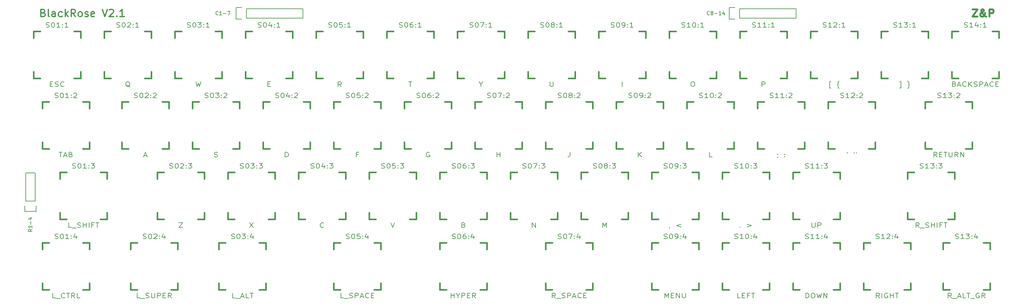
<source format=gto>
G04 #@! TF.FileFunction,Legend,Top*
%FSLAX46Y46*%
G04 Gerber Fmt 4.6, Leading zero omitted, Abs format (unit mm)*
G04 Created by KiCad (PCBNEW 4.0.4-stable) date Friday, 11 November 2016 'PMt' 03:40:33 PM*
%MOMM*%
%LPD*%
G01*
G04 APERTURE LIST*
%ADD10C,0.100000*%
%ADD11C,0.500000*%
%ADD12C,0.375000*%
%ADD13C,0.150000*%
%ADD14C,0.381000*%
%ADD15C,0.203200*%
G04 APERTURE END LIST*
D10*
D11*
X272095238Y-63904762D02*
X273428572Y-63904762D01*
X272095238Y-65904762D01*
X273428572Y-65904762D01*
X275809524Y-65904762D02*
X275714286Y-65904762D01*
X275523810Y-65809524D01*
X275238096Y-65523810D01*
X274761905Y-64952381D01*
X274571429Y-64666667D01*
X274476191Y-64380952D01*
X274476191Y-64190476D01*
X274571429Y-64000000D01*
X274761905Y-63904762D01*
X274857143Y-63904762D01*
X275047619Y-64000000D01*
X275142857Y-64190476D01*
X275142857Y-64285714D01*
X275047619Y-64476190D01*
X274952381Y-64571429D01*
X274380953Y-64952381D01*
X274285715Y-65047619D01*
X274190476Y-65238095D01*
X274190476Y-65523810D01*
X274285715Y-65714286D01*
X274380953Y-65809524D01*
X274571429Y-65904762D01*
X274857143Y-65904762D01*
X275047619Y-65809524D01*
X275142857Y-65714286D01*
X275428572Y-65333333D01*
X275523810Y-65047619D01*
X275523810Y-64857143D01*
X276666666Y-65904762D02*
X276666666Y-63904762D01*
X277428571Y-63904762D01*
X277619047Y-64000000D01*
X277714286Y-64095238D01*
X277809524Y-64285714D01*
X277809524Y-64571429D01*
X277714286Y-64761905D01*
X277619047Y-64857143D01*
X277428571Y-64952381D01*
X276666666Y-64952381D01*
D12*
X21476189Y-64857143D02*
X21761903Y-64952381D01*
X21857142Y-65047619D01*
X21952380Y-65238095D01*
X21952380Y-65523810D01*
X21857142Y-65714286D01*
X21761903Y-65809524D01*
X21571427Y-65904762D01*
X20809522Y-65904762D01*
X20809522Y-63904762D01*
X21476189Y-63904762D01*
X21666665Y-64000000D01*
X21761903Y-64095238D01*
X21857142Y-64285714D01*
X21857142Y-64476190D01*
X21761903Y-64666667D01*
X21666665Y-64761905D01*
X21476189Y-64857143D01*
X20809522Y-64857143D01*
X23095237Y-65904762D02*
X22904761Y-65809524D01*
X22809522Y-65619048D01*
X22809522Y-63904762D01*
X24714284Y-65904762D02*
X24714284Y-64857143D01*
X24619046Y-64666667D01*
X24428570Y-64571429D01*
X24047618Y-64571429D01*
X23857141Y-64666667D01*
X24714284Y-65809524D02*
X24523808Y-65904762D01*
X24047618Y-65904762D01*
X23857141Y-65809524D01*
X23761903Y-65619048D01*
X23761903Y-65428571D01*
X23857141Y-65238095D01*
X24047618Y-65142857D01*
X24523808Y-65142857D01*
X24714284Y-65047619D01*
X26523808Y-65809524D02*
X26333332Y-65904762D01*
X25952380Y-65904762D01*
X25761904Y-65809524D01*
X25666665Y-65714286D01*
X25571427Y-65523810D01*
X25571427Y-64952381D01*
X25666665Y-64761905D01*
X25761904Y-64666667D01*
X25952380Y-64571429D01*
X26333332Y-64571429D01*
X26523808Y-64666667D01*
X27380951Y-65904762D02*
X27380951Y-63904762D01*
X27571428Y-65142857D02*
X28142856Y-65904762D01*
X28142856Y-64571429D02*
X27380951Y-65333333D01*
X30142857Y-65904762D02*
X29476190Y-64952381D01*
X28999999Y-65904762D02*
X28999999Y-63904762D01*
X29761904Y-63904762D01*
X29952380Y-64000000D01*
X30047619Y-64095238D01*
X30142857Y-64285714D01*
X30142857Y-64571429D01*
X30047619Y-64761905D01*
X29952380Y-64857143D01*
X29761904Y-64952381D01*
X28999999Y-64952381D01*
X31285714Y-65904762D02*
X31095238Y-65809524D01*
X30999999Y-65714286D01*
X30904761Y-65523810D01*
X30904761Y-64952381D01*
X30999999Y-64761905D01*
X31095238Y-64666667D01*
X31285714Y-64571429D01*
X31571428Y-64571429D01*
X31761904Y-64666667D01*
X31857142Y-64761905D01*
X31952380Y-64952381D01*
X31952380Y-65523810D01*
X31857142Y-65714286D01*
X31761904Y-65809524D01*
X31571428Y-65904762D01*
X31285714Y-65904762D01*
X32714285Y-65809524D02*
X32904762Y-65904762D01*
X33285714Y-65904762D01*
X33476190Y-65809524D01*
X33571428Y-65619048D01*
X33571428Y-65523810D01*
X33476190Y-65333333D01*
X33285714Y-65238095D01*
X33000000Y-65238095D01*
X32809523Y-65142857D01*
X32714285Y-64952381D01*
X32714285Y-64857143D01*
X32809523Y-64666667D01*
X33000000Y-64571429D01*
X33285714Y-64571429D01*
X33476190Y-64666667D01*
X35190476Y-65809524D02*
X35000000Y-65904762D01*
X34619048Y-65904762D01*
X34428571Y-65809524D01*
X34333333Y-65619048D01*
X34333333Y-64857143D01*
X34428571Y-64666667D01*
X34619048Y-64571429D01*
X35000000Y-64571429D01*
X35190476Y-64666667D01*
X35285714Y-64857143D01*
X35285714Y-65047619D01*
X34333333Y-65238095D01*
X37380953Y-63904762D02*
X38047620Y-65904762D01*
X38714287Y-63904762D01*
X39285715Y-64095238D02*
X39380953Y-64000000D01*
X39571430Y-63904762D01*
X40047620Y-63904762D01*
X40238096Y-64000000D01*
X40333334Y-64095238D01*
X40428573Y-64285714D01*
X40428573Y-64476190D01*
X40333334Y-64761905D01*
X39190477Y-65904762D01*
X40428573Y-65904762D01*
X41285715Y-65714286D02*
X41380954Y-65809524D01*
X41285715Y-65904762D01*
X41190477Y-65809524D01*
X41285715Y-65714286D01*
X41285715Y-65904762D01*
X43285716Y-65904762D02*
X42142858Y-65904762D01*
X42714287Y-65904762D02*
X42714287Y-63904762D01*
X42523811Y-64190476D01*
X42333335Y-64380952D01*
X42142858Y-64476190D01*
D13*
X76270000Y-63730000D02*
X91510000Y-63730000D01*
X91510000Y-63730000D02*
X91510000Y-66270000D01*
X91510000Y-66270000D02*
X76270000Y-66270000D01*
X73450000Y-63450000D02*
X75000000Y-63450000D01*
X76270000Y-63730000D02*
X76270000Y-66270000D01*
X75000000Y-66550000D02*
X73450000Y-66550000D01*
X73450000Y-66550000D02*
X73450000Y-63450000D01*
X209270000Y-63730000D02*
X224510000Y-63730000D01*
X224510000Y-63730000D02*
X224510000Y-66270000D01*
X224510000Y-66270000D02*
X209270000Y-66270000D01*
X206450000Y-63450000D02*
X208000000Y-63450000D01*
X209270000Y-63730000D02*
X209270000Y-66270000D01*
X208000000Y-66550000D02*
X206450000Y-66550000D01*
X206450000Y-66550000D02*
X206450000Y-63450000D01*
X19270000Y-115730000D02*
X19270000Y-108110000D01*
X16730000Y-115730000D02*
X16730000Y-108110000D01*
X16450000Y-118550000D02*
X16450000Y-117000000D01*
X19270000Y-108110000D02*
X16730000Y-108110000D01*
X16730000Y-115730000D02*
X19270000Y-115730000D01*
X19550000Y-117000000D02*
X19550000Y-118550000D01*
X19550000Y-118550000D02*
X16450000Y-118550000D01*
D14*
X31543750Y-80772000D02*
X31543750Y-82550000D01*
X31543750Y-69850000D02*
X31543750Y-71628000D01*
X18843750Y-69850000D02*
X20621750Y-69850000D01*
X29765750Y-69850000D02*
X31543750Y-69850000D01*
X31543750Y-69850000D02*
X31543750Y-71628000D01*
X31543750Y-80772000D02*
X31543750Y-82550000D01*
X31543750Y-82550000D02*
X29765750Y-82550000D01*
X20621750Y-82550000D02*
X18843750Y-82550000D01*
X18843750Y-82550000D02*
X18843750Y-80772000D01*
X18843750Y-71628000D02*
X18843750Y-69850000D01*
X21225000Y-88900000D02*
X23003000Y-88900000D01*
X32147000Y-88900000D02*
X33925000Y-88900000D01*
X33925000Y-88900000D02*
X33925000Y-90678000D01*
X33925000Y-99822000D02*
X33925000Y-101600000D01*
X33925000Y-101600000D02*
X32147000Y-101600000D01*
X23003000Y-101600000D02*
X21225000Y-101600000D01*
X21225000Y-101600000D02*
X21225000Y-99822000D01*
X21225000Y-90678000D02*
X21225000Y-88900000D01*
X25987500Y-107950000D02*
X27765500Y-107950000D01*
X36909500Y-107950000D02*
X38687500Y-107950000D01*
X38687500Y-107950000D02*
X38687500Y-109728000D01*
X38687500Y-118872000D02*
X38687500Y-120650000D01*
X38687500Y-120650000D02*
X36909500Y-120650000D01*
X27765500Y-120650000D02*
X25987500Y-120650000D01*
X25987500Y-120650000D02*
X25987500Y-118872000D01*
X25987500Y-109728000D02*
X25987500Y-107950000D01*
X21225000Y-127000000D02*
X23003000Y-127000000D01*
X32147000Y-127000000D02*
X33925000Y-127000000D01*
X33925000Y-127000000D02*
X33925000Y-128778000D01*
X33925000Y-137922000D02*
X33925000Y-139700000D01*
X33925000Y-139700000D02*
X32147000Y-139700000D01*
X23003000Y-139700000D02*
X21225000Y-139700000D01*
X21225000Y-139700000D02*
X21225000Y-137922000D01*
X21225000Y-128778000D02*
X21225000Y-127000000D01*
X50593750Y-80772000D02*
X50593750Y-82550000D01*
X50593750Y-69850000D02*
X50593750Y-71628000D01*
X37893750Y-69850000D02*
X39671750Y-69850000D01*
X48815750Y-69850000D02*
X50593750Y-69850000D01*
X50593750Y-69850000D02*
X50593750Y-71628000D01*
X50593750Y-80772000D02*
X50593750Y-82550000D01*
X50593750Y-82550000D02*
X48815750Y-82550000D01*
X39671750Y-82550000D02*
X37893750Y-82550000D01*
X37893750Y-82550000D02*
X37893750Y-80772000D01*
X37893750Y-71628000D02*
X37893750Y-69850000D01*
X55356250Y-99822000D02*
X55356250Y-101600000D01*
X55356250Y-88900000D02*
X55356250Y-90678000D01*
X42656250Y-88900000D02*
X44434250Y-88900000D01*
X53578250Y-88900000D02*
X55356250Y-88900000D01*
X55356250Y-88900000D02*
X55356250Y-90678000D01*
X55356250Y-99822000D02*
X55356250Y-101600000D01*
X55356250Y-101600000D02*
X53578250Y-101600000D01*
X44434250Y-101600000D02*
X42656250Y-101600000D01*
X42656250Y-101600000D02*
X42656250Y-99822000D01*
X42656250Y-90678000D02*
X42656250Y-88900000D01*
X64881250Y-118872000D02*
X64881250Y-120650000D01*
X64881250Y-107950000D02*
X64881250Y-109728000D01*
X52181250Y-107950000D02*
X53959250Y-107950000D01*
X63103250Y-107950000D02*
X64881250Y-107950000D01*
X64881250Y-107950000D02*
X64881250Y-109728000D01*
X64881250Y-118872000D02*
X64881250Y-120650000D01*
X64881250Y-120650000D02*
X63103250Y-120650000D01*
X53959250Y-120650000D02*
X52181250Y-120650000D01*
X52181250Y-120650000D02*
X52181250Y-118872000D01*
X52181250Y-109728000D02*
X52181250Y-107950000D01*
X45037500Y-127000000D02*
X46815500Y-127000000D01*
X55959500Y-127000000D02*
X57737500Y-127000000D01*
X57737500Y-127000000D02*
X57737500Y-128778000D01*
X57737500Y-137922000D02*
X57737500Y-139700000D01*
X57737500Y-139700000D02*
X55959500Y-139700000D01*
X46815500Y-139700000D02*
X45037500Y-139700000D01*
X45037500Y-139700000D02*
X45037500Y-137922000D01*
X45037500Y-128778000D02*
X45037500Y-127000000D01*
X69643750Y-80772000D02*
X69643750Y-82550000D01*
X69643750Y-69850000D02*
X69643750Y-71628000D01*
X56943750Y-69850000D02*
X58721750Y-69850000D01*
X67865750Y-69850000D02*
X69643750Y-69850000D01*
X69643750Y-69850000D02*
X69643750Y-71628000D01*
X69643750Y-80772000D02*
X69643750Y-82550000D01*
X69643750Y-82550000D02*
X67865750Y-82550000D01*
X58721750Y-82550000D02*
X56943750Y-82550000D01*
X56943750Y-82550000D02*
X56943750Y-80772000D01*
X56943750Y-71628000D02*
X56943750Y-69850000D01*
X74406250Y-99822000D02*
X74406250Y-101600000D01*
X74406250Y-88900000D02*
X74406250Y-90678000D01*
X61706250Y-88900000D02*
X63484250Y-88900000D01*
X72628250Y-88900000D02*
X74406250Y-88900000D01*
X74406250Y-88900000D02*
X74406250Y-90678000D01*
X74406250Y-99822000D02*
X74406250Y-101600000D01*
X74406250Y-101600000D02*
X72628250Y-101600000D01*
X63484250Y-101600000D02*
X61706250Y-101600000D01*
X61706250Y-101600000D02*
X61706250Y-99822000D01*
X61706250Y-90678000D02*
X61706250Y-88900000D01*
X83931250Y-118872000D02*
X83931250Y-120650000D01*
X83931250Y-107950000D02*
X83931250Y-109728000D01*
X71231250Y-107950000D02*
X73009250Y-107950000D01*
X82153250Y-107950000D02*
X83931250Y-107950000D01*
X83931250Y-107950000D02*
X83931250Y-109728000D01*
X83931250Y-118872000D02*
X83931250Y-120650000D01*
X83931250Y-120650000D02*
X82153250Y-120650000D01*
X73009250Y-120650000D02*
X71231250Y-120650000D01*
X71231250Y-120650000D02*
X71231250Y-118872000D01*
X71231250Y-109728000D02*
X71231250Y-107950000D01*
X68850000Y-127000000D02*
X70628000Y-127000000D01*
X79772000Y-127000000D02*
X81550000Y-127000000D01*
X81550000Y-127000000D02*
X81550000Y-128778000D01*
X81550000Y-137922000D02*
X81550000Y-139700000D01*
X81550000Y-139700000D02*
X79772000Y-139700000D01*
X70628000Y-139700000D02*
X68850000Y-139700000D01*
X68850000Y-139700000D02*
X68850000Y-137922000D01*
X68850000Y-128778000D02*
X68850000Y-127000000D01*
X88693750Y-80772000D02*
X88693750Y-82550000D01*
X88693750Y-69850000D02*
X88693750Y-71628000D01*
X75993750Y-69850000D02*
X77771750Y-69850000D01*
X86915750Y-69850000D02*
X88693750Y-69850000D01*
X88693750Y-69850000D02*
X88693750Y-71628000D01*
X88693750Y-80772000D02*
X88693750Y-82550000D01*
X88693750Y-82550000D02*
X86915750Y-82550000D01*
X77771750Y-82550000D02*
X75993750Y-82550000D01*
X75993750Y-82550000D02*
X75993750Y-80772000D01*
X75993750Y-71628000D02*
X75993750Y-69850000D01*
X93456250Y-99822000D02*
X93456250Y-101600000D01*
X93456250Y-88900000D02*
X93456250Y-90678000D01*
X80756250Y-88900000D02*
X82534250Y-88900000D01*
X91678250Y-88900000D02*
X93456250Y-88900000D01*
X93456250Y-88900000D02*
X93456250Y-90678000D01*
X93456250Y-99822000D02*
X93456250Y-101600000D01*
X93456250Y-101600000D02*
X91678250Y-101600000D01*
X82534250Y-101600000D02*
X80756250Y-101600000D01*
X80756250Y-101600000D02*
X80756250Y-99822000D01*
X80756250Y-90678000D02*
X80756250Y-88900000D01*
X102981250Y-118872000D02*
X102981250Y-120650000D01*
X102981250Y-107950000D02*
X102981250Y-109728000D01*
X90281250Y-107950000D02*
X92059250Y-107950000D01*
X101203250Y-107950000D02*
X102981250Y-107950000D01*
X102981250Y-107950000D02*
X102981250Y-109728000D01*
X102981250Y-118872000D02*
X102981250Y-120650000D01*
X102981250Y-120650000D02*
X101203250Y-120650000D01*
X92059250Y-120650000D02*
X90281250Y-120650000D01*
X90281250Y-120650000D02*
X90281250Y-118872000D01*
X90281250Y-109728000D02*
X90281250Y-107950000D01*
X107743750Y-80772000D02*
X107743750Y-82550000D01*
X107743750Y-69850000D02*
X107743750Y-71628000D01*
X95043750Y-69850000D02*
X96821750Y-69850000D01*
X105965750Y-69850000D02*
X107743750Y-69850000D01*
X107743750Y-69850000D02*
X107743750Y-71628000D01*
X107743750Y-80772000D02*
X107743750Y-82550000D01*
X107743750Y-82550000D02*
X105965750Y-82550000D01*
X96821750Y-82550000D02*
X95043750Y-82550000D01*
X95043750Y-82550000D02*
X95043750Y-80772000D01*
X95043750Y-71628000D02*
X95043750Y-69850000D01*
X112506250Y-99822000D02*
X112506250Y-101600000D01*
X112506250Y-88900000D02*
X112506250Y-90678000D01*
X99806250Y-88900000D02*
X101584250Y-88900000D01*
X110728250Y-88900000D02*
X112506250Y-88900000D01*
X112506250Y-88900000D02*
X112506250Y-90678000D01*
X112506250Y-99822000D02*
X112506250Y-101600000D01*
X112506250Y-101600000D02*
X110728250Y-101600000D01*
X101584250Y-101600000D02*
X99806250Y-101600000D01*
X99806250Y-101600000D02*
X99806250Y-99822000D01*
X99806250Y-90678000D02*
X99806250Y-88900000D01*
X122031250Y-118872000D02*
X122031250Y-120650000D01*
X122031250Y-107950000D02*
X122031250Y-109728000D01*
X109331250Y-107950000D02*
X111109250Y-107950000D01*
X120253250Y-107950000D02*
X122031250Y-107950000D01*
X122031250Y-107950000D02*
X122031250Y-109728000D01*
X122031250Y-118872000D02*
X122031250Y-120650000D01*
X122031250Y-120650000D02*
X120253250Y-120650000D01*
X111109250Y-120650000D02*
X109331250Y-120650000D01*
X109331250Y-120650000D02*
X109331250Y-118872000D01*
X109331250Y-109728000D02*
X109331250Y-107950000D01*
X99806250Y-127000000D02*
X101584250Y-127000000D01*
X110728250Y-127000000D02*
X112506250Y-127000000D01*
X112506250Y-127000000D02*
X112506250Y-128778000D01*
X112506250Y-137922000D02*
X112506250Y-139700000D01*
X112506250Y-139700000D02*
X110728250Y-139700000D01*
X101584250Y-139700000D02*
X99806250Y-139700000D01*
X99806250Y-139700000D02*
X99806250Y-137922000D01*
X99806250Y-128778000D02*
X99806250Y-127000000D01*
X126793750Y-80772000D02*
X126793750Y-82550000D01*
X126793750Y-69850000D02*
X126793750Y-71628000D01*
X114093750Y-69850000D02*
X115871750Y-69850000D01*
X125015750Y-69850000D02*
X126793750Y-69850000D01*
X126793750Y-69850000D02*
X126793750Y-71628000D01*
X126793750Y-80772000D02*
X126793750Y-82550000D01*
X126793750Y-82550000D02*
X125015750Y-82550000D01*
X115871750Y-82550000D02*
X114093750Y-82550000D01*
X114093750Y-82550000D02*
X114093750Y-80772000D01*
X114093750Y-71628000D02*
X114093750Y-69850000D01*
X131556250Y-99822000D02*
X131556250Y-101600000D01*
X131556250Y-88900000D02*
X131556250Y-90678000D01*
X118856250Y-88900000D02*
X120634250Y-88900000D01*
X129778250Y-88900000D02*
X131556250Y-88900000D01*
X131556250Y-88900000D02*
X131556250Y-90678000D01*
X131556250Y-99822000D02*
X131556250Y-101600000D01*
X131556250Y-101600000D02*
X129778250Y-101600000D01*
X120634250Y-101600000D02*
X118856250Y-101600000D01*
X118856250Y-101600000D02*
X118856250Y-99822000D01*
X118856250Y-90678000D02*
X118856250Y-88900000D01*
X141081250Y-118872000D02*
X141081250Y-120650000D01*
X141081250Y-107950000D02*
X141081250Y-109728000D01*
X128381250Y-107950000D02*
X130159250Y-107950000D01*
X139303250Y-107950000D02*
X141081250Y-107950000D01*
X141081250Y-107950000D02*
X141081250Y-109728000D01*
X141081250Y-118872000D02*
X141081250Y-120650000D01*
X141081250Y-120650000D02*
X139303250Y-120650000D01*
X130159250Y-120650000D02*
X128381250Y-120650000D01*
X128381250Y-120650000D02*
X128381250Y-118872000D01*
X128381250Y-109728000D02*
X128381250Y-107950000D01*
X141081250Y-137922000D02*
X141081250Y-139700000D01*
X141081250Y-127000000D02*
X141081250Y-128778000D01*
X128381250Y-127000000D02*
X130159250Y-127000000D01*
X139303250Y-127000000D02*
X141081250Y-127000000D01*
X141081250Y-127000000D02*
X141081250Y-128778000D01*
X141081250Y-137922000D02*
X141081250Y-139700000D01*
X141081250Y-139700000D02*
X139303250Y-139700000D01*
X130159250Y-139700000D02*
X128381250Y-139700000D01*
X128381250Y-139700000D02*
X128381250Y-137922000D01*
X128381250Y-128778000D02*
X128381250Y-127000000D01*
X145843750Y-80772000D02*
X145843750Y-82550000D01*
X145843750Y-69850000D02*
X145843750Y-71628000D01*
X133143750Y-69850000D02*
X134921750Y-69850000D01*
X144065750Y-69850000D02*
X145843750Y-69850000D01*
X145843750Y-69850000D02*
X145843750Y-71628000D01*
X145843750Y-80772000D02*
X145843750Y-82550000D01*
X145843750Y-82550000D02*
X144065750Y-82550000D01*
X134921750Y-82550000D02*
X133143750Y-82550000D01*
X133143750Y-82550000D02*
X133143750Y-80772000D01*
X133143750Y-71628000D02*
X133143750Y-69850000D01*
X150606250Y-99822000D02*
X150606250Y-101600000D01*
X150606250Y-88900000D02*
X150606250Y-90678000D01*
X137906250Y-88900000D02*
X139684250Y-88900000D01*
X148828250Y-88900000D02*
X150606250Y-88900000D01*
X150606250Y-88900000D02*
X150606250Y-90678000D01*
X150606250Y-99822000D02*
X150606250Y-101600000D01*
X150606250Y-101600000D02*
X148828250Y-101600000D01*
X139684250Y-101600000D02*
X137906250Y-101600000D01*
X137906250Y-101600000D02*
X137906250Y-99822000D01*
X137906250Y-90678000D02*
X137906250Y-88900000D01*
X160131250Y-118872000D02*
X160131250Y-120650000D01*
X160131250Y-107950000D02*
X160131250Y-109728000D01*
X147431250Y-107950000D02*
X149209250Y-107950000D01*
X158353250Y-107950000D02*
X160131250Y-107950000D01*
X160131250Y-107950000D02*
X160131250Y-109728000D01*
X160131250Y-118872000D02*
X160131250Y-120650000D01*
X160131250Y-120650000D02*
X158353250Y-120650000D01*
X149209250Y-120650000D02*
X147431250Y-120650000D01*
X147431250Y-120650000D02*
X147431250Y-118872000D01*
X147431250Y-109728000D02*
X147431250Y-107950000D01*
X156956250Y-127000000D02*
X158734250Y-127000000D01*
X167878250Y-127000000D02*
X169656250Y-127000000D01*
X169656250Y-127000000D02*
X169656250Y-128778000D01*
X169656250Y-137922000D02*
X169656250Y-139700000D01*
X169656250Y-139700000D02*
X167878250Y-139700000D01*
X158734250Y-139700000D02*
X156956250Y-139700000D01*
X156956250Y-139700000D02*
X156956250Y-137922000D01*
X156956250Y-128778000D02*
X156956250Y-127000000D01*
X164893750Y-80772000D02*
X164893750Y-82550000D01*
X164893750Y-69850000D02*
X164893750Y-71628000D01*
X152193750Y-69850000D02*
X153971750Y-69850000D01*
X163115750Y-69850000D02*
X164893750Y-69850000D01*
X164893750Y-69850000D02*
X164893750Y-71628000D01*
X164893750Y-80772000D02*
X164893750Y-82550000D01*
X164893750Y-82550000D02*
X163115750Y-82550000D01*
X153971750Y-82550000D02*
X152193750Y-82550000D01*
X152193750Y-82550000D02*
X152193750Y-80772000D01*
X152193750Y-71628000D02*
X152193750Y-69850000D01*
X169656250Y-99822000D02*
X169656250Y-101600000D01*
X169656250Y-88900000D02*
X169656250Y-90678000D01*
X156956250Y-88900000D02*
X158734250Y-88900000D01*
X167878250Y-88900000D02*
X169656250Y-88900000D01*
X169656250Y-88900000D02*
X169656250Y-90678000D01*
X169656250Y-99822000D02*
X169656250Y-101600000D01*
X169656250Y-101600000D02*
X167878250Y-101600000D01*
X158734250Y-101600000D02*
X156956250Y-101600000D01*
X156956250Y-101600000D02*
X156956250Y-99822000D01*
X156956250Y-90678000D02*
X156956250Y-88900000D01*
X179181250Y-118872000D02*
X179181250Y-120650000D01*
X179181250Y-107950000D02*
X179181250Y-109728000D01*
X166481250Y-107950000D02*
X168259250Y-107950000D01*
X177403250Y-107950000D02*
X179181250Y-107950000D01*
X179181250Y-107950000D02*
X179181250Y-109728000D01*
X179181250Y-118872000D02*
X179181250Y-120650000D01*
X179181250Y-120650000D02*
X177403250Y-120650000D01*
X168259250Y-120650000D02*
X166481250Y-120650000D01*
X166481250Y-120650000D02*
X166481250Y-118872000D01*
X166481250Y-109728000D02*
X166481250Y-107950000D01*
X183943750Y-80772000D02*
X183943750Y-82550000D01*
X183943750Y-69850000D02*
X183943750Y-71628000D01*
X171243750Y-69850000D02*
X173021750Y-69850000D01*
X182165750Y-69850000D02*
X183943750Y-69850000D01*
X183943750Y-69850000D02*
X183943750Y-71628000D01*
X183943750Y-80772000D02*
X183943750Y-82550000D01*
X183943750Y-82550000D02*
X182165750Y-82550000D01*
X173021750Y-82550000D02*
X171243750Y-82550000D01*
X171243750Y-82550000D02*
X171243750Y-80772000D01*
X171243750Y-71628000D02*
X171243750Y-69850000D01*
X188706250Y-99822000D02*
X188706250Y-101600000D01*
X188706250Y-88900000D02*
X188706250Y-90678000D01*
X176006250Y-88900000D02*
X177784250Y-88900000D01*
X186928250Y-88900000D02*
X188706250Y-88900000D01*
X188706250Y-88900000D02*
X188706250Y-90678000D01*
X188706250Y-99822000D02*
X188706250Y-101600000D01*
X188706250Y-101600000D02*
X186928250Y-101600000D01*
X177784250Y-101600000D02*
X176006250Y-101600000D01*
X176006250Y-101600000D02*
X176006250Y-99822000D01*
X176006250Y-90678000D02*
X176006250Y-88900000D01*
X198231250Y-118872000D02*
X198231250Y-120650000D01*
X198231250Y-107950000D02*
X198231250Y-109728000D01*
X185531250Y-107950000D02*
X187309250Y-107950000D01*
X196453250Y-107950000D02*
X198231250Y-107950000D01*
X198231250Y-107950000D02*
X198231250Y-109728000D01*
X198231250Y-118872000D02*
X198231250Y-120650000D01*
X198231250Y-120650000D02*
X196453250Y-120650000D01*
X187309250Y-120650000D02*
X185531250Y-120650000D01*
X185531250Y-120650000D02*
X185531250Y-118872000D01*
X185531250Y-109728000D02*
X185531250Y-107950000D01*
X198231250Y-137922000D02*
X198231250Y-139700000D01*
X198231250Y-127000000D02*
X198231250Y-128778000D01*
X185531250Y-127000000D02*
X187309250Y-127000000D01*
X196453250Y-127000000D02*
X198231250Y-127000000D01*
X198231250Y-127000000D02*
X198231250Y-128778000D01*
X198231250Y-137922000D02*
X198231250Y-139700000D01*
X198231250Y-139700000D02*
X196453250Y-139700000D01*
X187309250Y-139700000D02*
X185531250Y-139700000D01*
X185531250Y-139700000D02*
X185531250Y-137922000D01*
X185531250Y-128778000D02*
X185531250Y-127000000D01*
X202993750Y-80772000D02*
X202993750Y-82550000D01*
X202993750Y-69850000D02*
X202993750Y-71628000D01*
X190293750Y-69850000D02*
X192071750Y-69850000D01*
X201215750Y-69850000D02*
X202993750Y-69850000D01*
X202993750Y-69850000D02*
X202993750Y-71628000D01*
X202993750Y-80772000D02*
X202993750Y-82550000D01*
X202993750Y-82550000D02*
X201215750Y-82550000D01*
X192071750Y-82550000D02*
X190293750Y-82550000D01*
X190293750Y-82550000D02*
X190293750Y-80772000D01*
X190293750Y-71628000D02*
X190293750Y-69850000D01*
X207756250Y-99822000D02*
X207756250Y-101600000D01*
X207756250Y-88900000D02*
X207756250Y-90678000D01*
X195056250Y-88900000D02*
X196834250Y-88900000D01*
X205978250Y-88900000D02*
X207756250Y-88900000D01*
X207756250Y-88900000D02*
X207756250Y-90678000D01*
X207756250Y-99822000D02*
X207756250Y-101600000D01*
X207756250Y-101600000D02*
X205978250Y-101600000D01*
X196834250Y-101600000D02*
X195056250Y-101600000D01*
X195056250Y-101600000D02*
X195056250Y-99822000D01*
X195056250Y-90678000D02*
X195056250Y-88900000D01*
X217281250Y-118872000D02*
X217281250Y-120650000D01*
X217281250Y-107950000D02*
X217281250Y-109728000D01*
X204581250Y-107950000D02*
X206359250Y-107950000D01*
X215503250Y-107950000D02*
X217281250Y-107950000D01*
X217281250Y-107950000D02*
X217281250Y-109728000D01*
X217281250Y-118872000D02*
X217281250Y-120650000D01*
X217281250Y-120650000D02*
X215503250Y-120650000D01*
X206359250Y-120650000D02*
X204581250Y-120650000D01*
X204581250Y-120650000D02*
X204581250Y-118872000D01*
X204581250Y-109728000D02*
X204581250Y-107950000D01*
X217281250Y-137922000D02*
X217281250Y-139700000D01*
X217281250Y-127000000D02*
X217281250Y-128778000D01*
X204581250Y-127000000D02*
X206359250Y-127000000D01*
X215503250Y-127000000D02*
X217281250Y-127000000D01*
X217281250Y-127000000D02*
X217281250Y-128778000D01*
X217281250Y-137922000D02*
X217281250Y-139700000D01*
X217281250Y-139700000D02*
X215503250Y-139700000D01*
X206359250Y-139700000D02*
X204581250Y-139700000D01*
X204581250Y-139700000D02*
X204581250Y-137922000D01*
X204581250Y-128778000D02*
X204581250Y-127000000D01*
X222043750Y-80772000D02*
X222043750Y-82550000D01*
X222043750Y-69850000D02*
X222043750Y-71628000D01*
X209343750Y-69850000D02*
X211121750Y-69850000D01*
X220265750Y-69850000D02*
X222043750Y-69850000D01*
X222043750Y-69850000D02*
X222043750Y-71628000D01*
X222043750Y-80772000D02*
X222043750Y-82550000D01*
X222043750Y-82550000D02*
X220265750Y-82550000D01*
X211121750Y-82550000D02*
X209343750Y-82550000D01*
X209343750Y-82550000D02*
X209343750Y-80772000D01*
X209343750Y-71628000D02*
X209343750Y-69850000D01*
X226806250Y-99822000D02*
X226806250Y-101600000D01*
X226806250Y-88900000D02*
X226806250Y-90678000D01*
X214106250Y-88900000D02*
X215884250Y-88900000D01*
X225028250Y-88900000D02*
X226806250Y-88900000D01*
X226806250Y-88900000D02*
X226806250Y-90678000D01*
X226806250Y-99822000D02*
X226806250Y-101600000D01*
X226806250Y-101600000D02*
X225028250Y-101600000D01*
X215884250Y-101600000D02*
X214106250Y-101600000D01*
X214106250Y-101600000D02*
X214106250Y-99822000D01*
X214106250Y-90678000D02*
X214106250Y-88900000D01*
X236331250Y-118872000D02*
X236331250Y-120650000D01*
X236331250Y-107950000D02*
X236331250Y-109728000D01*
X223631250Y-107950000D02*
X225409250Y-107950000D01*
X234553250Y-107950000D02*
X236331250Y-107950000D01*
X236331250Y-107950000D02*
X236331250Y-109728000D01*
X236331250Y-118872000D02*
X236331250Y-120650000D01*
X236331250Y-120650000D02*
X234553250Y-120650000D01*
X225409250Y-120650000D02*
X223631250Y-120650000D01*
X223631250Y-120650000D02*
X223631250Y-118872000D01*
X223631250Y-109728000D02*
X223631250Y-107950000D01*
X236331250Y-137922000D02*
X236331250Y-139700000D01*
X236331250Y-127000000D02*
X236331250Y-128778000D01*
X223631250Y-127000000D02*
X225409250Y-127000000D01*
X234553250Y-127000000D02*
X236331250Y-127000000D01*
X236331250Y-127000000D02*
X236331250Y-128778000D01*
X236331250Y-137922000D02*
X236331250Y-139700000D01*
X236331250Y-139700000D02*
X234553250Y-139700000D01*
X225409250Y-139700000D02*
X223631250Y-139700000D01*
X223631250Y-139700000D02*
X223631250Y-137922000D01*
X223631250Y-128778000D02*
X223631250Y-127000000D01*
X241093750Y-80772000D02*
X241093750Y-82550000D01*
X241093750Y-69850000D02*
X241093750Y-71628000D01*
X228393750Y-69850000D02*
X230171750Y-69850000D01*
X239315750Y-69850000D02*
X241093750Y-69850000D01*
X241093750Y-69850000D02*
X241093750Y-71628000D01*
X241093750Y-80772000D02*
X241093750Y-82550000D01*
X241093750Y-82550000D02*
X239315750Y-82550000D01*
X230171750Y-82550000D02*
X228393750Y-82550000D01*
X228393750Y-82550000D02*
X228393750Y-80772000D01*
X228393750Y-71628000D02*
X228393750Y-69850000D01*
X245856250Y-99822000D02*
X245856250Y-101600000D01*
X245856250Y-88900000D02*
X245856250Y-90678000D01*
X233156250Y-88900000D02*
X234934250Y-88900000D01*
X244078250Y-88900000D02*
X245856250Y-88900000D01*
X245856250Y-88900000D02*
X245856250Y-90678000D01*
X245856250Y-99822000D02*
X245856250Y-101600000D01*
X245856250Y-101600000D02*
X244078250Y-101600000D01*
X234934250Y-101600000D02*
X233156250Y-101600000D01*
X233156250Y-101600000D02*
X233156250Y-99822000D01*
X233156250Y-90678000D02*
X233156250Y-88900000D01*
X255381250Y-137922000D02*
X255381250Y-139700000D01*
X255381250Y-127000000D02*
X255381250Y-128778000D01*
X242681250Y-127000000D02*
X244459250Y-127000000D01*
X253603250Y-127000000D02*
X255381250Y-127000000D01*
X255381250Y-127000000D02*
X255381250Y-128778000D01*
X255381250Y-137922000D02*
X255381250Y-139700000D01*
X255381250Y-139700000D02*
X253603250Y-139700000D01*
X244459250Y-139700000D02*
X242681250Y-139700000D01*
X242681250Y-139700000D02*
X242681250Y-137922000D01*
X242681250Y-128778000D02*
X242681250Y-127000000D01*
X260143750Y-80772000D02*
X260143750Y-82550000D01*
X260143750Y-69850000D02*
X260143750Y-71628000D01*
X247443750Y-69850000D02*
X249221750Y-69850000D01*
X258365750Y-69850000D02*
X260143750Y-69850000D01*
X260143750Y-69850000D02*
X260143750Y-71628000D01*
X260143750Y-80772000D02*
X260143750Y-82550000D01*
X260143750Y-82550000D02*
X258365750Y-82550000D01*
X249221750Y-82550000D02*
X247443750Y-82550000D01*
X247443750Y-82550000D02*
X247443750Y-80772000D01*
X247443750Y-71628000D02*
X247443750Y-69850000D01*
X259350000Y-88900000D02*
X261128000Y-88900000D01*
X270272000Y-88900000D02*
X272050000Y-88900000D01*
X272050000Y-88900000D02*
X272050000Y-90678000D01*
X272050000Y-99822000D02*
X272050000Y-101600000D01*
X272050000Y-101600000D02*
X270272000Y-101600000D01*
X261128000Y-101600000D02*
X259350000Y-101600000D01*
X259350000Y-101600000D02*
X259350000Y-99822000D01*
X259350000Y-90678000D02*
X259350000Y-88900000D01*
X254587500Y-107950000D02*
X256365500Y-107950000D01*
X265509500Y-107950000D02*
X267287500Y-107950000D01*
X267287500Y-107950000D02*
X267287500Y-109728000D01*
X267287500Y-118872000D02*
X267287500Y-120650000D01*
X267287500Y-120650000D02*
X265509500Y-120650000D01*
X256365500Y-120650000D02*
X254587500Y-120650000D01*
X254587500Y-120650000D02*
X254587500Y-118872000D01*
X254587500Y-109728000D02*
X254587500Y-107950000D01*
X264112500Y-127000000D02*
X265890500Y-127000000D01*
X275034500Y-127000000D02*
X276812500Y-127000000D01*
X276812500Y-127000000D02*
X276812500Y-128778000D01*
X276812500Y-137922000D02*
X276812500Y-139700000D01*
X276812500Y-139700000D02*
X275034500Y-139700000D01*
X265890500Y-139700000D02*
X264112500Y-139700000D01*
X264112500Y-139700000D02*
X264112500Y-137922000D01*
X264112500Y-128778000D02*
X264112500Y-127000000D01*
X279193750Y-80772000D02*
X279193750Y-82550000D01*
X279193750Y-69850000D02*
X279193750Y-71628000D01*
X266493750Y-69850000D02*
X268271750Y-69850000D01*
X277415750Y-69850000D02*
X279193750Y-69850000D01*
X279193750Y-69850000D02*
X279193750Y-71628000D01*
X279193750Y-80772000D02*
X279193750Y-82550000D01*
X279193750Y-82550000D02*
X277415750Y-82550000D01*
X268271750Y-82550000D02*
X266493750Y-82550000D01*
X266493750Y-82550000D02*
X266493750Y-80772000D01*
X266493750Y-71628000D02*
X266493750Y-69850000D01*
D13*
X68638096Y-65357143D02*
X68590477Y-65404762D01*
X68447620Y-65452381D01*
X68352382Y-65452381D01*
X68209524Y-65404762D01*
X68114286Y-65309524D01*
X68066667Y-65214286D01*
X68019048Y-65023810D01*
X68019048Y-64880952D01*
X68066667Y-64690476D01*
X68114286Y-64595238D01*
X68209524Y-64500000D01*
X68352382Y-64452381D01*
X68447620Y-64452381D01*
X68590477Y-64500000D01*
X68638096Y-64547619D01*
X69590477Y-65452381D02*
X69019048Y-65452381D01*
X69304762Y-65452381D02*
X69304762Y-64452381D01*
X69209524Y-64595238D01*
X69114286Y-64690476D01*
X69019048Y-64738095D01*
X70019048Y-65071429D02*
X70780953Y-65071429D01*
X71161905Y-64452381D02*
X71828572Y-64452381D01*
X71400000Y-65452381D01*
X201161905Y-65357143D02*
X201114286Y-65404762D01*
X200971429Y-65452381D01*
X200876191Y-65452381D01*
X200733333Y-65404762D01*
X200638095Y-65309524D01*
X200590476Y-65214286D01*
X200542857Y-65023810D01*
X200542857Y-64880952D01*
X200590476Y-64690476D01*
X200638095Y-64595238D01*
X200733333Y-64500000D01*
X200876191Y-64452381D01*
X200971429Y-64452381D01*
X201114286Y-64500000D01*
X201161905Y-64547619D01*
X201733333Y-64880952D02*
X201638095Y-64833333D01*
X201590476Y-64785714D01*
X201542857Y-64690476D01*
X201542857Y-64642857D01*
X201590476Y-64547619D01*
X201638095Y-64500000D01*
X201733333Y-64452381D01*
X201923810Y-64452381D01*
X202019048Y-64500000D01*
X202066667Y-64547619D01*
X202114286Y-64642857D01*
X202114286Y-64690476D01*
X202066667Y-64785714D01*
X202019048Y-64833333D01*
X201923810Y-64880952D01*
X201733333Y-64880952D01*
X201638095Y-64928571D01*
X201590476Y-64976190D01*
X201542857Y-65071429D01*
X201542857Y-65261905D01*
X201590476Y-65357143D01*
X201638095Y-65404762D01*
X201733333Y-65452381D01*
X201923810Y-65452381D01*
X202019048Y-65404762D01*
X202066667Y-65357143D01*
X202114286Y-65261905D01*
X202114286Y-65071429D01*
X202066667Y-64976190D01*
X202019048Y-64928571D01*
X201923810Y-64880952D01*
X202542857Y-65071429D02*
X203304762Y-65071429D01*
X204304762Y-65452381D02*
X203733333Y-65452381D01*
X204019047Y-65452381D02*
X204019047Y-64452381D01*
X203923809Y-64595238D01*
X203828571Y-64690476D01*
X203733333Y-64738095D01*
X205161905Y-64785714D02*
X205161905Y-65452381D01*
X204923809Y-64404762D02*
X204685714Y-65119048D01*
X205304762Y-65119048D01*
X18452381Y-123361904D02*
X17976190Y-123695238D01*
X18452381Y-123933333D02*
X17452381Y-123933333D01*
X17452381Y-123552380D01*
X17500000Y-123457142D01*
X17547619Y-123409523D01*
X17642857Y-123361904D01*
X17785714Y-123361904D01*
X17880952Y-123409523D01*
X17928571Y-123457142D01*
X17976190Y-123552380D01*
X17976190Y-123933333D01*
X18452381Y-122409523D02*
X18452381Y-122980952D01*
X18452381Y-122695238D02*
X17452381Y-122695238D01*
X17595238Y-122790476D01*
X17690476Y-122885714D01*
X17738095Y-122980952D01*
X18071429Y-121980952D02*
X18071429Y-121219047D01*
X17785714Y-120314285D02*
X18452381Y-120314285D01*
X17404762Y-120552381D02*
X18119048Y-120790476D01*
X18119048Y-120171428D01*
D15*
X22218321Y-68714048D02*
X22436035Y-68774524D01*
X22798892Y-68774524D01*
X22944035Y-68714048D01*
X23016606Y-68653571D01*
X23089178Y-68532619D01*
X23089178Y-68411667D01*
X23016606Y-68290714D01*
X22944035Y-68230238D01*
X22798892Y-68169762D01*
X22508606Y-68109286D01*
X22363464Y-68048810D01*
X22290892Y-67988333D01*
X22218321Y-67867381D01*
X22218321Y-67746429D01*
X22290892Y-67625476D01*
X22363464Y-67565000D01*
X22508606Y-67504524D01*
X22871464Y-67504524D01*
X23089178Y-67565000D01*
X24032607Y-67504524D02*
X24177750Y-67504524D01*
X24322893Y-67565000D01*
X24395464Y-67625476D01*
X24468035Y-67746429D01*
X24540607Y-67988333D01*
X24540607Y-68290714D01*
X24468035Y-68532619D01*
X24395464Y-68653571D01*
X24322893Y-68714048D01*
X24177750Y-68774524D01*
X24032607Y-68774524D01*
X23887464Y-68714048D01*
X23814893Y-68653571D01*
X23742321Y-68532619D01*
X23669750Y-68290714D01*
X23669750Y-67988333D01*
X23742321Y-67746429D01*
X23814893Y-67625476D01*
X23887464Y-67565000D01*
X24032607Y-67504524D01*
X25992036Y-68774524D02*
X25121179Y-68774524D01*
X25556607Y-68774524D02*
X25556607Y-67504524D01*
X25411464Y-67685952D01*
X25266322Y-67806905D01*
X25121179Y-67867381D01*
X26645179Y-68653571D02*
X26717751Y-68714048D01*
X26645179Y-68774524D01*
X26572608Y-68714048D01*
X26645179Y-68653571D01*
X26645179Y-68774524D01*
X26645179Y-67988333D02*
X26717751Y-68048810D01*
X26645179Y-68109286D01*
X26572608Y-68048810D01*
X26645179Y-67988333D01*
X26645179Y-68109286D01*
X28169179Y-68774524D02*
X27298322Y-68774524D01*
X27733750Y-68774524D02*
X27733750Y-67504524D01*
X27588607Y-67685952D01*
X27443465Y-67806905D01*
X27298322Y-67867381D01*
X23379464Y-84109286D02*
X23887464Y-84109286D01*
X24105178Y-84774524D02*
X23379464Y-84774524D01*
X23379464Y-83504524D01*
X24105178Y-83504524D01*
X24685750Y-84714048D02*
X24903464Y-84774524D01*
X25266321Y-84774524D01*
X25411464Y-84714048D01*
X25484035Y-84653571D01*
X25556607Y-84532619D01*
X25556607Y-84411667D01*
X25484035Y-84290714D01*
X25411464Y-84230238D01*
X25266321Y-84169762D01*
X24976035Y-84109286D01*
X24830893Y-84048810D01*
X24758321Y-83988333D01*
X24685750Y-83867381D01*
X24685750Y-83746429D01*
X24758321Y-83625476D01*
X24830893Y-83565000D01*
X24976035Y-83504524D01*
X25338893Y-83504524D01*
X25556607Y-83565000D01*
X27080607Y-84653571D02*
X27008036Y-84714048D01*
X26790322Y-84774524D01*
X26645179Y-84774524D01*
X26427464Y-84714048D01*
X26282322Y-84593095D01*
X26209750Y-84472143D01*
X26137179Y-84230238D01*
X26137179Y-84048810D01*
X26209750Y-83806905D01*
X26282322Y-83685952D01*
X26427464Y-83565000D01*
X26645179Y-83504524D01*
X26790322Y-83504524D01*
X27008036Y-83565000D01*
X27080607Y-83625476D01*
X24599571Y-87764048D02*
X24817285Y-87824524D01*
X25180142Y-87824524D01*
X25325285Y-87764048D01*
X25397856Y-87703571D01*
X25470428Y-87582619D01*
X25470428Y-87461667D01*
X25397856Y-87340714D01*
X25325285Y-87280238D01*
X25180142Y-87219762D01*
X24889856Y-87159286D01*
X24744714Y-87098810D01*
X24672142Y-87038333D01*
X24599571Y-86917381D01*
X24599571Y-86796429D01*
X24672142Y-86675476D01*
X24744714Y-86615000D01*
X24889856Y-86554524D01*
X25252714Y-86554524D01*
X25470428Y-86615000D01*
X26413857Y-86554524D02*
X26559000Y-86554524D01*
X26704143Y-86615000D01*
X26776714Y-86675476D01*
X26849285Y-86796429D01*
X26921857Y-87038333D01*
X26921857Y-87340714D01*
X26849285Y-87582619D01*
X26776714Y-87703571D01*
X26704143Y-87764048D01*
X26559000Y-87824524D01*
X26413857Y-87824524D01*
X26268714Y-87764048D01*
X26196143Y-87703571D01*
X26123571Y-87582619D01*
X26051000Y-87340714D01*
X26051000Y-87038333D01*
X26123571Y-86796429D01*
X26196143Y-86675476D01*
X26268714Y-86615000D01*
X26413857Y-86554524D01*
X28373286Y-87824524D02*
X27502429Y-87824524D01*
X27937857Y-87824524D02*
X27937857Y-86554524D01*
X27792714Y-86735952D01*
X27647572Y-86856905D01*
X27502429Y-86917381D01*
X29026429Y-87703571D02*
X29099001Y-87764048D01*
X29026429Y-87824524D01*
X28953858Y-87764048D01*
X29026429Y-87703571D01*
X29026429Y-87824524D01*
X29026429Y-87038333D02*
X29099001Y-87098810D01*
X29026429Y-87159286D01*
X28953858Y-87098810D01*
X29026429Y-87038333D01*
X29026429Y-87159286D01*
X29679572Y-86675476D02*
X29752143Y-86615000D01*
X29897286Y-86554524D01*
X30260143Y-86554524D01*
X30405286Y-86615000D01*
X30477857Y-86675476D01*
X30550429Y-86796429D01*
X30550429Y-86917381D01*
X30477857Y-87098810D01*
X29607000Y-87824524D01*
X30550429Y-87824524D01*
X25724429Y-102554524D02*
X26595286Y-102554524D01*
X26159857Y-103824524D02*
X26159857Y-102554524D01*
X27030715Y-103461667D02*
X27756429Y-103461667D01*
X26885572Y-103824524D02*
X27393572Y-102554524D01*
X27901572Y-103824524D01*
X28917572Y-103159286D02*
X29135286Y-103219762D01*
X29207858Y-103280238D01*
X29280429Y-103401190D01*
X29280429Y-103582619D01*
X29207858Y-103703571D01*
X29135286Y-103764048D01*
X28990144Y-103824524D01*
X28409572Y-103824524D01*
X28409572Y-102554524D01*
X28917572Y-102554524D01*
X29062715Y-102615000D01*
X29135286Y-102675476D01*
X29207858Y-102796429D01*
X29207858Y-102917381D01*
X29135286Y-103038333D01*
X29062715Y-103098810D01*
X28917572Y-103159286D01*
X28409572Y-103159286D01*
X29362071Y-106814048D02*
X29579785Y-106874524D01*
X29942642Y-106874524D01*
X30087785Y-106814048D01*
X30160356Y-106753571D01*
X30232928Y-106632619D01*
X30232928Y-106511667D01*
X30160356Y-106390714D01*
X30087785Y-106330238D01*
X29942642Y-106269762D01*
X29652356Y-106209286D01*
X29507214Y-106148810D01*
X29434642Y-106088333D01*
X29362071Y-105967381D01*
X29362071Y-105846429D01*
X29434642Y-105725476D01*
X29507214Y-105665000D01*
X29652356Y-105604524D01*
X30015214Y-105604524D01*
X30232928Y-105665000D01*
X31176357Y-105604524D02*
X31321500Y-105604524D01*
X31466643Y-105665000D01*
X31539214Y-105725476D01*
X31611785Y-105846429D01*
X31684357Y-106088333D01*
X31684357Y-106390714D01*
X31611785Y-106632619D01*
X31539214Y-106753571D01*
X31466643Y-106814048D01*
X31321500Y-106874524D01*
X31176357Y-106874524D01*
X31031214Y-106814048D01*
X30958643Y-106753571D01*
X30886071Y-106632619D01*
X30813500Y-106390714D01*
X30813500Y-106088333D01*
X30886071Y-105846429D01*
X30958643Y-105725476D01*
X31031214Y-105665000D01*
X31176357Y-105604524D01*
X33135786Y-106874524D02*
X32264929Y-106874524D01*
X32700357Y-106874524D02*
X32700357Y-105604524D01*
X32555214Y-105785952D01*
X32410072Y-105906905D01*
X32264929Y-105967381D01*
X33788929Y-106753571D02*
X33861501Y-106814048D01*
X33788929Y-106874524D01*
X33716358Y-106814048D01*
X33788929Y-106753571D01*
X33788929Y-106874524D01*
X33788929Y-106088333D02*
X33861501Y-106148810D01*
X33788929Y-106209286D01*
X33716358Y-106148810D01*
X33788929Y-106088333D01*
X33788929Y-106209286D01*
X34369500Y-105604524D02*
X35312929Y-105604524D01*
X34804929Y-106088333D01*
X35022643Y-106088333D01*
X35167786Y-106148810D01*
X35240357Y-106209286D01*
X35312929Y-106330238D01*
X35312929Y-106632619D01*
X35240357Y-106753571D01*
X35167786Y-106814048D01*
X35022643Y-106874524D01*
X34587215Y-106874524D01*
X34442072Y-106814048D01*
X34369500Y-106753571D01*
X29108071Y-122874524D02*
X28382357Y-122874524D01*
X28382357Y-121604524D01*
X29253214Y-122995476D02*
X30414357Y-122995476D01*
X30704643Y-122814048D02*
X30922357Y-122874524D01*
X31285214Y-122874524D01*
X31430357Y-122814048D01*
X31502928Y-122753571D01*
X31575500Y-122632619D01*
X31575500Y-122511667D01*
X31502928Y-122390714D01*
X31430357Y-122330238D01*
X31285214Y-122269762D01*
X30994928Y-122209286D01*
X30849786Y-122148810D01*
X30777214Y-122088333D01*
X30704643Y-121967381D01*
X30704643Y-121846429D01*
X30777214Y-121725476D01*
X30849786Y-121665000D01*
X30994928Y-121604524D01*
X31357786Y-121604524D01*
X31575500Y-121665000D01*
X32228643Y-122874524D02*
X32228643Y-121604524D01*
X32228643Y-122209286D02*
X33099500Y-122209286D01*
X33099500Y-122874524D02*
X33099500Y-121604524D01*
X33825214Y-122874524D02*
X33825214Y-121604524D01*
X35058928Y-122209286D02*
X34550928Y-122209286D01*
X34550928Y-122874524D02*
X34550928Y-121604524D01*
X35276642Y-121604524D01*
X35639500Y-121604524D02*
X36510357Y-121604524D01*
X36074928Y-122874524D02*
X36074928Y-121604524D01*
X24599571Y-125864048D02*
X24817285Y-125924524D01*
X25180142Y-125924524D01*
X25325285Y-125864048D01*
X25397856Y-125803571D01*
X25470428Y-125682619D01*
X25470428Y-125561667D01*
X25397856Y-125440714D01*
X25325285Y-125380238D01*
X25180142Y-125319762D01*
X24889856Y-125259286D01*
X24744714Y-125198810D01*
X24672142Y-125138333D01*
X24599571Y-125017381D01*
X24599571Y-124896429D01*
X24672142Y-124775476D01*
X24744714Y-124715000D01*
X24889856Y-124654524D01*
X25252714Y-124654524D01*
X25470428Y-124715000D01*
X26413857Y-124654524D02*
X26559000Y-124654524D01*
X26704143Y-124715000D01*
X26776714Y-124775476D01*
X26849285Y-124896429D01*
X26921857Y-125138333D01*
X26921857Y-125440714D01*
X26849285Y-125682619D01*
X26776714Y-125803571D01*
X26704143Y-125864048D01*
X26559000Y-125924524D01*
X26413857Y-125924524D01*
X26268714Y-125864048D01*
X26196143Y-125803571D01*
X26123571Y-125682619D01*
X26051000Y-125440714D01*
X26051000Y-125138333D01*
X26123571Y-124896429D01*
X26196143Y-124775476D01*
X26268714Y-124715000D01*
X26413857Y-124654524D01*
X28373286Y-125924524D02*
X27502429Y-125924524D01*
X27937857Y-125924524D02*
X27937857Y-124654524D01*
X27792714Y-124835952D01*
X27647572Y-124956905D01*
X27502429Y-125017381D01*
X29026429Y-125803571D02*
X29099001Y-125864048D01*
X29026429Y-125924524D01*
X28953858Y-125864048D01*
X29026429Y-125803571D01*
X29026429Y-125924524D01*
X29026429Y-125138333D02*
X29099001Y-125198810D01*
X29026429Y-125259286D01*
X28953858Y-125198810D01*
X29026429Y-125138333D01*
X29026429Y-125259286D01*
X30405286Y-125077857D02*
X30405286Y-125924524D01*
X30042429Y-124594048D02*
X29679572Y-125501190D01*
X30623000Y-125501190D01*
X24744714Y-141924524D02*
X24019000Y-141924524D01*
X24019000Y-140654524D01*
X24889857Y-142045476D02*
X26051000Y-142045476D01*
X27284714Y-141803571D02*
X27212143Y-141864048D01*
X26994429Y-141924524D01*
X26849286Y-141924524D01*
X26631571Y-141864048D01*
X26486429Y-141743095D01*
X26413857Y-141622143D01*
X26341286Y-141380238D01*
X26341286Y-141198810D01*
X26413857Y-140956905D01*
X26486429Y-140835952D01*
X26631571Y-140715000D01*
X26849286Y-140654524D01*
X26994429Y-140654524D01*
X27212143Y-140715000D01*
X27284714Y-140775476D01*
X27720143Y-140654524D02*
X28591000Y-140654524D01*
X28155571Y-141924524D02*
X28155571Y-140654524D01*
X29969857Y-141924524D02*
X29461857Y-141319762D01*
X29099000Y-141924524D02*
X29099000Y-140654524D01*
X29679572Y-140654524D01*
X29824714Y-140715000D01*
X29897286Y-140775476D01*
X29969857Y-140896429D01*
X29969857Y-141077857D01*
X29897286Y-141198810D01*
X29824714Y-141259286D01*
X29679572Y-141319762D01*
X29099000Y-141319762D01*
X31348714Y-141924524D02*
X30623000Y-141924524D01*
X30623000Y-140654524D01*
X41268321Y-68714048D02*
X41486035Y-68774524D01*
X41848892Y-68774524D01*
X41994035Y-68714048D01*
X42066606Y-68653571D01*
X42139178Y-68532619D01*
X42139178Y-68411667D01*
X42066606Y-68290714D01*
X41994035Y-68230238D01*
X41848892Y-68169762D01*
X41558606Y-68109286D01*
X41413464Y-68048810D01*
X41340892Y-67988333D01*
X41268321Y-67867381D01*
X41268321Y-67746429D01*
X41340892Y-67625476D01*
X41413464Y-67565000D01*
X41558606Y-67504524D01*
X41921464Y-67504524D01*
X42139178Y-67565000D01*
X43082607Y-67504524D02*
X43227750Y-67504524D01*
X43372893Y-67565000D01*
X43445464Y-67625476D01*
X43518035Y-67746429D01*
X43590607Y-67988333D01*
X43590607Y-68290714D01*
X43518035Y-68532619D01*
X43445464Y-68653571D01*
X43372893Y-68714048D01*
X43227750Y-68774524D01*
X43082607Y-68774524D01*
X42937464Y-68714048D01*
X42864893Y-68653571D01*
X42792321Y-68532619D01*
X42719750Y-68290714D01*
X42719750Y-67988333D01*
X42792321Y-67746429D01*
X42864893Y-67625476D01*
X42937464Y-67565000D01*
X43082607Y-67504524D01*
X44171179Y-67625476D02*
X44243750Y-67565000D01*
X44388893Y-67504524D01*
X44751750Y-67504524D01*
X44896893Y-67565000D01*
X44969464Y-67625476D01*
X45042036Y-67746429D01*
X45042036Y-67867381D01*
X44969464Y-68048810D01*
X44098607Y-68774524D01*
X45042036Y-68774524D01*
X45695179Y-68653571D02*
X45767751Y-68714048D01*
X45695179Y-68774524D01*
X45622608Y-68714048D01*
X45695179Y-68653571D01*
X45695179Y-68774524D01*
X45695179Y-67988333D02*
X45767751Y-68048810D01*
X45695179Y-68109286D01*
X45622608Y-68048810D01*
X45695179Y-67988333D01*
X45695179Y-68109286D01*
X47219179Y-68774524D02*
X46348322Y-68774524D01*
X46783750Y-68774524D02*
X46783750Y-67504524D01*
X46638607Y-67685952D01*
X46493465Y-67806905D01*
X46348322Y-67867381D01*
X44824322Y-84895476D02*
X44679179Y-84835000D01*
X44534036Y-84714048D01*
X44316322Y-84532619D01*
X44171179Y-84472143D01*
X44026036Y-84472143D01*
X44098608Y-84774524D02*
X43953465Y-84714048D01*
X43808322Y-84593095D01*
X43735751Y-84351190D01*
X43735751Y-83927857D01*
X43808322Y-83685952D01*
X43953465Y-83565000D01*
X44098608Y-83504524D01*
X44388894Y-83504524D01*
X44534036Y-83565000D01*
X44679179Y-83685952D01*
X44751751Y-83927857D01*
X44751751Y-84351190D01*
X44679179Y-84593095D01*
X44534036Y-84714048D01*
X44388894Y-84774524D01*
X44098608Y-84774524D01*
X46030821Y-87764048D02*
X46248535Y-87824524D01*
X46611392Y-87824524D01*
X46756535Y-87764048D01*
X46829106Y-87703571D01*
X46901678Y-87582619D01*
X46901678Y-87461667D01*
X46829106Y-87340714D01*
X46756535Y-87280238D01*
X46611392Y-87219762D01*
X46321106Y-87159286D01*
X46175964Y-87098810D01*
X46103392Y-87038333D01*
X46030821Y-86917381D01*
X46030821Y-86796429D01*
X46103392Y-86675476D01*
X46175964Y-86615000D01*
X46321106Y-86554524D01*
X46683964Y-86554524D01*
X46901678Y-86615000D01*
X47845107Y-86554524D02*
X47990250Y-86554524D01*
X48135393Y-86615000D01*
X48207964Y-86675476D01*
X48280535Y-86796429D01*
X48353107Y-87038333D01*
X48353107Y-87340714D01*
X48280535Y-87582619D01*
X48207964Y-87703571D01*
X48135393Y-87764048D01*
X47990250Y-87824524D01*
X47845107Y-87824524D01*
X47699964Y-87764048D01*
X47627393Y-87703571D01*
X47554821Y-87582619D01*
X47482250Y-87340714D01*
X47482250Y-87038333D01*
X47554821Y-86796429D01*
X47627393Y-86675476D01*
X47699964Y-86615000D01*
X47845107Y-86554524D01*
X48933679Y-86675476D02*
X49006250Y-86615000D01*
X49151393Y-86554524D01*
X49514250Y-86554524D01*
X49659393Y-86615000D01*
X49731964Y-86675476D01*
X49804536Y-86796429D01*
X49804536Y-86917381D01*
X49731964Y-87098810D01*
X48861107Y-87824524D01*
X49804536Y-87824524D01*
X50457679Y-87703571D02*
X50530251Y-87764048D01*
X50457679Y-87824524D01*
X50385108Y-87764048D01*
X50457679Y-87703571D01*
X50457679Y-87824524D01*
X50457679Y-87038333D02*
X50530251Y-87098810D01*
X50457679Y-87159286D01*
X50385108Y-87098810D01*
X50457679Y-87038333D01*
X50457679Y-87159286D01*
X51110822Y-86675476D02*
X51183393Y-86615000D01*
X51328536Y-86554524D01*
X51691393Y-86554524D01*
X51836536Y-86615000D01*
X51909107Y-86675476D01*
X51981679Y-86796429D01*
X51981679Y-86917381D01*
X51909107Y-87098810D01*
X51038250Y-87824524D01*
X51981679Y-87824524D01*
X48643393Y-103461667D02*
X49369107Y-103461667D01*
X48498250Y-103824524D02*
X49006250Y-102554524D01*
X49514250Y-103824524D01*
X55555821Y-106814048D02*
X55773535Y-106874524D01*
X56136392Y-106874524D01*
X56281535Y-106814048D01*
X56354106Y-106753571D01*
X56426678Y-106632619D01*
X56426678Y-106511667D01*
X56354106Y-106390714D01*
X56281535Y-106330238D01*
X56136392Y-106269762D01*
X55846106Y-106209286D01*
X55700964Y-106148810D01*
X55628392Y-106088333D01*
X55555821Y-105967381D01*
X55555821Y-105846429D01*
X55628392Y-105725476D01*
X55700964Y-105665000D01*
X55846106Y-105604524D01*
X56208964Y-105604524D01*
X56426678Y-105665000D01*
X57370107Y-105604524D02*
X57515250Y-105604524D01*
X57660393Y-105665000D01*
X57732964Y-105725476D01*
X57805535Y-105846429D01*
X57878107Y-106088333D01*
X57878107Y-106390714D01*
X57805535Y-106632619D01*
X57732964Y-106753571D01*
X57660393Y-106814048D01*
X57515250Y-106874524D01*
X57370107Y-106874524D01*
X57224964Y-106814048D01*
X57152393Y-106753571D01*
X57079821Y-106632619D01*
X57007250Y-106390714D01*
X57007250Y-106088333D01*
X57079821Y-105846429D01*
X57152393Y-105725476D01*
X57224964Y-105665000D01*
X57370107Y-105604524D01*
X58458679Y-105725476D02*
X58531250Y-105665000D01*
X58676393Y-105604524D01*
X59039250Y-105604524D01*
X59184393Y-105665000D01*
X59256964Y-105725476D01*
X59329536Y-105846429D01*
X59329536Y-105967381D01*
X59256964Y-106148810D01*
X58386107Y-106874524D01*
X59329536Y-106874524D01*
X59982679Y-106753571D02*
X60055251Y-106814048D01*
X59982679Y-106874524D01*
X59910108Y-106814048D01*
X59982679Y-106753571D01*
X59982679Y-106874524D01*
X59982679Y-106088333D02*
X60055251Y-106148810D01*
X59982679Y-106209286D01*
X59910108Y-106148810D01*
X59982679Y-106088333D01*
X59982679Y-106209286D01*
X60563250Y-105604524D02*
X61506679Y-105604524D01*
X60998679Y-106088333D01*
X61216393Y-106088333D01*
X61361536Y-106148810D01*
X61434107Y-106209286D01*
X61506679Y-106330238D01*
X61506679Y-106632619D01*
X61434107Y-106753571D01*
X61361536Y-106814048D01*
X61216393Y-106874524D01*
X60780965Y-106874524D01*
X60635822Y-106814048D01*
X60563250Y-106753571D01*
X58023250Y-121604524D02*
X59039250Y-121604524D01*
X58023250Y-122874524D01*
X59039250Y-122874524D01*
X48412071Y-125864048D02*
X48629785Y-125924524D01*
X48992642Y-125924524D01*
X49137785Y-125864048D01*
X49210356Y-125803571D01*
X49282928Y-125682619D01*
X49282928Y-125561667D01*
X49210356Y-125440714D01*
X49137785Y-125380238D01*
X48992642Y-125319762D01*
X48702356Y-125259286D01*
X48557214Y-125198810D01*
X48484642Y-125138333D01*
X48412071Y-125017381D01*
X48412071Y-124896429D01*
X48484642Y-124775476D01*
X48557214Y-124715000D01*
X48702356Y-124654524D01*
X49065214Y-124654524D01*
X49282928Y-124715000D01*
X50226357Y-124654524D02*
X50371500Y-124654524D01*
X50516643Y-124715000D01*
X50589214Y-124775476D01*
X50661785Y-124896429D01*
X50734357Y-125138333D01*
X50734357Y-125440714D01*
X50661785Y-125682619D01*
X50589214Y-125803571D01*
X50516643Y-125864048D01*
X50371500Y-125924524D01*
X50226357Y-125924524D01*
X50081214Y-125864048D01*
X50008643Y-125803571D01*
X49936071Y-125682619D01*
X49863500Y-125440714D01*
X49863500Y-125138333D01*
X49936071Y-124896429D01*
X50008643Y-124775476D01*
X50081214Y-124715000D01*
X50226357Y-124654524D01*
X51314929Y-124775476D02*
X51387500Y-124715000D01*
X51532643Y-124654524D01*
X51895500Y-124654524D01*
X52040643Y-124715000D01*
X52113214Y-124775476D01*
X52185786Y-124896429D01*
X52185786Y-125017381D01*
X52113214Y-125198810D01*
X51242357Y-125924524D01*
X52185786Y-125924524D01*
X52838929Y-125803571D02*
X52911501Y-125864048D01*
X52838929Y-125924524D01*
X52766358Y-125864048D01*
X52838929Y-125803571D01*
X52838929Y-125924524D01*
X52838929Y-125138333D02*
X52911501Y-125198810D01*
X52838929Y-125259286D01*
X52766358Y-125198810D01*
X52838929Y-125138333D01*
X52838929Y-125259286D01*
X54217786Y-125077857D02*
X54217786Y-125924524D01*
X53854929Y-124594048D02*
X53492072Y-125501190D01*
X54435500Y-125501190D01*
X47541214Y-141924524D02*
X46815500Y-141924524D01*
X46815500Y-140654524D01*
X47686357Y-142045476D02*
X48847500Y-142045476D01*
X49137786Y-141864048D02*
X49355500Y-141924524D01*
X49718357Y-141924524D01*
X49863500Y-141864048D01*
X49936071Y-141803571D01*
X50008643Y-141682619D01*
X50008643Y-141561667D01*
X49936071Y-141440714D01*
X49863500Y-141380238D01*
X49718357Y-141319762D01*
X49428071Y-141259286D01*
X49282929Y-141198810D01*
X49210357Y-141138333D01*
X49137786Y-141017381D01*
X49137786Y-140896429D01*
X49210357Y-140775476D01*
X49282929Y-140715000D01*
X49428071Y-140654524D01*
X49790929Y-140654524D01*
X50008643Y-140715000D01*
X50661786Y-140654524D02*
X50661786Y-141682619D01*
X50734358Y-141803571D01*
X50806929Y-141864048D01*
X50952072Y-141924524D01*
X51242358Y-141924524D01*
X51387500Y-141864048D01*
X51460072Y-141803571D01*
X51532643Y-141682619D01*
X51532643Y-140654524D01*
X52258357Y-141924524D02*
X52258357Y-140654524D01*
X52838929Y-140654524D01*
X52984071Y-140715000D01*
X53056643Y-140775476D01*
X53129214Y-140896429D01*
X53129214Y-141077857D01*
X53056643Y-141198810D01*
X52984071Y-141259286D01*
X52838929Y-141319762D01*
X52258357Y-141319762D01*
X53782357Y-141259286D02*
X54290357Y-141259286D01*
X54508071Y-141924524D02*
X53782357Y-141924524D01*
X53782357Y-140654524D01*
X54508071Y-140654524D01*
X56032071Y-141924524D02*
X55524071Y-141319762D01*
X55161214Y-141924524D02*
X55161214Y-140654524D01*
X55741786Y-140654524D01*
X55886928Y-140715000D01*
X55959500Y-140775476D01*
X56032071Y-140896429D01*
X56032071Y-141077857D01*
X55959500Y-141198810D01*
X55886928Y-141259286D01*
X55741786Y-141319762D01*
X55161214Y-141319762D01*
X60318321Y-68714048D02*
X60536035Y-68774524D01*
X60898892Y-68774524D01*
X61044035Y-68714048D01*
X61116606Y-68653571D01*
X61189178Y-68532619D01*
X61189178Y-68411667D01*
X61116606Y-68290714D01*
X61044035Y-68230238D01*
X60898892Y-68169762D01*
X60608606Y-68109286D01*
X60463464Y-68048810D01*
X60390892Y-67988333D01*
X60318321Y-67867381D01*
X60318321Y-67746429D01*
X60390892Y-67625476D01*
X60463464Y-67565000D01*
X60608606Y-67504524D01*
X60971464Y-67504524D01*
X61189178Y-67565000D01*
X62132607Y-67504524D02*
X62277750Y-67504524D01*
X62422893Y-67565000D01*
X62495464Y-67625476D01*
X62568035Y-67746429D01*
X62640607Y-67988333D01*
X62640607Y-68290714D01*
X62568035Y-68532619D01*
X62495464Y-68653571D01*
X62422893Y-68714048D01*
X62277750Y-68774524D01*
X62132607Y-68774524D01*
X61987464Y-68714048D01*
X61914893Y-68653571D01*
X61842321Y-68532619D01*
X61769750Y-68290714D01*
X61769750Y-67988333D01*
X61842321Y-67746429D01*
X61914893Y-67625476D01*
X61987464Y-67565000D01*
X62132607Y-67504524D01*
X63148607Y-67504524D02*
X64092036Y-67504524D01*
X63584036Y-67988333D01*
X63801750Y-67988333D01*
X63946893Y-68048810D01*
X64019464Y-68109286D01*
X64092036Y-68230238D01*
X64092036Y-68532619D01*
X64019464Y-68653571D01*
X63946893Y-68714048D01*
X63801750Y-68774524D01*
X63366322Y-68774524D01*
X63221179Y-68714048D01*
X63148607Y-68653571D01*
X64745179Y-68653571D02*
X64817751Y-68714048D01*
X64745179Y-68774524D01*
X64672608Y-68714048D01*
X64745179Y-68653571D01*
X64745179Y-68774524D01*
X64745179Y-67988333D02*
X64817751Y-68048810D01*
X64745179Y-68109286D01*
X64672608Y-68048810D01*
X64745179Y-67988333D01*
X64745179Y-68109286D01*
X66269179Y-68774524D02*
X65398322Y-68774524D01*
X65833750Y-68774524D02*
X65833750Y-67504524D01*
X65688607Y-67685952D01*
X65543465Y-67806905D01*
X65398322Y-67867381D01*
X62640607Y-83504524D02*
X63003464Y-84774524D01*
X63293750Y-83867381D01*
X63584036Y-84774524D01*
X63946893Y-83504524D01*
X65080821Y-87764048D02*
X65298535Y-87824524D01*
X65661392Y-87824524D01*
X65806535Y-87764048D01*
X65879106Y-87703571D01*
X65951678Y-87582619D01*
X65951678Y-87461667D01*
X65879106Y-87340714D01*
X65806535Y-87280238D01*
X65661392Y-87219762D01*
X65371106Y-87159286D01*
X65225964Y-87098810D01*
X65153392Y-87038333D01*
X65080821Y-86917381D01*
X65080821Y-86796429D01*
X65153392Y-86675476D01*
X65225964Y-86615000D01*
X65371106Y-86554524D01*
X65733964Y-86554524D01*
X65951678Y-86615000D01*
X66895107Y-86554524D02*
X67040250Y-86554524D01*
X67185393Y-86615000D01*
X67257964Y-86675476D01*
X67330535Y-86796429D01*
X67403107Y-87038333D01*
X67403107Y-87340714D01*
X67330535Y-87582619D01*
X67257964Y-87703571D01*
X67185393Y-87764048D01*
X67040250Y-87824524D01*
X66895107Y-87824524D01*
X66749964Y-87764048D01*
X66677393Y-87703571D01*
X66604821Y-87582619D01*
X66532250Y-87340714D01*
X66532250Y-87038333D01*
X66604821Y-86796429D01*
X66677393Y-86675476D01*
X66749964Y-86615000D01*
X66895107Y-86554524D01*
X67911107Y-86554524D02*
X68854536Y-86554524D01*
X68346536Y-87038333D01*
X68564250Y-87038333D01*
X68709393Y-87098810D01*
X68781964Y-87159286D01*
X68854536Y-87280238D01*
X68854536Y-87582619D01*
X68781964Y-87703571D01*
X68709393Y-87764048D01*
X68564250Y-87824524D01*
X68128822Y-87824524D01*
X67983679Y-87764048D01*
X67911107Y-87703571D01*
X69507679Y-87703571D02*
X69580251Y-87764048D01*
X69507679Y-87824524D01*
X69435108Y-87764048D01*
X69507679Y-87703571D01*
X69507679Y-87824524D01*
X69507679Y-87038333D02*
X69580251Y-87098810D01*
X69507679Y-87159286D01*
X69435108Y-87098810D01*
X69507679Y-87038333D01*
X69507679Y-87159286D01*
X70160822Y-86675476D02*
X70233393Y-86615000D01*
X70378536Y-86554524D01*
X70741393Y-86554524D01*
X70886536Y-86615000D01*
X70959107Y-86675476D01*
X71031679Y-86796429D01*
X71031679Y-86917381D01*
X70959107Y-87098810D01*
X70088250Y-87824524D01*
X71031679Y-87824524D01*
X67620822Y-103764048D02*
X67838536Y-103824524D01*
X68201393Y-103824524D01*
X68346536Y-103764048D01*
X68419107Y-103703571D01*
X68491679Y-103582619D01*
X68491679Y-103461667D01*
X68419107Y-103340714D01*
X68346536Y-103280238D01*
X68201393Y-103219762D01*
X67911107Y-103159286D01*
X67765965Y-103098810D01*
X67693393Y-103038333D01*
X67620822Y-102917381D01*
X67620822Y-102796429D01*
X67693393Y-102675476D01*
X67765965Y-102615000D01*
X67911107Y-102554524D01*
X68273965Y-102554524D01*
X68491679Y-102615000D01*
X74605821Y-106814048D02*
X74823535Y-106874524D01*
X75186392Y-106874524D01*
X75331535Y-106814048D01*
X75404106Y-106753571D01*
X75476678Y-106632619D01*
X75476678Y-106511667D01*
X75404106Y-106390714D01*
X75331535Y-106330238D01*
X75186392Y-106269762D01*
X74896106Y-106209286D01*
X74750964Y-106148810D01*
X74678392Y-106088333D01*
X74605821Y-105967381D01*
X74605821Y-105846429D01*
X74678392Y-105725476D01*
X74750964Y-105665000D01*
X74896106Y-105604524D01*
X75258964Y-105604524D01*
X75476678Y-105665000D01*
X76420107Y-105604524D02*
X76565250Y-105604524D01*
X76710393Y-105665000D01*
X76782964Y-105725476D01*
X76855535Y-105846429D01*
X76928107Y-106088333D01*
X76928107Y-106390714D01*
X76855535Y-106632619D01*
X76782964Y-106753571D01*
X76710393Y-106814048D01*
X76565250Y-106874524D01*
X76420107Y-106874524D01*
X76274964Y-106814048D01*
X76202393Y-106753571D01*
X76129821Y-106632619D01*
X76057250Y-106390714D01*
X76057250Y-106088333D01*
X76129821Y-105846429D01*
X76202393Y-105725476D01*
X76274964Y-105665000D01*
X76420107Y-105604524D01*
X77436107Y-105604524D02*
X78379536Y-105604524D01*
X77871536Y-106088333D01*
X78089250Y-106088333D01*
X78234393Y-106148810D01*
X78306964Y-106209286D01*
X78379536Y-106330238D01*
X78379536Y-106632619D01*
X78306964Y-106753571D01*
X78234393Y-106814048D01*
X78089250Y-106874524D01*
X77653822Y-106874524D01*
X77508679Y-106814048D01*
X77436107Y-106753571D01*
X79032679Y-106753571D02*
X79105251Y-106814048D01*
X79032679Y-106874524D01*
X78960108Y-106814048D01*
X79032679Y-106753571D01*
X79032679Y-106874524D01*
X79032679Y-106088333D02*
X79105251Y-106148810D01*
X79032679Y-106209286D01*
X78960108Y-106148810D01*
X79032679Y-106088333D01*
X79032679Y-106209286D01*
X79613250Y-105604524D02*
X80556679Y-105604524D01*
X80048679Y-106088333D01*
X80266393Y-106088333D01*
X80411536Y-106148810D01*
X80484107Y-106209286D01*
X80556679Y-106330238D01*
X80556679Y-106632619D01*
X80484107Y-106753571D01*
X80411536Y-106814048D01*
X80266393Y-106874524D01*
X79830965Y-106874524D01*
X79685822Y-106814048D01*
X79613250Y-106753571D01*
X77073250Y-121604524D02*
X78089250Y-122874524D01*
X78089250Y-121604524D02*
X77073250Y-122874524D01*
X72224571Y-125864048D02*
X72442285Y-125924524D01*
X72805142Y-125924524D01*
X72950285Y-125864048D01*
X73022856Y-125803571D01*
X73095428Y-125682619D01*
X73095428Y-125561667D01*
X73022856Y-125440714D01*
X72950285Y-125380238D01*
X72805142Y-125319762D01*
X72514856Y-125259286D01*
X72369714Y-125198810D01*
X72297142Y-125138333D01*
X72224571Y-125017381D01*
X72224571Y-124896429D01*
X72297142Y-124775476D01*
X72369714Y-124715000D01*
X72514856Y-124654524D01*
X72877714Y-124654524D01*
X73095428Y-124715000D01*
X74038857Y-124654524D02*
X74184000Y-124654524D01*
X74329143Y-124715000D01*
X74401714Y-124775476D01*
X74474285Y-124896429D01*
X74546857Y-125138333D01*
X74546857Y-125440714D01*
X74474285Y-125682619D01*
X74401714Y-125803571D01*
X74329143Y-125864048D01*
X74184000Y-125924524D01*
X74038857Y-125924524D01*
X73893714Y-125864048D01*
X73821143Y-125803571D01*
X73748571Y-125682619D01*
X73676000Y-125440714D01*
X73676000Y-125138333D01*
X73748571Y-124896429D01*
X73821143Y-124775476D01*
X73893714Y-124715000D01*
X74038857Y-124654524D01*
X75054857Y-124654524D02*
X75998286Y-124654524D01*
X75490286Y-125138333D01*
X75708000Y-125138333D01*
X75853143Y-125198810D01*
X75925714Y-125259286D01*
X75998286Y-125380238D01*
X75998286Y-125682619D01*
X75925714Y-125803571D01*
X75853143Y-125864048D01*
X75708000Y-125924524D01*
X75272572Y-125924524D01*
X75127429Y-125864048D01*
X75054857Y-125803571D01*
X76651429Y-125803571D02*
X76724001Y-125864048D01*
X76651429Y-125924524D01*
X76578858Y-125864048D01*
X76651429Y-125803571D01*
X76651429Y-125924524D01*
X76651429Y-125138333D02*
X76724001Y-125198810D01*
X76651429Y-125259286D01*
X76578858Y-125198810D01*
X76651429Y-125138333D01*
X76651429Y-125259286D01*
X78030286Y-125077857D02*
X78030286Y-125924524D01*
X77667429Y-124594048D02*
X77304572Y-125501190D01*
X78248000Y-125501190D01*
X73240571Y-141924524D02*
X72514857Y-141924524D01*
X72514857Y-140654524D01*
X73385714Y-142045476D02*
X74546857Y-142045476D01*
X74837143Y-141561667D02*
X75562857Y-141561667D01*
X74692000Y-141924524D02*
X75200000Y-140654524D01*
X75708000Y-141924524D01*
X76941714Y-141924524D02*
X76216000Y-141924524D01*
X76216000Y-140654524D01*
X77232000Y-140654524D02*
X78102857Y-140654524D01*
X77667428Y-141924524D02*
X77667428Y-140654524D01*
X79368321Y-68714048D02*
X79586035Y-68774524D01*
X79948892Y-68774524D01*
X80094035Y-68714048D01*
X80166606Y-68653571D01*
X80239178Y-68532619D01*
X80239178Y-68411667D01*
X80166606Y-68290714D01*
X80094035Y-68230238D01*
X79948892Y-68169762D01*
X79658606Y-68109286D01*
X79513464Y-68048810D01*
X79440892Y-67988333D01*
X79368321Y-67867381D01*
X79368321Y-67746429D01*
X79440892Y-67625476D01*
X79513464Y-67565000D01*
X79658606Y-67504524D01*
X80021464Y-67504524D01*
X80239178Y-67565000D01*
X81182607Y-67504524D02*
X81327750Y-67504524D01*
X81472893Y-67565000D01*
X81545464Y-67625476D01*
X81618035Y-67746429D01*
X81690607Y-67988333D01*
X81690607Y-68290714D01*
X81618035Y-68532619D01*
X81545464Y-68653571D01*
X81472893Y-68714048D01*
X81327750Y-68774524D01*
X81182607Y-68774524D01*
X81037464Y-68714048D01*
X80964893Y-68653571D01*
X80892321Y-68532619D01*
X80819750Y-68290714D01*
X80819750Y-67988333D01*
X80892321Y-67746429D01*
X80964893Y-67625476D01*
X81037464Y-67565000D01*
X81182607Y-67504524D01*
X82996893Y-67927857D02*
X82996893Y-68774524D01*
X82634036Y-67444048D02*
X82271179Y-68351190D01*
X83214607Y-68351190D01*
X83795179Y-68653571D02*
X83867751Y-68714048D01*
X83795179Y-68774524D01*
X83722608Y-68714048D01*
X83795179Y-68653571D01*
X83795179Y-68774524D01*
X83795179Y-67988333D02*
X83867751Y-68048810D01*
X83795179Y-68109286D01*
X83722608Y-68048810D01*
X83795179Y-67988333D01*
X83795179Y-68109286D01*
X85319179Y-68774524D02*
X84448322Y-68774524D01*
X84883750Y-68774524D02*
X84883750Y-67504524D01*
X84738607Y-67685952D01*
X84593465Y-67806905D01*
X84448322Y-67867381D01*
X82017179Y-84109286D02*
X82525179Y-84109286D01*
X82742893Y-84774524D02*
X82017179Y-84774524D01*
X82017179Y-83504524D01*
X82742893Y-83504524D01*
X84130821Y-87764048D02*
X84348535Y-87824524D01*
X84711392Y-87824524D01*
X84856535Y-87764048D01*
X84929106Y-87703571D01*
X85001678Y-87582619D01*
X85001678Y-87461667D01*
X84929106Y-87340714D01*
X84856535Y-87280238D01*
X84711392Y-87219762D01*
X84421106Y-87159286D01*
X84275964Y-87098810D01*
X84203392Y-87038333D01*
X84130821Y-86917381D01*
X84130821Y-86796429D01*
X84203392Y-86675476D01*
X84275964Y-86615000D01*
X84421106Y-86554524D01*
X84783964Y-86554524D01*
X85001678Y-86615000D01*
X85945107Y-86554524D02*
X86090250Y-86554524D01*
X86235393Y-86615000D01*
X86307964Y-86675476D01*
X86380535Y-86796429D01*
X86453107Y-87038333D01*
X86453107Y-87340714D01*
X86380535Y-87582619D01*
X86307964Y-87703571D01*
X86235393Y-87764048D01*
X86090250Y-87824524D01*
X85945107Y-87824524D01*
X85799964Y-87764048D01*
X85727393Y-87703571D01*
X85654821Y-87582619D01*
X85582250Y-87340714D01*
X85582250Y-87038333D01*
X85654821Y-86796429D01*
X85727393Y-86675476D01*
X85799964Y-86615000D01*
X85945107Y-86554524D01*
X87759393Y-86977857D02*
X87759393Y-87824524D01*
X87396536Y-86494048D02*
X87033679Y-87401190D01*
X87977107Y-87401190D01*
X88557679Y-87703571D02*
X88630251Y-87764048D01*
X88557679Y-87824524D01*
X88485108Y-87764048D01*
X88557679Y-87703571D01*
X88557679Y-87824524D01*
X88557679Y-87038333D02*
X88630251Y-87098810D01*
X88557679Y-87159286D01*
X88485108Y-87098810D01*
X88557679Y-87038333D01*
X88557679Y-87159286D01*
X89210822Y-86675476D02*
X89283393Y-86615000D01*
X89428536Y-86554524D01*
X89791393Y-86554524D01*
X89936536Y-86615000D01*
X90009107Y-86675476D01*
X90081679Y-86796429D01*
X90081679Y-86917381D01*
X90009107Y-87098810D01*
X89138250Y-87824524D01*
X90081679Y-87824524D01*
X86707107Y-103824524D02*
X86707107Y-102554524D01*
X87069964Y-102554524D01*
X87287679Y-102615000D01*
X87432821Y-102735952D01*
X87505393Y-102856905D01*
X87577964Y-103098810D01*
X87577964Y-103280238D01*
X87505393Y-103522143D01*
X87432821Y-103643095D01*
X87287679Y-103764048D01*
X87069964Y-103824524D01*
X86707107Y-103824524D01*
X93655821Y-106814048D02*
X93873535Y-106874524D01*
X94236392Y-106874524D01*
X94381535Y-106814048D01*
X94454106Y-106753571D01*
X94526678Y-106632619D01*
X94526678Y-106511667D01*
X94454106Y-106390714D01*
X94381535Y-106330238D01*
X94236392Y-106269762D01*
X93946106Y-106209286D01*
X93800964Y-106148810D01*
X93728392Y-106088333D01*
X93655821Y-105967381D01*
X93655821Y-105846429D01*
X93728392Y-105725476D01*
X93800964Y-105665000D01*
X93946106Y-105604524D01*
X94308964Y-105604524D01*
X94526678Y-105665000D01*
X95470107Y-105604524D02*
X95615250Y-105604524D01*
X95760393Y-105665000D01*
X95832964Y-105725476D01*
X95905535Y-105846429D01*
X95978107Y-106088333D01*
X95978107Y-106390714D01*
X95905535Y-106632619D01*
X95832964Y-106753571D01*
X95760393Y-106814048D01*
X95615250Y-106874524D01*
X95470107Y-106874524D01*
X95324964Y-106814048D01*
X95252393Y-106753571D01*
X95179821Y-106632619D01*
X95107250Y-106390714D01*
X95107250Y-106088333D01*
X95179821Y-105846429D01*
X95252393Y-105725476D01*
X95324964Y-105665000D01*
X95470107Y-105604524D01*
X97284393Y-106027857D02*
X97284393Y-106874524D01*
X96921536Y-105544048D02*
X96558679Y-106451190D01*
X97502107Y-106451190D01*
X98082679Y-106753571D02*
X98155251Y-106814048D01*
X98082679Y-106874524D01*
X98010108Y-106814048D01*
X98082679Y-106753571D01*
X98082679Y-106874524D01*
X98082679Y-106088333D02*
X98155251Y-106148810D01*
X98082679Y-106209286D01*
X98010108Y-106148810D01*
X98082679Y-106088333D01*
X98082679Y-106209286D01*
X98663250Y-105604524D02*
X99606679Y-105604524D01*
X99098679Y-106088333D01*
X99316393Y-106088333D01*
X99461536Y-106148810D01*
X99534107Y-106209286D01*
X99606679Y-106330238D01*
X99606679Y-106632619D01*
X99534107Y-106753571D01*
X99461536Y-106814048D01*
X99316393Y-106874524D01*
X98880965Y-106874524D01*
X98735822Y-106814048D01*
X98663250Y-106753571D01*
X97102964Y-122753571D02*
X97030393Y-122814048D01*
X96812679Y-122874524D01*
X96667536Y-122874524D01*
X96449821Y-122814048D01*
X96304679Y-122693095D01*
X96232107Y-122572143D01*
X96159536Y-122330238D01*
X96159536Y-122148810D01*
X96232107Y-121906905D01*
X96304679Y-121785952D01*
X96449821Y-121665000D01*
X96667536Y-121604524D01*
X96812679Y-121604524D01*
X97030393Y-121665000D01*
X97102964Y-121725476D01*
X98418321Y-68714048D02*
X98636035Y-68774524D01*
X98998892Y-68774524D01*
X99144035Y-68714048D01*
X99216606Y-68653571D01*
X99289178Y-68532619D01*
X99289178Y-68411667D01*
X99216606Y-68290714D01*
X99144035Y-68230238D01*
X98998892Y-68169762D01*
X98708606Y-68109286D01*
X98563464Y-68048810D01*
X98490892Y-67988333D01*
X98418321Y-67867381D01*
X98418321Y-67746429D01*
X98490892Y-67625476D01*
X98563464Y-67565000D01*
X98708606Y-67504524D01*
X99071464Y-67504524D01*
X99289178Y-67565000D01*
X100232607Y-67504524D02*
X100377750Y-67504524D01*
X100522893Y-67565000D01*
X100595464Y-67625476D01*
X100668035Y-67746429D01*
X100740607Y-67988333D01*
X100740607Y-68290714D01*
X100668035Y-68532619D01*
X100595464Y-68653571D01*
X100522893Y-68714048D01*
X100377750Y-68774524D01*
X100232607Y-68774524D01*
X100087464Y-68714048D01*
X100014893Y-68653571D01*
X99942321Y-68532619D01*
X99869750Y-68290714D01*
X99869750Y-67988333D01*
X99942321Y-67746429D01*
X100014893Y-67625476D01*
X100087464Y-67565000D01*
X100232607Y-67504524D01*
X102119464Y-67504524D02*
X101393750Y-67504524D01*
X101321179Y-68109286D01*
X101393750Y-68048810D01*
X101538893Y-67988333D01*
X101901750Y-67988333D01*
X102046893Y-68048810D01*
X102119464Y-68109286D01*
X102192036Y-68230238D01*
X102192036Y-68532619D01*
X102119464Y-68653571D01*
X102046893Y-68714048D01*
X101901750Y-68774524D01*
X101538893Y-68774524D01*
X101393750Y-68714048D01*
X101321179Y-68653571D01*
X102845179Y-68653571D02*
X102917751Y-68714048D01*
X102845179Y-68774524D01*
X102772608Y-68714048D01*
X102845179Y-68653571D01*
X102845179Y-68774524D01*
X102845179Y-67988333D02*
X102917751Y-68048810D01*
X102845179Y-68109286D01*
X102772608Y-68048810D01*
X102845179Y-67988333D01*
X102845179Y-68109286D01*
X104369179Y-68774524D02*
X103498322Y-68774524D01*
X103933750Y-68774524D02*
X103933750Y-67504524D01*
X103788607Y-67685952D01*
X103643465Y-67806905D01*
X103498322Y-67867381D01*
X101865464Y-84774524D02*
X101357464Y-84169762D01*
X100994607Y-84774524D02*
X100994607Y-83504524D01*
X101575179Y-83504524D01*
X101720321Y-83565000D01*
X101792893Y-83625476D01*
X101865464Y-83746429D01*
X101865464Y-83927857D01*
X101792893Y-84048810D01*
X101720321Y-84109286D01*
X101575179Y-84169762D01*
X100994607Y-84169762D01*
X103180821Y-87764048D02*
X103398535Y-87824524D01*
X103761392Y-87824524D01*
X103906535Y-87764048D01*
X103979106Y-87703571D01*
X104051678Y-87582619D01*
X104051678Y-87461667D01*
X103979106Y-87340714D01*
X103906535Y-87280238D01*
X103761392Y-87219762D01*
X103471106Y-87159286D01*
X103325964Y-87098810D01*
X103253392Y-87038333D01*
X103180821Y-86917381D01*
X103180821Y-86796429D01*
X103253392Y-86675476D01*
X103325964Y-86615000D01*
X103471106Y-86554524D01*
X103833964Y-86554524D01*
X104051678Y-86615000D01*
X104995107Y-86554524D02*
X105140250Y-86554524D01*
X105285393Y-86615000D01*
X105357964Y-86675476D01*
X105430535Y-86796429D01*
X105503107Y-87038333D01*
X105503107Y-87340714D01*
X105430535Y-87582619D01*
X105357964Y-87703571D01*
X105285393Y-87764048D01*
X105140250Y-87824524D01*
X104995107Y-87824524D01*
X104849964Y-87764048D01*
X104777393Y-87703571D01*
X104704821Y-87582619D01*
X104632250Y-87340714D01*
X104632250Y-87038333D01*
X104704821Y-86796429D01*
X104777393Y-86675476D01*
X104849964Y-86615000D01*
X104995107Y-86554524D01*
X106881964Y-86554524D02*
X106156250Y-86554524D01*
X106083679Y-87159286D01*
X106156250Y-87098810D01*
X106301393Y-87038333D01*
X106664250Y-87038333D01*
X106809393Y-87098810D01*
X106881964Y-87159286D01*
X106954536Y-87280238D01*
X106954536Y-87582619D01*
X106881964Y-87703571D01*
X106809393Y-87764048D01*
X106664250Y-87824524D01*
X106301393Y-87824524D01*
X106156250Y-87764048D01*
X106083679Y-87703571D01*
X107607679Y-87703571D02*
X107680251Y-87764048D01*
X107607679Y-87824524D01*
X107535108Y-87764048D01*
X107607679Y-87703571D01*
X107607679Y-87824524D01*
X107607679Y-87038333D02*
X107680251Y-87098810D01*
X107607679Y-87159286D01*
X107535108Y-87098810D01*
X107607679Y-87038333D01*
X107607679Y-87159286D01*
X108260822Y-86675476D02*
X108333393Y-86615000D01*
X108478536Y-86554524D01*
X108841393Y-86554524D01*
X108986536Y-86615000D01*
X109059107Y-86675476D01*
X109131679Y-86796429D01*
X109131679Y-86917381D01*
X109059107Y-87098810D01*
X108188250Y-87824524D01*
X109131679Y-87824524D01*
X106373964Y-103159286D02*
X105865964Y-103159286D01*
X105865964Y-103824524D02*
X105865964Y-102554524D01*
X106591678Y-102554524D01*
X112705821Y-106814048D02*
X112923535Y-106874524D01*
X113286392Y-106874524D01*
X113431535Y-106814048D01*
X113504106Y-106753571D01*
X113576678Y-106632619D01*
X113576678Y-106511667D01*
X113504106Y-106390714D01*
X113431535Y-106330238D01*
X113286392Y-106269762D01*
X112996106Y-106209286D01*
X112850964Y-106148810D01*
X112778392Y-106088333D01*
X112705821Y-105967381D01*
X112705821Y-105846429D01*
X112778392Y-105725476D01*
X112850964Y-105665000D01*
X112996106Y-105604524D01*
X113358964Y-105604524D01*
X113576678Y-105665000D01*
X114520107Y-105604524D02*
X114665250Y-105604524D01*
X114810393Y-105665000D01*
X114882964Y-105725476D01*
X114955535Y-105846429D01*
X115028107Y-106088333D01*
X115028107Y-106390714D01*
X114955535Y-106632619D01*
X114882964Y-106753571D01*
X114810393Y-106814048D01*
X114665250Y-106874524D01*
X114520107Y-106874524D01*
X114374964Y-106814048D01*
X114302393Y-106753571D01*
X114229821Y-106632619D01*
X114157250Y-106390714D01*
X114157250Y-106088333D01*
X114229821Y-105846429D01*
X114302393Y-105725476D01*
X114374964Y-105665000D01*
X114520107Y-105604524D01*
X116406964Y-105604524D02*
X115681250Y-105604524D01*
X115608679Y-106209286D01*
X115681250Y-106148810D01*
X115826393Y-106088333D01*
X116189250Y-106088333D01*
X116334393Y-106148810D01*
X116406964Y-106209286D01*
X116479536Y-106330238D01*
X116479536Y-106632619D01*
X116406964Y-106753571D01*
X116334393Y-106814048D01*
X116189250Y-106874524D01*
X115826393Y-106874524D01*
X115681250Y-106814048D01*
X115608679Y-106753571D01*
X117132679Y-106753571D02*
X117205251Y-106814048D01*
X117132679Y-106874524D01*
X117060108Y-106814048D01*
X117132679Y-106753571D01*
X117132679Y-106874524D01*
X117132679Y-106088333D02*
X117205251Y-106148810D01*
X117132679Y-106209286D01*
X117060108Y-106148810D01*
X117132679Y-106088333D01*
X117132679Y-106209286D01*
X117713250Y-105604524D02*
X118656679Y-105604524D01*
X118148679Y-106088333D01*
X118366393Y-106088333D01*
X118511536Y-106148810D01*
X118584107Y-106209286D01*
X118656679Y-106330238D01*
X118656679Y-106632619D01*
X118584107Y-106753571D01*
X118511536Y-106814048D01*
X118366393Y-106874524D01*
X117930965Y-106874524D01*
X117785822Y-106814048D01*
X117713250Y-106753571D01*
X115173250Y-121604524D02*
X115681250Y-122874524D01*
X116189250Y-121604524D01*
X103180821Y-125864048D02*
X103398535Y-125924524D01*
X103761392Y-125924524D01*
X103906535Y-125864048D01*
X103979106Y-125803571D01*
X104051678Y-125682619D01*
X104051678Y-125561667D01*
X103979106Y-125440714D01*
X103906535Y-125380238D01*
X103761392Y-125319762D01*
X103471106Y-125259286D01*
X103325964Y-125198810D01*
X103253392Y-125138333D01*
X103180821Y-125017381D01*
X103180821Y-124896429D01*
X103253392Y-124775476D01*
X103325964Y-124715000D01*
X103471106Y-124654524D01*
X103833964Y-124654524D01*
X104051678Y-124715000D01*
X104995107Y-124654524D02*
X105140250Y-124654524D01*
X105285393Y-124715000D01*
X105357964Y-124775476D01*
X105430535Y-124896429D01*
X105503107Y-125138333D01*
X105503107Y-125440714D01*
X105430535Y-125682619D01*
X105357964Y-125803571D01*
X105285393Y-125864048D01*
X105140250Y-125924524D01*
X104995107Y-125924524D01*
X104849964Y-125864048D01*
X104777393Y-125803571D01*
X104704821Y-125682619D01*
X104632250Y-125440714D01*
X104632250Y-125138333D01*
X104704821Y-124896429D01*
X104777393Y-124775476D01*
X104849964Y-124715000D01*
X104995107Y-124654524D01*
X106881964Y-124654524D02*
X106156250Y-124654524D01*
X106083679Y-125259286D01*
X106156250Y-125198810D01*
X106301393Y-125138333D01*
X106664250Y-125138333D01*
X106809393Y-125198810D01*
X106881964Y-125259286D01*
X106954536Y-125380238D01*
X106954536Y-125682619D01*
X106881964Y-125803571D01*
X106809393Y-125864048D01*
X106664250Y-125924524D01*
X106301393Y-125924524D01*
X106156250Y-125864048D01*
X106083679Y-125803571D01*
X107607679Y-125803571D02*
X107680251Y-125864048D01*
X107607679Y-125924524D01*
X107535108Y-125864048D01*
X107607679Y-125803571D01*
X107607679Y-125924524D01*
X107607679Y-125138333D02*
X107680251Y-125198810D01*
X107607679Y-125259286D01*
X107535108Y-125198810D01*
X107607679Y-125138333D01*
X107607679Y-125259286D01*
X108986536Y-125077857D02*
X108986536Y-125924524D01*
X108623679Y-124594048D02*
X108260822Y-125501190D01*
X109204250Y-125501190D01*
X102455107Y-141924524D02*
X101729393Y-141924524D01*
X101729393Y-140654524D01*
X102600250Y-142045476D02*
X103761393Y-142045476D01*
X104051679Y-141864048D02*
X104269393Y-141924524D01*
X104632250Y-141924524D01*
X104777393Y-141864048D01*
X104849964Y-141803571D01*
X104922536Y-141682619D01*
X104922536Y-141561667D01*
X104849964Y-141440714D01*
X104777393Y-141380238D01*
X104632250Y-141319762D01*
X104341964Y-141259286D01*
X104196822Y-141198810D01*
X104124250Y-141138333D01*
X104051679Y-141017381D01*
X104051679Y-140896429D01*
X104124250Y-140775476D01*
X104196822Y-140715000D01*
X104341964Y-140654524D01*
X104704822Y-140654524D01*
X104922536Y-140715000D01*
X105575679Y-141924524D02*
X105575679Y-140654524D01*
X106156251Y-140654524D01*
X106301393Y-140715000D01*
X106373965Y-140775476D01*
X106446536Y-140896429D01*
X106446536Y-141077857D01*
X106373965Y-141198810D01*
X106301393Y-141259286D01*
X106156251Y-141319762D01*
X105575679Y-141319762D01*
X107027108Y-141561667D02*
X107752822Y-141561667D01*
X106881965Y-141924524D02*
X107389965Y-140654524D01*
X107897965Y-141924524D01*
X109276822Y-141803571D02*
X109204251Y-141864048D01*
X108986537Y-141924524D01*
X108841394Y-141924524D01*
X108623679Y-141864048D01*
X108478537Y-141743095D01*
X108405965Y-141622143D01*
X108333394Y-141380238D01*
X108333394Y-141198810D01*
X108405965Y-140956905D01*
X108478537Y-140835952D01*
X108623679Y-140715000D01*
X108841394Y-140654524D01*
X108986537Y-140654524D01*
X109204251Y-140715000D01*
X109276822Y-140775476D01*
X109929965Y-141259286D02*
X110437965Y-141259286D01*
X110655679Y-141924524D02*
X109929965Y-141924524D01*
X109929965Y-140654524D01*
X110655679Y-140654524D01*
X117468321Y-68714048D02*
X117686035Y-68774524D01*
X118048892Y-68774524D01*
X118194035Y-68714048D01*
X118266606Y-68653571D01*
X118339178Y-68532619D01*
X118339178Y-68411667D01*
X118266606Y-68290714D01*
X118194035Y-68230238D01*
X118048892Y-68169762D01*
X117758606Y-68109286D01*
X117613464Y-68048810D01*
X117540892Y-67988333D01*
X117468321Y-67867381D01*
X117468321Y-67746429D01*
X117540892Y-67625476D01*
X117613464Y-67565000D01*
X117758606Y-67504524D01*
X118121464Y-67504524D01*
X118339178Y-67565000D01*
X119282607Y-67504524D02*
X119427750Y-67504524D01*
X119572893Y-67565000D01*
X119645464Y-67625476D01*
X119718035Y-67746429D01*
X119790607Y-67988333D01*
X119790607Y-68290714D01*
X119718035Y-68532619D01*
X119645464Y-68653571D01*
X119572893Y-68714048D01*
X119427750Y-68774524D01*
X119282607Y-68774524D01*
X119137464Y-68714048D01*
X119064893Y-68653571D01*
X118992321Y-68532619D01*
X118919750Y-68290714D01*
X118919750Y-67988333D01*
X118992321Y-67746429D01*
X119064893Y-67625476D01*
X119137464Y-67565000D01*
X119282607Y-67504524D01*
X121096893Y-67504524D02*
X120806607Y-67504524D01*
X120661464Y-67565000D01*
X120588893Y-67625476D01*
X120443750Y-67806905D01*
X120371179Y-68048810D01*
X120371179Y-68532619D01*
X120443750Y-68653571D01*
X120516322Y-68714048D01*
X120661464Y-68774524D01*
X120951750Y-68774524D01*
X121096893Y-68714048D01*
X121169464Y-68653571D01*
X121242036Y-68532619D01*
X121242036Y-68230238D01*
X121169464Y-68109286D01*
X121096893Y-68048810D01*
X120951750Y-67988333D01*
X120661464Y-67988333D01*
X120516322Y-68048810D01*
X120443750Y-68109286D01*
X120371179Y-68230238D01*
X121895179Y-68653571D02*
X121967751Y-68714048D01*
X121895179Y-68774524D01*
X121822608Y-68714048D01*
X121895179Y-68653571D01*
X121895179Y-68774524D01*
X121895179Y-67988333D02*
X121967751Y-68048810D01*
X121895179Y-68109286D01*
X121822608Y-68048810D01*
X121895179Y-67988333D01*
X121895179Y-68109286D01*
X123419179Y-68774524D02*
X122548322Y-68774524D01*
X122983750Y-68774524D02*
X122983750Y-67504524D01*
X122838607Y-67685952D01*
X122693465Y-67806905D01*
X122548322Y-67867381D01*
X120008322Y-83504524D02*
X120879179Y-83504524D01*
X120443750Y-84774524D02*
X120443750Y-83504524D01*
X122230821Y-87764048D02*
X122448535Y-87824524D01*
X122811392Y-87824524D01*
X122956535Y-87764048D01*
X123029106Y-87703571D01*
X123101678Y-87582619D01*
X123101678Y-87461667D01*
X123029106Y-87340714D01*
X122956535Y-87280238D01*
X122811392Y-87219762D01*
X122521106Y-87159286D01*
X122375964Y-87098810D01*
X122303392Y-87038333D01*
X122230821Y-86917381D01*
X122230821Y-86796429D01*
X122303392Y-86675476D01*
X122375964Y-86615000D01*
X122521106Y-86554524D01*
X122883964Y-86554524D01*
X123101678Y-86615000D01*
X124045107Y-86554524D02*
X124190250Y-86554524D01*
X124335393Y-86615000D01*
X124407964Y-86675476D01*
X124480535Y-86796429D01*
X124553107Y-87038333D01*
X124553107Y-87340714D01*
X124480535Y-87582619D01*
X124407964Y-87703571D01*
X124335393Y-87764048D01*
X124190250Y-87824524D01*
X124045107Y-87824524D01*
X123899964Y-87764048D01*
X123827393Y-87703571D01*
X123754821Y-87582619D01*
X123682250Y-87340714D01*
X123682250Y-87038333D01*
X123754821Y-86796429D01*
X123827393Y-86675476D01*
X123899964Y-86615000D01*
X124045107Y-86554524D01*
X125859393Y-86554524D02*
X125569107Y-86554524D01*
X125423964Y-86615000D01*
X125351393Y-86675476D01*
X125206250Y-86856905D01*
X125133679Y-87098810D01*
X125133679Y-87582619D01*
X125206250Y-87703571D01*
X125278822Y-87764048D01*
X125423964Y-87824524D01*
X125714250Y-87824524D01*
X125859393Y-87764048D01*
X125931964Y-87703571D01*
X126004536Y-87582619D01*
X126004536Y-87280238D01*
X125931964Y-87159286D01*
X125859393Y-87098810D01*
X125714250Y-87038333D01*
X125423964Y-87038333D01*
X125278822Y-87098810D01*
X125206250Y-87159286D01*
X125133679Y-87280238D01*
X126657679Y-87703571D02*
X126730251Y-87764048D01*
X126657679Y-87824524D01*
X126585108Y-87764048D01*
X126657679Y-87703571D01*
X126657679Y-87824524D01*
X126657679Y-87038333D02*
X126730251Y-87098810D01*
X126657679Y-87159286D01*
X126585108Y-87098810D01*
X126657679Y-87038333D01*
X126657679Y-87159286D01*
X127310822Y-86675476D02*
X127383393Y-86615000D01*
X127528536Y-86554524D01*
X127891393Y-86554524D01*
X128036536Y-86615000D01*
X128109107Y-86675476D01*
X128181679Y-86796429D01*
X128181679Y-86917381D01*
X128109107Y-87098810D01*
X127238250Y-87824524D01*
X128181679Y-87824524D01*
X125605393Y-102615000D02*
X125460250Y-102554524D01*
X125242536Y-102554524D01*
X125024821Y-102615000D01*
X124879679Y-102735952D01*
X124807107Y-102856905D01*
X124734536Y-103098810D01*
X124734536Y-103280238D01*
X124807107Y-103522143D01*
X124879679Y-103643095D01*
X125024821Y-103764048D01*
X125242536Y-103824524D01*
X125387679Y-103824524D01*
X125605393Y-103764048D01*
X125677964Y-103703571D01*
X125677964Y-103280238D01*
X125387679Y-103280238D01*
X131755821Y-106814048D02*
X131973535Y-106874524D01*
X132336392Y-106874524D01*
X132481535Y-106814048D01*
X132554106Y-106753571D01*
X132626678Y-106632619D01*
X132626678Y-106511667D01*
X132554106Y-106390714D01*
X132481535Y-106330238D01*
X132336392Y-106269762D01*
X132046106Y-106209286D01*
X131900964Y-106148810D01*
X131828392Y-106088333D01*
X131755821Y-105967381D01*
X131755821Y-105846429D01*
X131828392Y-105725476D01*
X131900964Y-105665000D01*
X132046106Y-105604524D01*
X132408964Y-105604524D01*
X132626678Y-105665000D01*
X133570107Y-105604524D02*
X133715250Y-105604524D01*
X133860393Y-105665000D01*
X133932964Y-105725476D01*
X134005535Y-105846429D01*
X134078107Y-106088333D01*
X134078107Y-106390714D01*
X134005535Y-106632619D01*
X133932964Y-106753571D01*
X133860393Y-106814048D01*
X133715250Y-106874524D01*
X133570107Y-106874524D01*
X133424964Y-106814048D01*
X133352393Y-106753571D01*
X133279821Y-106632619D01*
X133207250Y-106390714D01*
X133207250Y-106088333D01*
X133279821Y-105846429D01*
X133352393Y-105725476D01*
X133424964Y-105665000D01*
X133570107Y-105604524D01*
X135384393Y-105604524D02*
X135094107Y-105604524D01*
X134948964Y-105665000D01*
X134876393Y-105725476D01*
X134731250Y-105906905D01*
X134658679Y-106148810D01*
X134658679Y-106632619D01*
X134731250Y-106753571D01*
X134803822Y-106814048D01*
X134948964Y-106874524D01*
X135239250Y-106874524D01*
X135384393Y-106814048D01*
X135456964Y-106753571D01*
X135529536Y-106632619D01*
X135529536Y-106330238D01*
X135456964Y-106209286D01*
X135384393Y-106148810D01*
X135239250Y-106088333D01*
X134948964Y-106088333D01*
X134803822Y-106148810D01*
X134731250Y-106209286D01*
X134658679Y-106330238D01*
X136182679Y-106753571D02*
X136255251Y-106814048D01*
X136182679Y-106874524D01*
X136110108Y-106814048D01*
X136182679Y-106753571D01*
X136182679Y-106874524D01*
X136182679Y-106088333D02*
X136255251Y-106148810D01*
X136182679Y-106209286D01*
X136110108Y-106148810D01*
X136182679Y-106088333D01*
X136182679Y-106209286D01*
X136763250Y-105604524D02*
X137706679Y-105604524D01*
X137198679Y-106088333D01*
X137416393Y-106088333D01*
X137561536Y-106148810D01*
X137634107Y-106209286D01*
X137706679Y-106330238D01*
X137706679Y-106632619D01*
X137634107Y-106753571D01*
X137561536Y-106814048D01*
X137416393Y-106874524D01*
X136980965Y-106874524D01*
X136835822Y-106814048D01*
X136763250Y-106753571D01*
X134840107Y-122209286D02*
X135057821Y-122269762D01*
X135130393Y-122330238D01*
X135202964Y-122451190D01*
X135202964Y-122632619D01*
X135130393Y-122753571D01*
X135057821Y-122814048D01*
X134912679Y-122874524D01*
X134332107Y-122874524D01*
X134332107Y-121604524D01*
X134840107Y-121604524D01*
X134985250Y-121665000D01*
X135057821Y-121725476D01*
X135130393Y-121846429D01*
X135130393Y-121967381D01*
X135057821Y-122088333D01*
X134985250Y-122148810D01*
X134840107Y-122209286D01*
X134332107Y-122209286D01*
X131755821Y-125864048D02*
X131973535Y-125924524D01*
X132336392Y-125924524D01*
X132481535Y-125864048D01*
X132554106Y-125803571D01*
X132626678Y-125682619D01*
X132626678Y-125561667D01*
X132554106Y-125440714D01*
X132481535Y-125380238D01*
X132336392Y-125319762D01*
X132046106Y-125259286D01*
X131900964Y-125198810D01*
X131828392Y-125138333D01*
X131755821Y-125017381D01*
X131755821Y-124896429D01*
X131828392Y-124775476D01*
X131900964Y-124715000D01*
X132046106Y-124654524D01*
X132408964Y-124654524D01*
X132626678Y-124715000D01*
X133570107Y-124654524D02*
X133715250Y-124654524D01*
X133860393Y-124715000D01*
X133932964Y-124775476D01*
X134005535Y-124896429D01*
X134078107Y-125138333D01*
X134078107Y-125440714D01*
X134005535Y-125682619D01*
X133932964Y-125803571D01*
X133860393Y-125864048D01*
X133715250Y-125924524D01*
X133570107Y-125924524D01*
X133424964Y-125864048D01*
X133352393Y-125803571D01*
X133279821Y-125682619D01*
X133207250Y-125440714D01*
X133207250Y-125138333D01*
X133279821Y-124896429D01*
X133352393Y-124775476D01*
X133424964Y-124715000D01*
X133570107Y-124654524D01*
X135384393Y-124654524D02*
X135094107Y-124654524D01*
X134948964Y-124715000D01*
X134876393Y-124775476D01*
X134731250Y-124956905D01*
X134658679Y-125198810D01*
X134658679Y-125682619D01*
X134731250Y-125803571D01*
X134803822Y-125864048D01*
X134948964Y-125924524D01*
X135239250Y-125924524D01*
X135384393Y-125864048D01*
X135456964Y-125803571D01*
X135529536Y-125682619D01*
X135529536Y-125380238D01*
X135456964Y-125259286D01*
X135384393Y-125198810D01*
X135239250Y-125138333D01*
X134948964Y-125138333D01*
X134803822Y-125198810D01*
X134731250Y-125259286D01*
X134658679Y-125380238D01*
X136182679Y-125803571D02*
X136255251Y-125864048D01*
X136182679Y-125924524D01*
X136110108Y-125864048D01*
X136182679Y-125803571D01*
X136182679Y-125924524D01*
X136182679Y-125138333D02*
X136255251Y-125198810D01*
X136182679Y-125259286D01*
X136110108Y-125198810D01*
X136182679Y-125138333D01*
X136182679Y-125259286D01*
X137561536Y-125077857D02*
X137561536Y-125924524D01*
X137198679Y-124594048D02*
X136835822Y-125501190D01*
X137779250Y-125501190D01*
X131429250Y-141924524D02*
X131429250Y-140654524D01*
X131429250Y-141259286D02*
X132300107Y-141259286D01*
X132300107Y-141924524D02*
X132300107Y-140654524D01*
X133316107Y-141319762D02*
X133316107Y-141924524D01*
X132808107Y-140654524D02*
X133316107Y-141319762D01*
X133824107Y-140654524D01*
X134332107Y-141924524D02*
X134332107Y-140654524D01*
X134912679Y-140654524D01*
X135057821Y-140715000D01*
X135130393Y-140775476D01*
X135202964Y-140896429D01*
X135202964Y-141077857D01*
X135130393Y-141198810D01*
X135057821Y-141259286D01*
X134912679Y-141319762D01*
X134332107Y-141319762D01*
X135856107Y-141259286D02*
X136364107Y-141259286D01*
X136581821Y-141924524D02*
X135856107Y-141924524D01*
X135856107Y-140654524D01*
X136581821Y-140654524D01*
X138105821Y-141924524D02*
X137597821Y-141319762D01*
X137234964Y-141924524D02*
X137234964Y-140654524D01*
X137815536Y-140654524D01*
X137960678Y-140715000D01*
X138033250Y-140775476D01*
X138105821Y-140896429D01*
X138105821Y-141077857D01*
X138033250Y-141198810D01*
X137960678Y-141259286D01*
X137815536Y-141319762D01*
X137234964Y-141319762D01*
X136518321Y-68714048D02*
X136736035Y-68774524D01*
X137098892Y-68774524D01*
X137244035Y-68714048D01*
X137316606Y-68653571D01*
X137389178Y-68532619D01*
X137389178Y-68411667D01*
X137316606Y-68290714D01*
X137244035Y-68230238D01*
X137098892Y-68169762D01*
X136808606Y-68109286D01*
X136663464Y-68048810D01*
X136590892Y-67988333D01*
X136518321Y-67867381D01*
X136518321Y-67746429D01*
X136590892Y-67625476D01*
X136663464Y-67565000D01*
X136808606Y-67504524D01*
X137171464Y-67504524D01*
X137389178Y-67565000D01*
X138332607Y-67504524D02*
X138477750Y-67504524D01*
X138622893Y-67565000D01*
X138695464Y-67625476D01*
X138768035Y-67746429D01*
X138840607Y-67988333D01*
X138840607Y-68290714D01*
X138768035Y-68532619D01*
X138695464Y-68653571D01*
X138622893Y-68714048D01*
X138477750Y-68774524D01*
X138332607Y-68774524D01*
X138187464Y-68714048D01*
X138114893Y-68653571D01*
X138042321Y-68532619D01*
X137969750Y-68290714D01*
X137969750Y-67988333D01*
X138042321Y-67746429D01*
X138114893Y-67625476D01*
X138187464Y-67565000D01*
X138332607Y-67504524D01*
X139348607Y-67504524D02*
X140364607Y-67504524D01*
X139711464Y-68774524D01*
X140945179Y-68653571D02*
X141017751Y-68714048D01*
X140945179Y-68774524D01*
X140872608Y-68714048D01*
X140945179Y-68653571D01*
X140945179Y-68774524D01*
X140945179Y-67988333D02*
X141017751Y-68048810D01*
X140945179Y-68109286D01*
X140872608Y-68048810D01*
X140945179Y-67988333D01*
X140945179Y-68109286D01*
X142469179Y-68774524D02*
X141598322Y-68774524D01*
X142033750Y-68774524D02*
X142033750Y-67504524D01*
X141888607Y-67685952D01*
X141743465Y-67806905D01*
X141598322Y-67867381D01*
X139493750Y-84169762D02*
X139493750Y-84774524D01*
X138985750Y-83504524D02*
X139493750Y-84169762D01*
X140001750Y-83504524D01*
X141280821Y-87764048D02*
X141498535Y-87824524D01*
X141861392Y-87824524D01*
X142006535Y-87764048D01*
X142079106Y-87703571D01*
X142151678Y-87582619D01*
X142151678Y-87461667D01*
X142079106Y-87340714D01*
X142006535Y-87280238D01*
X141861392Y-87219762D01*
X141571106Y-87159286D01*
X141425964Y-87098810D01*
X141353392Y-87038333D01*
X141280821Y-86917381D01*
X141280821Y-86796429D01*
X141353392Y-86675476D01*
X141425964Y-86615000D01*
X141571106Y-86554524D01*
X141933964Y-86554524D01*
X142151678Y-86615000D01*
X143095107Y-86554524D02*
X143240250Y-86554524D01*
X143385393Y-86615000D01*
X143457964Y-86675476D01*
X143530535Y-86796429D01*
X143603107Y-87038333D01*
X143603107Y-87340714D01*
X143530535Y-87582619D01*
X143457964Y-87703571D01*
X143385393Y-87764048D01*
X143240250Y-87824524D01*
X143095107Y-87824524D01*
X142949964Y-87764048D01*
X142877393Y-87703571D01*
X142804821Y-87582619D01*
X142732250Y-87340714D01*
X142732250Y-87038333D01*
X142804821Y-86796429D01*
X142877393Y-86675476D01*
X142949964Y-86615000D01*
X143095107Y-86554524D01*
X144111107Y-86554524D02*
X145127107Y-86554524D01*
X144473964Y-87824524D01*
X145707679Y-87703571D02*
X145780251Y-87764048D01*
X145707679Y-87824524D01*
X145635108Y-87764048D01*
X145707679Y-87703571D01*
X145707679Y-87824524D01*
X145707679Y-87038333D02*
X145780251Y-87098810D01*
X145707679Y-87159286D01*
X145635108Y-87098810D01*
X145707679Y-87038333D01*
X145707679Y-87159286D01*
X146360822Y-86675476D02*
X146433393Y-86615000D01*
X146578536Y-86554524D01*
X146941393Y-86554524D01*
X147086536Y-86615000D01*
X147159107Y-86675476D01*
X147231679Y-86796429D01*
X147231679Y-86917381D01*
X147159107Y-87098810D01*
X146288250Y-87824524D01*
X147231679Y-87824524D01*
X143820822Y-103824524D02*
X143820822Y-102554524D01*
X143820822Y-103159286D02*
X144691679Y-103159286D01*
X144691679Y-103824524D02*
X144691679Y-102554524D01*
X150805821Y-106814048D02*
X151023535Y-106874524D01*
X151386392Y-106874524D01*
X151531535Y-106814048D01*
X151604106Y-106753571D01*
X151676678Y-106632619D01*
X151676678Y-106511667D01*
X151604106Y-106390714D01*
X151531535Y-106330238D01*
X151386392Y-106269762D01*
X151096106Y-106209286D01*
X150950964Y-106148810D01*
X150878392Y-106088333D01*
X150805821Y-105967381D01*
X150805821Y-105846429D01*
X150878392Y-105725476D01*
X150950964Y-105665000D01*
X151096106Y-105604524D01*
X151458964Y-105604524D01*
X151676678Y-105665000D01*
X152620107Y-105604524D02*
X152765250Y-105604524D01*
X152910393Y-105665000D01*
X152982964Y-105725476D01*
X153055535Y-105846429D01*
X153128107Y-106088333D01*
X153128107Y-106390714D01*
X153055535Y-106632619D01*
X152982964Y-106753571D01*
X152910393Y-106814048D01*
X152765250Y-106874524D01*
X152620107Y-106874524D01*
X152474964Y-106814048D01*
X152402393Y-106753571D01*
X152329821Y-106632619D01*
X152257250Y-106390714D01*
X152257250Y-106088333D01*
X152329821Y-105846429D01*
X152402393Y-105725476D01*
X152474964Y-105665000D01*
X152620107Y-105604524D01*
X153636107Y-105604524D02*
X154652107Y-105604524D01*
X153998964Y-106874524D01*
X155232679Y-106753571D02*
X155305251Y-106814048D01*
X155232679Y-106874524D01*
X155160108Y-106814048D01*
X155232679Y-106753571D01*
X155232679Y-106874524D01*
X155232679Y-106088333D02*
X155305251Y-106148810D01*
X155232679Y-106209286D01*
X155160108Y-106148810D01*
X155232679Y-106088333D01*
X155232679Y-106209286D01*
X155813250Y-105604524D02*
X156756679Y-105604524D01*
X156248679Y-106088333D01*
X156466393Y-106088333D01*
X156611536Y-106148810D01*
X156684107Y-106209286D01*
X156756679Y-106330238D01*
X156756679Y-106632619D01*
X156684107Y-106753571D01*
X156611536Y-106814048D01*
X156466393Y-106874524D01*
X156030965Y-106874524D01*
X155885822Y-106814048D01*
X155813250Y-106753571D01*
X153345822Y-122874524D02*
X153345822Y-121604524D01*
X154216679Y-122874524D01*
X154216679Y-121604524D01*
X160330821Y-125864048D02*
X160548535Y-125924524D01*
X160911392Y-125924524D01*
X161056535Y-125864048D01*
X161129106Y-125803571D01*
X161201678Y-125682619D01*
X161201678Y-125561667D01*
X161129106Y-125440714D01*
X161056535Y-125380238D01*
X160911392Y-125319762D01*
X160621106Y-125259286D01*
X160475964Y-125198810D01*
X160403392Y-125138333D01*
X160330821Y-125017381D01*
X160330821Y-124896429D01*
X160403392Y-124775476D01*
X160475964Y-124715000D01*
X160621106Y-124654524D01*
X160983964Y-124654524D01*
X161201678Y-124715000D01*
X162145107Y-124654524D02*
X162290250Y-124654524D01*
X162435393Y-124715000D01*
X162507964Y-124775476D01*
X162580535Y-124896429D01*
X162653107Y-125138333D01*
X162653107Y-125440714D01*
X162580535Y-125682619D01*
X162507964Y-125803571D01*
X162435393Y-125864048D01*
X162290250Y-125924524D01*
X162145107Y-125924524D01*
X161999964Y-125864048D01*
X161927393Y-125803571D01*
X161854821Y-125682619D01*
X161782250Y-125440714D01*
X161782250Y-125138333D01*
X161854821Y-124896429D01*
X161927393Y-124775476D01*
X161999964Y-124715000D01*
X162145107Y-124654524D01*
X163161107Y-124654524D02*
X164177107Y-124654524D01*
X163523964Y-125924524D01*
X164757679Y-125803571D02*
X164830251Y-125864048D01*
X164757679Y-125924524D01*
X164685108Y-125864048D01*
X164757679Y-125803571D01*
X164757679Y-125924524D01*
X164757679Y-125138333D02*
X164830251Y-125198810D01*
X164757679Y-125259286D01*
X164685108Y-125198810D01*
X164757679Y-125138333D01*
X164757679Y-125259286D01*
X166136536Y-125077857D02*
X166136536Y-125924524D01*
X165773679Y-124594048D02*
X165410822Y-125501190D01*
X166354250Y-125501190D01*
X159605107Y-141924524D02*
X159097107Y-141319762D01*
X158734250Y-141924524D02*
X158734250Y-140654524D01*
X159314822Y-140654524D01*
X159459964Y-140715000D01*
X159532536Y-140775476D01*
X159605107Y-140896429D01*
X159605107Y-141077857D01*
X159532536Y-141198810D01*
X159459964Y-141259286D01*
X159314822Y-141319762D01*
X158734250Y-141319762D01*
X159895393Y-142045476D02*
X161056536Y-142045476D01*
X161346822Y-141864048D02*
X161564536Y-141924524D01*
X161927393Y-141924524D01*
X162072536Y-141864048D01*
X162145107Y-141803571D01*
X162217679Y-141682619D01*
X162217679Y-141561667D01*
X162145107Y-141440714D01*
X162072536Y-141380238D01*
X161927393Y-141319762D01*
X161637107Y-141259286D01*
X161491965Y-141198810D01*
X161419393Y-141138333D01*
X161346822Y-141017381D01*
X161346822Y-140896429D01*
X161419393Y-140775476D01*
X161491965Y-140715000D01*
X161637107Y-140654524D01*
X161999965Y-140654524D01*
X162217679Y-140715000D01*
X162870822Y-141924524D02*
X162870822Y-140654524D01*
X163451394Y-140654524D01*
X163596536Y-140715000D01*
X163669108Y-140775476D01*
X163741679Y-140896429D01*
X163741679Y-141077857D01*
X163669108Y-141198810D01*
X163596536Y-141259286D01*
X163451394Y-141319762D01*
X162870822Y-141319762D01*
X164322251Y-141561667D02*
X165047965Y-141561667D01*
X164177108Y-141924524D02*
X164685108Y-140654524D01*
X165193108Y-141924524D01*
X166571965Y-141803571D02*
X166499394Y-141864048D01*
X166281680Y-141924524D01*
X166136537Y-141924524D01*
X165918822Y-141864048D01*
X165773680Y-141743095D01*
X165701108Y-141622143D01*
X165628537Y-141380238D01*
X165628537Y-141198810D01*
X165701108Y-140956905D01*
X165773680Y-140835952D01*
X165918822Y-140715000D01*
X166136537Y-140654524D01*
X166281680Y-140654524D01*
X166499394Y-140715000D01*
X166571965Y-140775476D01*
X167225108Y-141259286D02*
X167733108Y-141259286D01*
X167950822Y-141924524D02*
X167225108Y-141924524D01*
X167225108Y-140654524D01*
X167950822Y-140654524D01*
X155568321Y-68714048D02*
X155786035Y-68774524D01*
X156148892Y-68774524D01*
X156294035Y-68714048D01*
X156366606Y-68653571D01*
X156439178Y-68532619D01*
X156439178Y-68411667D01*
X156366606Y-68290714D01*
X156294035Y-68230238D01*
X156148892Y-68169762D01*
X155858606Y-68109286D01*
X155713464Y-68048810D01*
X155640892Y-67988333D01*
X155568321Y-67867381D01*
X155568321Y-67746429D01*
X155640892Y-67625476D01*
X155713464Y-67565000D01*
X155858606Y-67504524D01*
X156221464Y-67504524D01*
X156439178Y-67565000D01*
X157382607Y-67504524D02*
X157527750Y-67504524D01*
X157672893Y-67565000D01*
X157745464Y-67625476D01*
X157818035Y-67746429D01*
X157890607Y-67988333D01*
X157890607Y-68290714D01*
X157818035Y-68532619D01*
X157745464Y-68653571D01*
X157672893Y-68714048D01*
X157527750Y-68774524D01*
X157382607Y-68774524D01*
X157237464Y-68714048D01*
X157164893Y-68653571D01*
X157092321Y-68532619D01*
X157019750Y-68290714D01*
X157019750Y-67988333D01*
X157092321Y-67746429D01*
X157164893Y-67625476D01*
X157237464Y-67565000D01*
X157382607Y-67504524D01*
X158761464Y-68048810D02*
X158616322Y-67988333D01*
X158543750Y-67927857D01*
X158471179Y-67806905D01*
X158471179Y-67746429D01*
X158543750Y-67625476D01*
X158616322Y-67565000D01*
X158761464Y-67504524D01*
X159051750Y-67504524D01*
X159196893Y-67565000D01*
X159269464Y-67625476D01*
X159342036Y-67746429D01*
X159342036Y-67806905D01*
X159269464Y-67927857D01*
X159196893Y-67988333D01*
X159051750Y-68048810D01*
X158761464Y-68048810D01*
X158616322Y-68109286D01*
X158543750Y-68169762D01*
X158471179Y-68290714D01*
X158471179Y-68532619D01*
X158543750Y-68653571D01*
X158616322Y-68714048D01*
X158761464Y-68774524D01*
X159051750Y-68774524D01*
X159196893Y-68714048D01*
X159269464Y-68653571D01*
X159342036Y-68532619D01*
X159342036Y-68290714D01*
X159269464Y-68169762D01*
X159196893Y-68109286D01*
X159051750Y-68048810D01*
X159995179Y-68653571D02*
X160067751Y-68714048D01*
X159995179Y-68774524D01*
X159922608Y-68714048D01*
X159995179Y-68653571D01*
X159995179Y-68774524D01*
X159995179Y-67988333D02*
X160067751Y-68048810D01*
X159995179Y-68109286D01*
X159922608Y-68048810D01*
X159995179Y-67988333D01*
X159995179Y-68109286D01*
X161519179Y-68774524D02*
X160648322Y-68774524D01*
X161083750Y-68774524D02*
X161083750Y-67504524D01*
X160938607Y-67685952D01*
X160793465Y-67806905D01*
X160648322Y-67867381D01*
X158108322Y-83504524D02*
X158108322Y-84532619D01*
X158180894Y-84653571D01*
X158253465Y-84714048D01*
X158398608Y-84774524D01*
X158688894Y-84774524D01*
X158834036Y-84714048D01*
X158906608Y-84653571D01*
X158979179Y-84532619D01*
X158979179Y-83504524D01*
X160330821Y-87764048D02*
X160548535Y-87824524D01*
X160911392Y-87824524D01*
X161056535Y-87764048D01*
X161129106Y-87703571D01*
X161201678Y-87582619D01*
X161201678Y-87461667D01*
X161129106Y-87340714D01*
X161056535Y-87280238D01*
X160911392Y-87219762D01*
X160621106Y-87159286D01*
X160475964Y-87098810D01*
X160403392Y-87038333D01*
X160330821Y-86917381D01*
X160330821Y-86796429D01*
X160403392Y-86675476D01*
X160475964Y-86615000D01*
X160621106Y-86554524D01*
X160983964Y-86554524D01*
X161201678Y-86615000D01*
X162145107Y-86554524D02*
X162290250Y-86554524D01*
X162435393Y-86615000D01*
X162507964Y-86675476D01*
X162580535Y-86796429D01*
X162653107Y-87038333D01*
X162653107Y-87340714D01*
X162580535Y-87582619D01*
X162507964Y-87703571D01*
X162435393Y-87764048D01*
X162290250Y-87824524D01*
X162145107Y-87824524D01*
X161999964Y-87764048D01*
X161927393Y-87703571D01*
X161854821Y-87582619D01*
X161782250Y-87340714D01*
X161782250Y-87038333D01*
X161854821Y-86796429D01*
X161927393Y-86675476D01*
X161999964Y-86615000D01*
X162145107Y-86554524D01*
X163523964Y-87098810D02*
X163378822Y-87038333D01*
X163306250Y-86977857D01*
X163233679Y-86856905D01*
X163233679Y-86796429D01*
X163306250Y-86675476D01*
X163378822Y-86615000D01*
X163523964Y-86554524D01*
X163814250Y-86554524D01*
X163959393Y-86615000D01*
X164031964Y-86675476D01*
X164104536Y-86796429D01*
X164104536Y-86856905D01*
X164031964Y-86977857D01*
X163959393Y-87038333D01*
X163814250Y-87098810D01*
X163523964Y-87098810D01*
X163378822Y-87159286D01*
X163306250Y-87219762D01*
X163233679Y-87340714D01*
X163233679Y-87582619D01*
X163306250Y-87703571D01*
X163378822Y-87764048D01*
X163523964Y-87824524D01*
X163814250Y-87824524D01*
X163959393Y-87764048D01*
X164031964Y-87703571D01*
X164104536Y-87582619D01*
X164104536Y-87340714D01*
X164031964Y-87219762D01*
X163959393Y-87159286D01*
X163814250Y-87098810D01*
X164757679Y-87703571D02*
X164830251Y-87764048D01*
X164757679Y-87824524D01*
X164685108Y-87764048D01*
X164757679Y-87703571D01*
X164757679Y-87824524D01*
X164757679Y-87038333D02*
X164830251Y-87098810D01*
X164757679Y-87159286D01*
X164685108Y-87098810D01*
X164757679Y-87038333D01*
X164757679Y-87159286D01*
X165410822Y-86675476D02*
X165483393Y-86615000D01*
X165628536Y-86554524D01*
X165991393Y-86554524D01*
X166136536Y-86615000D01*
X166209107Y-86675476D01*
X166281679Y-86796429D01*
X166281679Y-86917381D01*
X166209107Y-87098810D01*
X165338250Y-87824524D01*
X166281679Y-87824524D01*
X163523965Y-102554524D02*
X163523965Y-103461667D01*
X163451393Y-103643095D01*
X163306250Y-103764048D01*
X163088536Y-103824524D01*
X162943393Y-103824524D01*
X169855821Y-106814048D02*
X170073535Y-106874524D01*
X170436392Y-106874524D01*
X170581535Y-106814048D01*
X170654106Y-106753571D01*
X170726678Y-106632619D01*
X170726678Y-106511667D01*
X170654106Y-106390714D01*
X170581535Y-106330238D01*
X170436392Y-106269762D01*
X170146106Y-106209286D01*
X170000964Y-106148810D01*
X169928392Y-106088333D01*
X169855821Y-105967381D01*
X169855821Y-105846429D01*
X169928392Y-105725476D01*
X170000964Y-105665000D01*
X170146106Y-105604524D01*
X170508964Y-105604524D01*
X170726678Y-105665000D01*
X171670107Y-105604524D02*
X171815250Y-105604524D01*
X171960393Y-105665000D01*
X172032964Y-105725476D01*
X172105535Y-105846429D01*
X172178107Y-106088333D01*
X172178107Y-106390714D01*
X172105535Y-106632619D01*
X172032964Y-106753571D01*
X171960393Y-106814048D01*
X171815250Y-106874524D01*
X171670107Y-106874524D01*
X171524964Y-106814048D01*
X171452393Y-106753571D01*
X171379821Y-106632619D01*
X171307250Y-106390714D01*
X171307250Y-106088333D01*
X171379821Y-105846429D01*
X171452393Y-105725476D01*
X171524964Y-105665000D01*
X171670107Y-105604524D01*
X173048964Y-106148810D02*
X172903822Y-106088333D01*
X172831250Y-106027857D01*
X172758679Y-105906905D01*
X172758679Y-105846429D01*
X172831250Y-105725476D01*
X172903822Y-105665000D01*
X173048964Y-105604524D01*
X173339250Y-105604524D01*
X173484393Y-105665000D01*
X173556964Y-105725476D01*
X173629536Y-105846429D01*
X173629536Y-105906905D01*
X173556964Y-106027857D01*
X173484393Y-106088333D01*
X173339250Y-106148810D01*
X173048964Y-106148810D01*
X172903822Y-106209286D01*
X172831250Y-106269762D01*
X172758679Y-106390714D01*
X172758679Y-106632619D01*
X172831250Y-106753571D01*
X172903822Y-106814048D01*
X173048964Y-106874524D01*
X173339250Y-106874524D01*
X173484393Y-106814048D01*
X173556964Y-106753571D01*
X173629536Y-106632619D01*
X173629536Y-106390714D01*
X173556964Y-106269762D01*
X173484393Y-106209286D01*
X173339250Y-106148810D01*
X174282679Y-106753571D02*
X174355251Y-106814048D01*
X174282679Y-106874524D01*
X174210108Y-106814048D01*
X174282679Y-106753571D01*
X174282679Y-106874524D01*
X174282679Y-106088333D02*
X174355251Y-106148810D01*
X174282679Y-106209286D01*
X174210108Y-106148810D01*
X174282679Y-106088333D01*
X174282679Y-106209286D01*
X174863250Y-105604524D02*
X175806679Y-105604524D01*
X175298679Y-106088333D01*
X175516393Y-106088333D01*
X175661536Y-106148810D01*
X175734107Y-106209286D01*
X175806679Y-106330238D01*
X175806679Y-106632619D01*
X175734107Y-106753571D01*
X175661536Y-106814048D01*
X175516393Y-106874524D01*
X175080965Y-106874524D01*
X174935822Y-106814048D01*
X174863250Y-106753571D01*
X172323250Y-122874524D02*
X172323250Y-121604524D01*
X172831250Y-122511667D01*
X173339250Y-121604524D01*
X173339250Y-122874524D01*
X174618321Y-68714048D02*
X174836035Y-68774524D01*
X175198892Y-68774524D01*
X175344035Y-68714048D01*
X175416606Y-68653571D01*
X175489178Y-68532619D01*
X175489178Y-68411667D01*
X175416606Y-68290714D01*
X175344035Y-68230238D01*
X175198892Y-68169762D01*
X174908606Y-68109286D01*
X174763464Y-68048810D01*
X174690892Y-67988333D01*
X174618321Y-67867381D01*
X174618321Y-67746429D01*
X174690892Y-67625476D01*
X174763464Y-67565000D01*
X174908606Y-67504524D01*
X175271464Y-67504524D01*
X175489178Y-67565000D01*
X176432607Y-67504524D02*
X176577750Y-67504524D01*
X176722893Y-67565000D01*
X176795464Y-67625476D01*
X176868035Y-67746429D01*
X176940607Y-67988333D01*
X176940607Y-68290714D01*
X176868035Y-68532619D01*
X176795464Y-68653571D01*
X176722893Y-68714048D01*
X176577750Y-68774524D01*
X176432607Y-68774524D01*
X176287464Y-68714048D01*
X176214893Y-68653571D01*
X176142321Y-68532619D01*
X176069750Y-68290714D01*
X176069750Y-67988333D01*
X176142321Y-67746429D01*
X176214893Y-67625476D01*
X176287464Y-67565000D01*
X176432607Y-67504524D01*
X177666322Y-68774524D02*
X177956607Y-68774524D01*
X178101750Y-68714048D01*
X178174322Y-68653571D01*
X178319464Y-68472143D01*
X178392036Y-68230238D01*
X178392036Y-67746429D01*
X178319464Y-67625476D01*
X178246893Y-67565000D01*
X178101750Y-67504524D01*
X177811464Y-67504524D01*
X177666322Y-67565000D01*
X177593750Y-67625476D01*
X177521179Y-67746429D01*
X177521179Y-68048810D01*
X177593750Y-68169762D01*
X177666322Y-68230238D01*
X177811464Y-68290714D01*
X178101750Y-68290714D01*
X178246893Y-68230238D01*
X178319464Y-68169762D01*
X178392036Y-68048810D01*
X179045179Y-68653571D02*
X179117751Y-68714048D01*
X179045179Y-68774524D01*
X178972608Y-68714048D01*
X179045179Y-68653571D01*
X179045179Y-68774524D01*
X179045179Y-67988333D02*
X179117751Y-68048810D01*
X179045179Y-68109286D01*
X178972608Y-68048810D01*
X179045179Y-67988333D01*
X179045179Y-68109286D01*
X180569179Y-68774524D02*
X179698322Y-68774524D01*
X180133750Y-68774524D02*
X180133750Y-67504524D01*
X179988607Y-67685952D01*
X179843465Y-67806905D01*
X179698322Y-67867381D01*
X177593750Y-84774524D02*
X177593750Y-83504524D01*
X179380821Y-87764048D02*
X179598535Y-87824524D01*
X179961392Y-87824524D01*
X180106535Y-87764048D01*
X180179106Y-87703571D01*
X180251678Y-87582619D01*
X180251678Y-87461667D01*
X180179106Y-87340714D01*
X180106535Y-87280238D01*
X179961392Y-87219762D01*
X179671106Y-87159286D01*
X179525964Y-87098810D01*
X179453392Y-87038333D01*
X179380821Y-86917381D01*
X179380821Y-86796429D01*
X179453392Y-86675476D01*
X179525964Y-86615000D01*
X179671106Y-86554524D01*
X180033964Y-86554524D01*
X180251678Y-86615000D01*
X181195107Y-86554524D02*
X181340250Y-86554524D01*
X181485393Y-86615000D01*
X181557964Y-86675476D01*
X181630535Y-86796429D01*
X181703107Y-87038333D01*
X181703107Y-87340714D01*
X181630535Y-87582619D01*
X181557964Y-87703571D01*
X181485393Y-87764048D01*
X181340250Y-87824524D01*
X181195107Y-87824524D01*
X181049964Y-87764048D01*
X180977393Y-87703571D01*
X180904821Y-87582619D01*
X180832250Y-87340714D01*
X180832250Y-87038333D01*
X180904821Y-86796429D01*
X180977393Y-86675476D01*
X181049964Y-86615000D01*
X181195107Y-86554524D01*
X182428822Y-87824524D02*
X182719107Y-87824524D01*
X182864250Y-87764048D01*
X182936822Y-87703571D01*
X183081964Y-87522143D01*
X183154536Y-87280238D01*
X183154536Y-86796429D01*
X183081964Y-86675476D01*
X183009393Y-86615000D01*
X182864250Y-86554524D01*
X182573964Y-86554524D01*
X182428822Y-86615000D01*
X182356250Y-86675476D01*
X182283679Y-86796429D01*
X182283679Y-87098810D01*
X182356250Y-87219762D01*
X182428822Y-87280238D01*
X182573964Y-87340714D01*
X182864250Y-87340714D01*
X183009393Y-87280238D01*
X183081964Y-87219762D01*
X183154536Y-87098810D01*
X183807679Y-87703571D02*
X183880251Y-87764048D01*
X183807679Y-87824524D01*
X183735108Y-87764048D01*
X183807679Y-87703571D01*
X183807679Y-87824524D01*
X183807679Y-87038333D02*
X183880251Y-87098810D01*
X183807679Y-87159286D01*
X183735108Y-87098810D01*
X183807679Y-87038333D01*
X183807679Y-87159286D01*
X184460822Y-86675476D02*
X184533393Y-86615000D01*
X184678536Y-86554524D01*
X185041393Y-86554524D01*
X185186536Y-86615000D01*
X185259107Y-86675476D01*
X185331679Y-86796429D01*
X185331679Y-86917381D01*
X185259107Y-87098810D01*
X184388250Y-87824524D01*
X185331679Y-87824524D01*
X181957107Y-103824524D02*
X181957107Y-102554524D01*
X182827964Y-103824524D02*
X182174821Y-103098810D01*
X182827964Y-102554524D02*
X181957107Y-103280238D01*
X188905821Y-106814048D02*
X189123535Y-106874524D01*
X189486392Y-106874524D01*
X189631535Y-106814048D01*
X189704106Y-106753571D01*
X189776678Y-106632619D01*
X189776678Y-106511667D01*
X189704106Y-106390714D01*
X189631535Y-106330238D01*
X189486392Y-106269762D01*
X189196106Y-106209286D01*
X189050964Y-106148810D01*
X188978392Y-106088333D01*
X188905821Y-105967381D01*
X188905821Y-105846429D01*
X188978392Y-105725476D01*
X189050964Y-105665000D01*
X189196106Y-105604524D01*
X189558964Y-105604524D01*
X189776678Y-105665000D01*
X190720107Y-105604524D02*
X190865250Y-105604524D01*
X191010393Y-105665000D01*
X191082964Y-105725476D01*
X191155535Y-105846429D01*
X191228107Y-106088333D01*
X191228107Y-106390714D01*
X191155535Y-106632619D01*
X191082964Y-106753571D01*
X191010393Y-106814048D01*
X190865250Y-106874524D01*
X190720107Y-106874524D01*
X190574964Y-106814048D01*
X190502393Y-106753571D01*
X190429821Y-106632619D01*
X190357250Y-106390714D01*
X190357250Y-106088333D01*
X190429821Y-105846429D01*
X190502393Y-105725476D01*
X190574964Y-105665000D01*
X190720107Y-105604524D01*
X191953822Y-106874524D02*
X192244107Y-106874524D01*
X192389250Y-106814048D01*
X192461822Y-106753571D01*
X192606964Y-106572143D01*
X192679536Y-106330238D01*
X192679536Y-105846429D01*
X192606964Y-105725476D01*
X192534393Y-105665000D01*
X192389250Y-105604524D01*
X192098964Y-105604524D01*
X191953822Y-105665000D01*
X191881250Y-105725476D01*
X191808679Y-105846429D01*
X191808679Y-106148810D01*
X191881250Y-106269762D01*
X191953822Y-106330238D01*
X192098964Y-106390714D01*
X192389250Y-106390714D01*
X192534393Y-106330238D01*
X192606964Y-106269762D01*
X192679536Y-106148810D01*
X193332679Y-106753571D02*
X193405251Y-106814048D01*
X193332679Y-106874524D01*
X193260108Y-106814048D01*
X193332679Y-106753571D01*
X193332679Y-106874524D01*
X193332679Y-106088333D02*
X193405251Y-106148810D01*
X193332679Y-106209286D01*
X193260108Y-106148810D01*
X193332679Y-106088333D01*
X193332679Y-106209286D01*
X193913250Y-105604524D02*
X194856679Y-105604524D01*
X194348679Y-106088333D01*
X194566393Y-106088333D01*
X194711536Y-106148810D01*
X194784107Y-106209286D01*
X194856679Y-106330238D01*
X194856679Y-106632619D01*
X194784107Y-106753571D01*
X194711536Y-106814048D01*
X194566393Y-106874524D01*
X194130965Y-106874524D01*
X193985822Y-106814048D01*
X193913250Y-106753571D01*
X190429822Y-122814048D02*
X190429822Y-122874524D01*
X190357250Y-122995476D01*
X190284679Y-123055952D01*
X193405250Y-122027857D02*
X192244107Y-122390714D01*
X193405250Y-122753571D01*
X188905821Y-125864048D02*
X189123535Y-125924524D01*
X189486392Y-125924524D01*
X189631535Y-125864048D01*
X189704106Y-125803571D01*
X189776678Y-125682619D01*
X189776678Y-125561667D01*
X189704106Y-125440714D01*
X189631535Y-125380238D01*
X189486392Y-125319762D01*
X189196106Y-125259286D01*
X189050964Y-125198810D01*
X188978392Y-125138333D01*
X188905821Y-125017381D01*
X188905821Y-124896429D01*
X188978392Y-124775476D01*
X189050964Y-124715000D01*
X189196106Y-124654524D01*
X189558964Y-124654524D01*
X189776678Y-124715000D01*
X190720107Y-124654524D02*
X190865250Y-124654524D01*
X191010393Y-124715000D01*
X191082964Y-124775476D01*
X191155535Y-124896429D01*
X191228107Y-125138333D01*
X191228107Y-125440714D01*
X191155535Y-125682619D01*
X191082964Y-125803571D01*
X191010393Y-125864048D01*
X190865250Y-125924524D01*
X190720107Y-125924524D01*
X190574964Y-125864048D01*
X190502393Y-125803571D01*
X190429821Y-125682619D01*
X190357250Y-125440714D01*
X190357250Y-125138333D01*
X190429821Y-124896429D01*
X190502393Y-124775476D01*
X190574964Y-124715000D01*
X190720107Y-124654524D01*
X191953822Y-125924524D02*
X192244107Y-125924524D01*
X192389250Y-125864048D01*
X192461822Y-125803571D01*
X192606964Y-125622143D01*
X192679536Y-125380238D01*
X192679536Y-124896429D01*
X192606964Y-124775476D01*
X192534393Y-124715000D01*
X192389250Y-124654524D01*
X192098964Y-124654524D01*
X191953822Y-124715000D01*
X191881250Y-124775476D01*
X191808679Y-124896429D01*
X191808679Y-125198810D01*
X191881250Y-125319762D01*
X191953822Y-125380238D01*
X192098964Y-125440714D01*
X192389250Y-125440714D01*
X192534393Y-125380238D01*
X192606964Y-125319762D01*
X192679536Y-125198810D01*
X193332679Y-125803571D02*
X193405251Y-125864048D01*
X193332679Y-125924524D01*
X193260108Y-125864048D01*
X193332679Y-125803571D01*
X193332679Y-125924524D01*
X193332679Y-125138333D02*
X193405251Y-125198810D01*
X193332679Y-125259286D01*
X193260108Y-125198810D01*
X193332679Y-125138333D01*
X193332679Y-125259286D01*
X194711536Y-125077857D02*
X194711536Y-125924524D01*
X194348679Y-124594048D02*
X193985822Y-125501190D01*
X194929250Y-125501190D01*
X189087251Y-141924524D02*
X189087251Y-140654524D01*
X189595251Y-141561667D01*
X190103251Y-140654524D01*
X190103251Y-141924524D01*
X190828965Y-141259286D02*
X191336965Y-141259286D01*
X191554679Y-141924524D02*
X190828965Y-141924524D01*
X190828965Y-140654524D01*
X191554679Y-140654524D01*
X192207822Y-141924524D02*
X192207822Y-140654524D01*
X193078679Y-141924524D01*
X193078679Y-140654524D01*
X193804393Y-140654524D02*
X193804393Y-141682619D01*
X193876965Y-141803571D01*
X193949536Y-141864048D01*
X194094679Y-141924524D01*
X194384965Y-141924524D01*
X194530107Y-141864048D01*
X194602679Y-141803571D01*
X194675250Y-141682619D01*
X194675250Y-140654524D01*
X193668321Y-68714048D02*
X193886035Y-68774524D01*
X194248892Y-68774524D01*
X194394035Y-68714048D01*
X194466606Y-68653571D01*
X194539178Y-68532619D01*
X194539178Y-68411667D01*
X194466606Y-68290714D01*
X194394035Y-68230238D01*
X194248892Y-68169762D01*
X193958606Y-68109286D01*
X193813464Y-68048810D01*
X193740892Y-67988333D01*
X193668321Y-67867381D01*
X193668321Y-67746429D01*
X193740892Y-67625476D01*
X193813464Y-67565000D01*
X193958606Y-67504524D01*
X194321464Y-67504524D01*
X194539178Y-67565000D01*
X195990607Y-68774524D02*
X195119750Y-68774524D01*
X195555178Y-68774524D02*
X195555178Y-67504524D01*
X195410035Y-67685952D01*
X195264893Y-67806905D01*
X195119750Y-67867381D01*
X196934036Y-67504524D02*
X197079179Y-67504524D01*
X197224322Y-67565000D01*
X197296893Y-67625476D01*
X197369464Y-67746429D01*
X197442036Y-67988333D01*
X197442036Y-68290714D01*
X197369464Y-68532619D01*
X197296893Y-68653571D01*
X197224322Y-68714048D01*
X197079179Y-68774524D01*
X196934036Y-68774524D01*
X196788893Y-68714048D01*
X196716322Y-68653571D01*
X196643750Y-68532619D01*
X196571179Y-68290714D01*
X196571179Y-67988333D01*
X196643750Y-67746429D01*
X196716322Y-67625476D01*
X196788893Y-67565000D01*
X196934036Y-67504524D01*
X198095179Y-68653571D02*
X198167751Y-68714048D01*
X198095179Y-68774524D01*
X198022608Y-68714048D01*
X198095179Y-68653571D01*
X198095179Y-68774524D01*
X198095179Y-67988333D02*
X198167751Y-68048810D01*
X198095179Y-68109286D01*
X198022608Y-68048810D01*
X198095179Y-67988333D01*
X198095179Y-68109286D01*
X199619179Y-68774524D02*
X198748322Y-68774524D01*
X199183750Y-68774524D02*
X199183750Y-67504524D01*
X199038607Y-67685952D01*
X198893465Y-67806905D01*
X198748322Y-67867381D01*
X196498608Y-83504524D02*
X196788894Y-83504524D01*
X196934036Y-83565000D01*
X197079179Y-83685952D01*
X197151751Y-83927857D01*
X197151751Y-84351190D01*
X197079179Y-84593095D01*
X196934036Y-84714048D01*
X196788894Y-84774524D01*
X196498608Y-84774524D01*
X196353465Y-84714048D01*
X196208322Y-84593095D01*
X196135751Y-84351190D01*
X196135751Y-83927857D01*
X196208322Y-83685952D01*
X196353465Y-83565000D01*
X196498608Y-83504524D01*
X198430821Y-87764048D02*
X198648535Y-87824524D01*
X199011392Y-87824524D01*
X199156535Y-87764048D01*
X199229106Y-87703571D01*
X199301678Y-87582619D01*
X199301678Y-87461667D01*
X199229106Y-87340714D01*
X199156535Y-87280238D01*
X199011392Y-87219762D01*
X198721106Y-87159286D01*
X198575964Y-87098810D01*
X198503392Y-87038333D01*
X198430821Y-86917381D01*
X198430821Y-86796429D01*
X198503392Y-86675476D01*
X198575964Y-86615000D01*
X198721106Y-86554524D01*
X199083964Y-86554524D01*
X199301678Y-86615000D01*
X200753107Y-87824524D02*
X199882250Y-87824524D01*
X200317678Y-87824524D02*
X200317678Y-86554524D01*
X200172535Y-86735952D01*
X200027393Y-86856905D01*
X199882250Y-86917381D01*
X201696536Y-86554524D02*
X201841679Y-86554524D01*
X201986822Y-86615000D01*
X202059393Y-86675476D01*
X202131964Y-86796429D01*
X202204536Y-87038333D01*
X202204536Y-87340714D01*
X202131964Y-87582619D01*
X202059393Y-87703571D01*
X201986822Y-87764048D01*
X201841679Y-87824524D01*
X201696536Y-87824524D01*
X201551393Y-87764048D01*
X201478822Y-87703571D01*
X201406250Y-87582619D01*
X201333679Y-87340714D01*
X201333679Y-87038333D01*
X201406250Y-86796429D01*
X201478822Y-86675476D01*
X201551393Y-86615000D01*
X201696536Y-86554524D01*
X202857679Y-87703571D02*
X202930251Y-87764048D01*
X202857679Y-87824524D01*
X202785108Y-87764048D01*
X202857679Y-87703571D01*
X202857679Y-87824524D01*
X202857679Y-87038333D02*
X202930251Y-87098810D01*
X202857679Y-87159286D01*
X202785108Y-87098810D01*
X202857679Y-87038333D01*
X202857679Y-87159286D01*
X203510822Y-86675476D02*
X203583393Y-86615000D01*
X203728536Y-86554524D01*
X204091393Y-86554524D01*
X204236536Y-86615000D01*
X204309107Y-86675476D01*
X204381679Y-86796429D01*
X204381679Y-86917381D01*
X204309107Y-87098810D01*
X203438250Y-87824524D01*
X204381679Y-87824524D01*
X201877964Y-103824524D02*
X201152250Y-103824524D01*
X201152250Y-102554524D01*
X207955821Y-106814048D02*
X208173535Y-106874524D01*
X208536392Y-106874524D01*
X208681535Y-106814048D01*
X208754106Y-106753571D01*
X208826678Y-106632619D01*
X208826678Y-106511667D01*
X208754106Y-106390714D01*
X208681535Y-106330238D01*
X208536392Y-106269762D01*
X208246106Y-106209286D01*
X208100964Y-106148810D01*
X208028392Y-106088333D01*
X207955821Y-105967381D01*
X207955821Y-105846429D01*
X208028392Y-105725476D01*
X208100964Y-105665000D01*
X208246106Y-105604524D01*
X208608964Y-105604524D01*
X208826678Y-105665000D01*
X210278107Y-106874524D02*
X209407250Y-106874524D01*
X209842678Y-106874524D02*
X209842678Y-105604524D01*
X209697535Y-105785952D01*
X209552393Y-105906905D01*
X209407250Y-105967381D01*
X211221536Y-105604524D02*
X211366679Y-105604524D01*
X211511822Y-105665000D01*
X211584393Y-105725476D01*
X211656964Y-105846429D01*
X211729536Y-106088333D01*
X211729536Y-106390714D01*
X211656964Y-106632619D01*
X211584393Y-106753571D01*
X211511822Y-106814048D01*
X211366679Y-106874524D01*
X211221536Y-106874524D01*
X211076393Y-106814048D01*
X211003822Y-106753571D01*
X210931250Y-106632619D01*
X210858679Y-106390714D01*
X210858679Y-106088333D01*
X210931250Y-105846429D01*
X211003822Y-105725476D01*
X211076393Y-105665000D01*
X211221536Y-105604524D01*
X212382679Y-106753571D02*
X212455251Y-106814048D01*
X212382679Y-106874524D01*
X212310108Y-106814048D01*
X212382679Y-106753571D01*
X212382679Y-106874524D01*
X212382679Y-106088333D02*
X212455251Y-106148810D01*
X212382679Y-106209286D01*
X212310108Y-106148810D01*
X212382679Y-106088333D01*
X212382679Y-106209286D01*
X212963250Y-105604524D02*
X213906679Y-105604524D01*
X213398679Y-106088333D01*
X213616393Y-106088333D01*
X213761536Y-106148810D01*
X213834107Y-106209286D01*
X213906679Y-106330238D01*
X213906679Y-106632619D01*
X213834107Y-106753571D01*
X213761536Y-106814048D01*
X213616393Y-106874524D01*
X213180965Y-106874524D01*
X213035822Y-106814048D01*
X212963250Y-106753571D01*
X209407250Y-122753571D02*
X209479822Y-122814048D01*
X209407250Y-122874524D01*
X209334679Y-122814048D01*
X209407250Y-122753571D01*
X209407250Y-122874524D01*
X211294107Y-122027857D02*
X212455250Y-122390714D01*
X211294107Y-122753571D01*
X207955821Y-125864048D02*
X208173535Y-125924524D01*
X208536392Y-125924524D01*
X208681535Y-125864048D01*
X208754106Y-125803571D01*
X208826678Y-125682619D01*
X208826678Y-125561667D01*
X208754106Y-125440714D01*
X208681535Y-125380238D01*
X208536392Y-125319762D01*
X208246106Y-125259286D01*
X208100964Y-125198810D01*
X208028392Y-125138333D01*
X207955821Y-125017381D01*
X207955821Y-124896429D01*
X208028392Y-124775476D01*
X208100964Y-124715000D01*
X208246106Y-124654524D01*
X208608964Y-124654524D01*
X208826678Y-124715000D01*
X210278107Y-125924524D02*
X209407250Y-125924524D01*
X209842678Y-125924524D02*
X209842678Y-124654524D01*
X209697535Y-124835952D01*
X209552393Y-124956905D01*
X209407250Y-125017381D01*
X211221536Y-124654524D02*
X211366679Y-124654524D01*
X211511822Y-124715000D01*
X211584393Y-124775476D01*
X211656964Y-124896429D01*
X211729536Y-125138333D01*
X211729536Y-125440714D01*
X211656964Y-125682619D01*
X211584393Y-125803571D01*
X211511822Y-125864048D01*
X211366679Y-125924524D01*
X211221536Y-125924524D01*
X211076393Y-125864048D01*
X211003822Y-125803571D01*
X210931250Y-125682619D01*
X210858679Y-125440714D01*
X210858679Y-125138333D01*
X210931250Y-124896429D01*
X211003822Y-124775476D01*
X211076393Y-124715000D01*
X211221536Y-124654524D01*
X212382679Y-125803571D02*
X212455251Y-125864048D01*
X212382679Y-125924524D01*
X212310108Y-125864048D01*
X212382679Y-125803571D01*
X212382679Y-125924524D01*
X212382679Y-125138333D02*
X212455251Y-125198810D01*
X212382679Y-125259286D01*
X212310108Y-125198810D01*
X212382679Y-125138333D01*
X212382679Y-125259286D01*
X213761536Y-125077857D02*
X213761536Y-125924524D01*
X213398679Y-124594048D02*
X213035822Y-125501190D01*
X213979250Y-125501190D01*
X209479821Y-141924524D02*
X208754107Y-141924524D01*
X208754107Y-140654524D01*
X209987821Y-141259286D02*
X210495821Y-141259286D01*
X210713535Y-141924524D02*
X209987821Y-141924524D01*
X209987821Y-140654524D01*
X210713535Y-140654524D01*
X211874678Y-141259286D02*
X211366678Y-141259286D01*
X211366678Y-141924524D02*
X211366678Y-140654524D01*
X212092392Y-140654524D01*
X212455250Y-140654524D02*
X213326107Y-140654524D01*
X212890678Y-141924524D02*
X212890678Y-140654524D01*
X212718321Y-68714048D02*
X212936035Y-68774524D01*
X213298892Y-68774524D01*
X213444035Y-68714048D01*
X213516606Y-68653571D01*
X213589178Y-68532619D01*
X213589178Y-68411667D01*
X213516606Y-68290714D01*
X213444035Y-68230238D01*
X213298892Y-68169762D01*
X213008606Y-68109286D01*
X212863464Y-68048810D01*
X212790892Y-67988333D01*
X212718321Y-67867381D01*
X212718321Y-67746429D01*
X212790892Y-67625476D01*
X212863464Y-67565000D01*
X213008606Y-67504524D01*
X213371464Y-67504524D01*
X213589178Y-67565000D01*
X215040607Y-68774524D02*
X214169750Y-68774524D01*
X214605178Y-68774524D02*
X214605178Y-67504524D01*
X214460035Y-67685952D01*
X214314893Y-67806905D01*
X214169750Y-67867381D01*
X216492036Y-68774524D02*
X215621179Y-68774524D01*
X216056607Y-68774524D02*
X216056607Y-67504524D01*
X215911464Y-67685952D01*
X215766322Y-67806905D01*
X215621179Y-67867381D01*
X217145179Y-68653571D02*
X217217751Y-68714048D01*
X217145179Y-68774524D01*
X217072608Y-68714048D01*
X217145179Y-68653571D01*
X217145179Y-68774524D01*
X217145179Y-67988333D02*
X217217751Y-68048810D01*
X217145179Y-68109286D01*
X217072608Y-68048810D01*
X217145179Y-67988333D01*
X217145179Y-68109286D01*
X218669179Y-68774524D02*
X217798322Y-68774524D01*
X218233750Y-68774524D02*
X218233750Y-67504524D01*
X218088607Y-67685952D01*
X217943465Y-67806905D01*
X217798322Y-67867381D01*
X215294607Y-84774524D02*
X215294607Y-83504524D01*
X215875179Y-83504524D01*
X216020321Y-83565000D01*
X216092893Y-83625476D01*
X216165464Y-83746429D01*
X216165464Y-83927857D01*
X216092893Y-84048810D01*
X216020321Y-84109286D01*
X215875179Y-84169762D01*
X215294607Y-84169762D01*
X217480821Y-87764048D02*
X217698535Y-87824524D01*
X218061392Y-87824524D01*
X218206535Y-87764048D01*
X218279106Y-87703571D01*
X218351678Y-87582619D01*
X218351678Y-87461667D01*
X218279106Y-87340714D01*
X218206535Y-87280238D01*
X218061392Y-87219762D01*
X217771106Y-87159286D01*
X217625964Y-87098810D01*
X217553392Y-87038333D01*
X217480821Y-86917381D01*
X217480821Y-86796429D01*
X217553392Y-86675476D01*
X217625964Y-86615000D01*
X217771106Y-86554524D01*
X218133964Y-86554524D01*
X218351678Y-86615000D01*
X219803107Y-87824524D02*
X218932250Y-87824524D01*
X219367678Y-87824524D02*
X219367678Y-86554524D01*
X219222535Y-86735952D01*
X219077393Y-86856905D01*
X218932250Y-86917381D01*
X221254536Y-87824524D02*
X220383679Y-87824524D01*
X220819107Y-87824524D02*
X220819107Y-86554524D01*
X220673964Y-86735952D01*
X220528822Y-86856905D01*
X220383679Y-86917381D01*
X221907679Y-87703571D02*
X221980251Y-87764048D01*
X221907679Y-87824524D01*
X221835108Y-87764048D01*
X221907679Y-87703571D01*
X221907679Y-87824524D01*
X221907679Y-87038333D02*
X221980251Y-87098810D01*
X221907679Y-87159286D01*
X221835108Y-87098810D01*
X221907679Y-87038333D01*
X221907679Y-87159286D01*
X222560822Y-86675476D02*
X222633393Y-86615000D01*
X222778536Y-86554524D01*
X223141393Y-86554524D01*
X223286536Y-86615000D01*
X223359107Y-86675476D01*
X223431679Y-86796429D01*
X223431679Y-86917381D01*
X223359107Y-87098810D01*
X222488250Y-87824524D01*
X223431679Y-87824524D01*
X219585394Y-103764048D02*
X219585394Y-103824524D01*
X219512822Y-103945476D01*
X219440251Y-104005952D01*
X219512822Y-103038333D02*
X219585394Y-103098810D01*
X219512822Y-103159286D01*
X219440251Y-103098810D01*
X219512822Y-103038333D01*
X219512822Y-103159286D01*
X221399679Y-103703571D02*
X221472251Y-103764048D01*
X221399679Y-103824524D01*
X221327108Y-103764048D01*
X221399679Y-103703571D01*
X221399679Y-103824524D01*
X221399679Y-103038333D02*
X221472251Y-103098810D01*
X221399679Y-103159286D01*
X221327108Y-103098810D01*
X221399679Y-103038333D01*
X221399679Y-103159286D01*
X227005821Y-106814048D02*
X227223535Y-106874524D01*
X227586392Y-106874524D01*
X227731535Y-106814048D01*
X227804106Y-106753571D01*
X227876678Y-106632619D01*
X227876678Y-106511667D01*
X227804106Y-106390714D01*
X227731535Y-106330238D01*
X227586392Y-106269762D01*
X227296106Y-106209286D01*
X227150964Y-106148810D01*
X227078392Y-106088333D01*
X227005821Y-105967381D01*
X227005821Y-105846429D01*
X227078392Y-105725476D01*
X227150964Y-105665000D01*
X227296106Y-105604524D01*
X227658964Y-105604524D01*
X227876678Y-105665000D01*
X229328107Y-106874524D02*
X228457250Y-106874524D01*
X228892678Y-106874524D02*
X228892678Y-105604524D01*
X228747535Y-105785952D01*
X228602393Y-105906905D01*
X228457250Y-105967381D01*
X230779536Y-106874524D02*
X229908679Y-106874524D01*
X230344107Y-106874524D02*
X230344107Y-105604524D01*
X230198964Y-105785952D01*
X230053822Y-105906905D01*
X229908679Y-105967381D01*
X231432679Y-106753571D02*
X231505251Y-106814048D01*
X231432679Y-106874524D01*
X231360108Y-106814048D01*
X231432679Y-106753571D01*
X231432679Y-106874524D01*
X231432679Y-106088333D02*
X231505251Y-106148810D01*
X231432679Y-106209286D01*
X231360108Y-106148810D01*
X231432679Y-106088333D01*
X231432679Y-106209286D01*
X232013250Y-105604524D02*
X232956679Y-105604524D01*
X232448679Y-106088333D01*
X232666393Y-106088333D01*
X232811536Y-106148810D01*
X232884107Y-106209286D01*
X232956679Y-106330238D01*
X232956679Y-106632619D01*
X232884107Y-106753571D01*
X232811536Y-106814048D01*
X232666393Y-106874524D01*
X232230965Y-106874524D01*
X232085822Y-106814048D01*
X232013250Y-106753571D01*
X228783822Y-121604524D02*
X228783822Y-122632619D01*
X228856394Y-122753571D01*
X228928965Y-122814048D01*
X229074108Y-122874524D01*
X229364394Y-122874524D01*
X229509536Y-122814048D01*
X229582108Y-122753571D01*
X229654679Y-122632619D01*
X229654679Y-121604524D01*
X230380393Y-122874524D02*
X230380393Y-121604524D01*
X230960965Y-121604524D01*
X231106107Y-121665000D01*
X231178679Y-121725476D01*
X231251250Y-121846429D01*
X231251250Y-122027857D01*
X231178679Y-122148810D01*
X231106107Y-122209286D01*
X230960965Y-122269762D01*
X230380393Y-122269762D01*
X227005821Y-125864048D02*
X227223535Y-125924524D01*
X227586392Y-125924524D01*
X227731535Y-125864048D01*
X227804106Y-125803571D01*
X227876678Y-125682619D01*
X227876678Y-125561667D01*
X227804106Y-125440714D01*
X227731535Y-125380238D01*
X227586392Y-125319762D01*
X227296106Y-125259286D01*
X227150964Y-125198810D01*
X227078392Y-125138333D01*
X227005821Y-125017381D01*
X227005821Y-124896429D01*
X227078392Y-124775476D01*
X227150964Y-124715000D01*
X227296106Y-124654524D01*
X227658964Y-124654524D01*
X227876678Y-124715000D01*
X229328107Y-125924524D02*
X228457250Y-125924524D01*
X228892678Y-125924524D02*
X228892678Y-124654524D01*
X228747535Y-124835952D01*
X228602393Y-124956905D01*
X228457250Y-125017381D01*
X230779536Y-125924524D02*
X229908679Y-125924524D01*
X230344107Y-125924524D02*
X230344107Y-124654524D01*
X230198964Y-124835952D01*
X230053822Y-124956905D01*
X229908679Y-125017381D01*
X231432679Y-125803571D02*
X231505251Y-125864048D01*
X231432679Y-125924524D01*
X231360108Y-125864048D01*
X231432679Y-125803571D01*
X231432679Y-125924524D01*
X231432679Y-125138333D02*
X231505251Y-125198810D01*
X231432679Y-125259286D01*
X231360108Y-125198810D01*
X231432679Y-125138333D01*
X231432679Y-125259286D01*
X232811536Y-125077857D02*
X232811536Y-125924524D01*
X232448679Y-124594048D02*
X232085822Y-125501190D01*
X233029250Y-125501190D01*
X227114679Y-141924524D02*
X227114679Y-140654524D01*
X227477536Y-140654524D01*
X227695251Y-140715000D01*
X227840393Y-140835952D01*
X227912965Y-140956905D01*
X227985536Y-141198810D01*
X227985536Y-141380238D01*
X227912965Y-141622143D01*
X227840393Y-141743095D01*
X227695251Y-141864048D01*
X227477536Y-141924524D01*
X227114679Y-141924524D01*
X228928965Y-140654524D02*
X229219251Y-140654524D01*
X229364393Y-140715000D01*
X229509536Y-140835952D01*
X229582108Y-141077857D01*
X229582108Y-141501190D01*
X229509536Y-141743095D01*
X229364393Y-141864048D01*
X229219251Y-141924524D01*
X228928965Y-141924524D01*
X228783822Y-141864048D01*
X228638679Y-141743095D01*
X228566108Y-141501190D01*
X228566108Y-141077857D01*
X228638679Y-140835952D01*
X228783822Y-140715000D01*
X228928965Y-140654524D01*
X230090107Y-140654524D02*
X230452964Y-141924524D01*
X230743250Y-141017381D01*
X231033536Y-141924524D01*
X231396393Y-140654524D01*
X231976964Y-141924524D02*
X231976964Y-140654524D01*
X232847821Y-141924524D01*
X232847821Y-140654524D01*
X231768321Y-68714048D02*
X231986035Y-68774524D01*
X232348892Y-68774524D01*
X232494035Y-68714048D01*
X232566606Y-68653571D01*
X232639178Y-68532619D01*
X232639178Y-68411667D01*
X232566606Y-68290714D01*
X232494035Y-68230238D01*
X232348892Y-68169762D01*
X232058606Y-68109286D01*
X231913464Y-68048810D01*
X231840892Y-67988333D01*
X231768321Y-67867381D01*
X231768321Y-67746429D01*
X231840892Y-67625476D01*
X231913464Y-67565000D01*
X232058606Y-67504524D01*
X232421464Y-67504524D01*
X232639178Y-67565000D01*
X234090607Y-68774524D02*
X233219750Y-68774524D01*
X233655178Y-68774524D02*
X233655178Y-67504524D01*
X233510035Y-67685952D01*
X233364893Y-67806905D01*
X233219750Y-67867381D01*
X234671179Y-67625476D02*
X234743750Y-67565000D01*
X234888893Y-67504524D01*
X235251750Y-67504524D01*
X235396893Y-67565000D01*
X235469464Y-67625476D01*
X235542036Y-67746429D01*
X235542036Y-67867381D01*
X235469464Y-68048810D01*
X234598607Y-68774524D01*
X235542036Y-68774524D01*
X236195179Y-68653571D02*
X236267751Y-68714048D01*
X236195179Y-68774524D01*
X236122608Y-68714048D01*
X236195179Y-68653571D01*
X236195179Y-68774524D01*
X236195179Y-67988333D02*
X236267751Y-68048810D01*
X236195179Y-68109286D01*
X236122608Y-68048810D01*
X236195179Y-67988333D01*
X236195179Y-68109286D01*
X237719179Y-68774524D02*
X236848322Y-68774524D01*
X237283750Y-68774524D02*
X237283750Y-67504524D01*
X237138607Y-67685952D01*
X236993465Y-67806905D01*
X236848322Y-67867381D01*
X233945465Y-85197857D02*
X233582608Y-85197857D01*
X233582608Y-83383571D01*
X233945465Y-83383571D01*
X236122608Y-85258333D02*
X236050036Y-85258333D01*
X235904893Y-85197857D01*
X235832322Y-85076905D01*
X235832322Y-84472143D01*
X235759751Y-84351190D01*
X235614608Y-84290714D01*
X235759751Y-84230238D01*
X235832322Y-84109286D01*
X235832322Y-83504524D01*
X235904893Y-83383571D01*
X236050036Y-83323095D01*
X236122608Y-83323095D01*
X236530821Y-87764048D02*
X236748535Y-87824524D01*
X237111392Y-87824524D01*
X237256535Y-87764048D01*
X237329106Y-87703571D01*
X237401678Y-87582619D01*
X237401678Y-87461667D01*
X237329106Y-87340714D01*
X237256535Y-87280238D01*
X237111392Y-87219762D01*
X236821106Y-87159286D01*
X236675964Y-87098810D01*
X236603392Y-87038333D01*
X236530821Y-86917381D01*
X236530821Y-86796429D01*
X236603392Y-86675476D01*
X236675964Y-86615000D01*
X236821106Y-86554524D01*
X237183964Y-86554524D01*
X237401678Y-86615000D01*
X238853107Y-87824524D02*
X237982250Y-87824524D01*
X238417678Y-87824524D02*
X238417678Y-86554524D01*
X238272535Y-86735952D01*
X238127393Y-86856905D01*
X237982250Y-86917381D01*
X239433679Y-86675476D02*
X239506250Y-86615000D01*
X239651393Y-86554524D01*
X240014250Y-86554524D01*
X240159393Y-86615000D01*
X240231964Y-86675476D01*
X240304536Y-86796429D01*
X240304536Y-86917381D01*
X240231964Y-87098810D01*
X239361107Y-87824524D01*
X240304536Y-87824524D01*
X240957679Y-87703571D02*
X241030251Y-87764048D01*
X240957679Y-87824524D01*
X240885108Y-87764048D01*
X240957679Y-87703571D01*
X240957679Y-87824524D01*
X240957679Y-87038333D02*
X241030251Y-87098810D01*
X240957679Y-87159286D01*
X240885108Y-87098810D01*
X240957679Y-87038333D01*
X240957679Y-87159286D01*
X241610822Y-86675476D02*
X241683393Y-86615000D01*
X241828536Y-86554524D01*
X242191393Y-86554524D01*
X242336536Y-86615000D01*
X242409107Y-86675476D01*
X242481679Y-86796429D01*
X242481679Y-86917381D01*
X242409107Y-87098810D01*
X241538250Y-87824524D01*
X242481679Y-87824524D01*
X238417679Y-102554524D02*
X238272536Y-102796429D01*
X240159393Y-102554524D02*
X240159393Y-102796429D01*
X240739964Y-102554524D02*
X240739964Y-102796429D01*
X246055821Y-125864048D02*
X246273535Y-125924524D01*
X246636392Y-125924524D01*
X246781535Y-125864048D01*
X246854106Y-125803571D01*
X246926678Y-125682619D01*
X246926678Y-125561667D01*
X246854106Y-125440714D01*
X246781535Y-125380238D01*
X246636392Y-125319762D01*
X246346106Y-125259286D01*
X246200964Y-125198810D01*
X246128392Y-125138333D01*
X246055821Y-125017381D01*
X246055821Y-124896429D01*
X246128392Y-124775476D01*
X246200964Y-124715000D01*
X246346106Y-124654524D01*
X246708964Y-124654524D01*
X246926678Y-124715000D01*
X248378107Y-125924524D02*
X247507250Y-125924524D01*
X247942678Y-125924524D02*
X247942678Y-124654524D01*
X247797535Y-124835952D01*
X247652393Y-124956905D01*
X247507250Y-125017381D01*
X248958679Y-124775476D02*
X249031250Y-124715000D01*
X249176393Y-124654524D01*
X249539250Y-124654524D01*
X249684393Y-124715000D01*
X249756964Y-124775476D01*
X249829536Y-124896429D01*
X249829536Y-125017381D01*
X249756964Y-125198810D01*
X248886107Y-125924524D01*
X249829536Y-125924524D01*
X250482679Y-125803571D02*
X250555251Y-125864048D01*
X250482679Y-125924524D01*
X250410108Y-125864048D01*
X250482679Y-125803571D01*
X250482679Y-125924524D01*
X250482679Y-125138333D02*
X250555251Y-125198810D01*
X250482679Y-125259286D01*
X250410108Y-125198810D01*
X250482679Y-125138333D01*
X250482679Y-125259286D01*
X251861536Y-125077857D02*
X251861536Y-125924524D01*
X251498679Y-124594048D02*
X251135822Y-125501190D01*
X252079250Y-125501190D01*
X246999250Y-141924524D02*
X246491250Y-141319762D01*
X246128393Y-141924524D02*
X246128393Y-140654524D01*
X246708965Y-140654524D01*
X246854107Y-140715000D01*
X246926679Y-140775476D01*
X246999250Y-140896429D01*
X246999250Y-141077857D01*
X246926679Y-141198810D01*
X246854107Y-141259286D01*
X246708965Y-141319762D01*
X246128393Y-141319762D01*
X247652393Y-141924524D02*
X247652393Y-140654524D01*
X249176393Y-140715000D02*
X249031250Y-140654524D01*
X248813536Y-140654524D01*
X248595821Y-140715000D01*
X248450679Y-140835952D01*
X248378107Y-140956905D01*
X248305536Y-141198810D01*
X248305536Y-141380238D01*
X248378107Y-141622143D01*
X248450679Y-141743095D01*
X248595821Y-141864048D01*
X248813536Y-141924524D01*
X248958679Y-141924524D01*
X249176393Y-141864048D01*
X249248964Y-141803571D01*
X249248964Y-141380238D01*
X248958679Y-141380238D01*
X249902107Y-141924524D02*
X249902107Y-140654524D01*
X249902107Y-141259286D02*
X250772964Y-141259286D01*
X250772964Y-141924524D02*
X250772964Y-140654524D01*
X251280964Y-140654524D02*
X252151821Y-140654524D01*
X251716392Y-141924524D02*
X251716392Y-140654524D01*
X250818321Y-68714048D02*
X251036035Y-68774524D01*
X251398892Y-68774524D01*
X251544035Y-68714048D01*
X251616606Y-68653571D01*
X251689178Y-68532619D01*
X251689178Y-68411667D01*
X251616606Y-68290714D01*
X251544035Y-68230238D01*
X251398892Y-68169762D01*
X251108606Y-68109286D01*
X250963464Y-68048810D01*
X250890892Y-67988333D01*
X250818321Y-67867381D01*
X250818321Y-67746429D01*
X250890892Y-67625476D01*
X250963464Y-67565000D01*
X251108606Y-67504524D01*
X251471464Y-67504524D01*
X251689178Y-67565000D01*
X253140607Y-68774524D02*
X252269750Y-68774524D01*
X252705178Y-68774524D02*
X252705178Y-67504524D01*
X252560035Y-67685952D01*
X252414893Y-67806905D01*
X252269750Y-67867381D01*
X253648607Y-67504524D02*
X254592036Y-67504524D01*
X254084036Y-67988333D01*
X254301750Y-67988333D01*
X254446893Y-68048810D01*
X254519464Y-68109286D01*
X254592036Y-68230238D01*
X254592036Y-68532619D01*
X254519464Y-68653571D01*
X254446893Y-68714048D01*
X254301750Y-68774524D01*
X253866322Y-68774524D01*
X253721179Y-68714048D01*
X253648607Y-68653571D01*
X255245179Y-68653571D02*
X255317751Y-68714048D01*
X255245179Y-68774524D01*
X255172608Y-68714048D01*
X255245179Y-68653571D01*
X255245179Y-68774524D01*
X255245179Y-67988333D02*
X255317751Y-68048810D01*
X255245179Y-68109286D01*
X255172608Y-68048810D01*
X255245179Y-67988333D01*
X255245179Y-68109286D01*
X256769179Y-68774524D02*
X255898322Y-68774524D01*
X256333750Y-68774524D02*
X256333750Y-67504524D01*
X256188607Y-67685952D01*
X256043465Y-67806905D01*
X255898322Y-67867381D01*
X252414893Y-85197857D02*
X252777750Y-85197857D01*
X252777750Y-83383571D01*
X252414893Y-83383571D01*
X254592036Y-85258333D02*
X254664608Y-85258333D01*
X254809751Y-85197857D01*
X254882322Y-85076905D01*
X254882322Y-84472143D01*
X254954893Y-84351190D01*
X255100036Y-84290714D01*
X254954893Y-84230238D01*
X254882322Y-84109286D01*
X254882322Y-83504524D01*
X254809751Y-83383571D01*
X254664608Y-83323095D01*
X254592036Y-83323095D01*
X262724571Y-87764048D02*
X262942285Y-87824524D01*
X263305142Y-87824524D01*
X263450285Y-87764048D01*
X263522856Y-87703571D01*
X263595428Y-87582619D01*
X263595428Y-87461667D01*
X263522856Y-87340714D01*
X263450285Y-87280238D01*
X263305142Y-87219762D01*
X263014856Y-87159286D01*
X262869714Y-87098810D01*
X262797142Y-87038333D01*
X262724571Y-86917381D01*
X262724571Y-86796429D01*
X262797142Y-86675476D01*
X262869714Y-86615000D01*
X263014856Y-86554524D01*
X263377714Y-86554524D01*
X263595428Y-86615000D01*
X265046857Y-87824524D02*
X264176000Y-87824524D01*
X264611428Y-87824524D02*
X264611428Y-86554524D01*
X264466285Y-86735952D01*
X264321143Y-86856905D01*
X264176000Y-86917381D01*
X265554857Y-86554524D02*
X266498286Y-86554524D01*
X265990286Y-87038333D01*
X266208000Y-87038333D01*
X266353143Y-87098810D01*
X266425714Y-87159286D01*
X266498286Y-87280238D01*
X266498286Y-87582619D01*
X266425714Y-87703571D01*
X266353143Y-87764048D01*
X266208000Y-87824524D01*
X265772572Y-87824524D01*
X265627429Y-87764048D01*
X265554857Y-87703571D01*
X267151429Y-87703571D02*
X267224001Y-87764048D01*
X267151429Y-87824524D01*
X267078858Y-87764048D01*
X267151429Y-87703571D01*
X267151429Y-87824524D01*
X267151429Y-87038333D02*
X267224001Y-87098810D01*
X267151429Y-87159286D01*
X267078858Y-87098810D01*
X267151429Y-87038333D01*
X267151429Y-87159286D01*
X267804572Y-86675476D02*
X267877143Y-86615000D01*
X268022286Y-86554524D01*
X268385143Y-86554524D01*
X268530286Y-86615000D01*
X268602857Y-86675476D01*
X268675429Y-86796429D01*
X268675429Y-86917381D01*
X268602857Y-87098810D01*
X267732000Y-87824524D01*
X268675429Y-87824524D01*
X262543143Y-103824524D02*
X262035143Y-103219762D01*
X261672286Y-103824524D02*
X261672286Y-102554524D01*
X262252858Y-102554524D01*
X262398000Y-102615000D01*
X262470572Y-102675476D01*
X262543143Y-102796429D01*
X262543143Y-102977857D01*
X262470572Y-103098810D01*
X262398000Y-103159286D01*
X262252858Y-103219762D01*
X261672286Y-103219762D01*
X263196286Y-103159286D02*
X263704286Y-103159286D01*
X263922000Y-103824524D02*
X263196286Y-103824524D01*
X263196286Y-102554524D01*
X263922000Y-102554524D01*
X264357429Y-102554524D02*
X265228286Y-102554524D01*
X264792857Y-103824524D02*
X264792857Y-102554524D01*
X265736286Y-102554524D02*
X265736286Y-103582619D01*
X265808858Y-103703571D01*
X265881429Y-103764048D01*
X266026572Y-103824524D01*
X266316858Y-103824524D01*
X266462000Y-103764048D01*
X266534572Y-103703571D01*
X266607143Y-103582619D01*
X266607143Y-102554524D01*
X268203714Y-103824524D02*
X267695714Y-103219762D01*
X267332857Y-103824524D02*
X267332857Y-102554524D01*
X267913429Y-102554524D01*
X268058571Y-102615000D01*
X268131143Y-102675476D01*
X268203714Y-102796429D01*
X268203714Y-102977857D01*
X268131143Y-103098810D01*
X268058571Y-103159286D01*
X267913429Y-103219762D01*
X267332857Y-103219762D01*
X268856857Y-103824524D02*
X268856857Y-102554524D01*
X269727714Y-103824524D01*
X269727714Y-102554524D01*
X257962071Y-106814048D02*
X258179785Y-106874524D01*
X258542642Y-106874524D01*
X258687785Y-106814048D01*
X258760356Y-106753571D01*
X258832928Y-106632619D01*
X258832928Y-106511667D01*
X258760356Y-106390714D01*
X258687785Y-106330238D01*
X258542642Y-106269762D01*
X258252356Y-106209286D01*
X258107214Y-106148810D01*
X258034642Y-106088333D01*
X257962071Y-105967381D01*
X257962071Y-105846429D01*
X258034642Y-105725476D01*
X258107214Y-105665000D01*
X258252356Y-105604524D01*
X258615214Y-105604524D01*
X258832928Y-105665000D01*
X260284357Y-106874524D02*
X259413500Y-106874524D01*
X259848928Y-106874524D02*
X259848928Y-105604524D01*
X259703785Y-105785952D01*
X259558643Y-105906905D01*
X259413500Y-105967381D01*
X260792357Y-105604524D02*
X261735786Y-105604524D01*
X261227786Y-106088333D01*
X261445500Y-106088333D01*
X261590643Y-106148810D01*
X261663214Y-106209286D01*
X261735786Y-106330238D01*
X261735786Y-106632619D01*
X261663214Y-106753571D01*
X261590643Y-106814048D01*
X261445500Y-106874524D01*
X261010072Y-106874524D01*
X260864929Y-106814048D01*
X260792357Y-106753571D01*
X262388929Y-106753571D02*
X262461501Y-106814048D01*
X262388929Y-106874524D01*
X262316358Y-106814048D01*
X262388929Y-106753571D01*
X262388929Y-106874524D01*
X262388929Y-106088333D02*
X262461501Y-106148810D01*
X262388929Y-106209286D01*
X262316358Y-106148810D01*
X262388929Y-106088333D01*
X262388929Y-106209286D01*
X262969500Y-105604524D02*
X263912929Y-105604524D01*
X263404929Y-106088333D01*
X263622643Y-106088333D01*
X263767786Y-106148810D01*
X263840357Y-106209286D01*
X263912929Y-106330238D01*
X263912929Y-106632619D01*
X263840357Y-106753571D01*
X263767786Y-106814048D01*
X263622643Y-106874524D01*
X263187215Y-106874524D01*
X263042072Y-106814048D01*
X262969500Y-106753571D01*
X257708071Y-122874524D02*
X257200071Y-122269762D01*
X256837214Y-122874524D02*
X256837214Y-121604524D01*
X257417786Y-121604524D01*
X257562928Y-121665000D01*
X257635500Y-121725476D01*
X257708071Y-121846429D01*
X257708071Y-122027857D01*
X257635500Y-122148810D01*
X257562928Y-122209286D01*
X257417786Y-122269762D01*
X256837214Y-122269762D01*
X257998357Y-122995476D02*
X259159500Y-122995476D01*
X259449786Y-122814048D02*
X259667500Y-122874524D01*
X260030357Y-122874524D01*
X260175500Y-122814048D01*
X260248071Y-122753571D01*
X260320643Y-122632619D01*
X260320643Y-122511667D01*
X260248071Y-122390714D01*
X260175500Y-122330238D01*
X260030357Y-122269762D01*
X259740071Y-122209286D01*
X259594929Y-122148810D01*
X259522357Y-122088333D01*
X259449786Y-121967381D01*
X259449786Y-121846429D01*
X259522357Y-121725476D01*
X259594929Y-121665000D01*
X259740071Y-121604524D01*
X260102929Y-121604524D01*
X260320643Y-121665000D01*
X260973786Y-122874524D02*
X260973786Y-121604524D01*
X260973786Y-122209286D02*
X261844643Y-122209286D01*
X261844643Y-122874524D02*
X261844643Y-121604524D01*
X262570357Y-122874524D02*
X262570357Y-121604524D01*
X263804071Y-122209286D02*
X263296071Y-122209286D01*
X263296071Y-122874524D02*
X263296071Y-121604524D01*
X264021785Y-121604524D01*
X264384643Y-121604524D02*
X265255500Y-121604524D01*
X264820071Y-122874524D02*
X264820071Y-121604524D01*
X267487071Y-125864048D02*
X267704785Y-125924524D01*
X268067642Y-125924524D01*
X268212785Y-125864048D01*
X268285356Y-125803571D01*
X268357928Y-125682619D01*
X268357928Y-125561667D01*
X268285356Y-125440714D01*
X268212785Y-125380238D01*
X268067642Y-125319762D01*
X267777356Y-125259286D01*
X267632214Y-125198810D01*
X267559642Y-125138333D01*
X267487071Y-125017381D01*
X267487071Y-124896429D01*
X267559642Y-124775476D01*
X267632214Y-124715000D01*
X267777356Y-124654524D01*
X268140214Y-124654524D01*
X268357928Y-124715000D01*
X269809357Y-125924524D02*
X268938500Y-125924524D01*
X269373928Y-125924524D02*
X269373928Y-124654524D01*
X269228785Y-124835952D01*
X269083643Y-124956905D01*
X268938500Y-125017381D01*
X270317357Y-124654524D02*
X271260786Y-124654524D01*
X270752786Y-125138333D01*
X270970500Y-125138333D01*
X271115643Y-125198810D01*
X271188214Y-125259286D01*
X271260786Y-125380238D01*
X271260786Y-125682619D01*
X271188214Y-125803571D01*
X271115643Y-125864048D01*
X270970500Y-125924524D01*
X270535072Y-125924524D01*
X270389929Y-125864048D01*
X270317357Y-125803571D01*
X271913929Y-125803571D02*
X271986501Y-125864048D01*
X271913929Y-125924524D01*
X271841358Y-125864048D01*
X271913929Y-125803571D01*
X271913929Y-125924524D01*
X271913929Y-125138333D02*
X271986501Y-125198810D01*
X271913929Y-125259286D01*
X271841358Y-125198810D01*
X271913929Y-125138333D01*
X271913929Y-125259286D01*
X273292786Y-125077857D02*
X273292786Y-125924524D01*
X272929929Y-124594048D02*
X272567072Y-125501190D01*
X273510500Y-125501190D01*
X266398500Y-141924524D02*
X265890500Y-141319762D01*
X265527643Y-141924524D02*
X265527643Y-140654524D01*
X266108215Y-140654524D01*
X266253357Y-140715000D01*
X266325929Y-140775476D01*
X266398500Y-140896429D01*
X266398500Y-141077857D01*
X266325929Y-141198810D01*
X266253357Y-141259286D01*
X266108215Y-141319762D01*
X265527643Y-141319762D01*
X266688786Y-142045476D02*
X267849929Y-142045476D01*
X268140215Y-141561667D02*
X268865929Y-141561667D01*
X267995072Y-141924524D02*
X268503072Y-140654524D01*
X269011072Y-141924524D01*
X270244786Y-141924524D02*
X269519072Y-141924524D01*
X269519072Y-140654524D01*
X270535072Y-140654524D02*
X271405929Y-140654524D01*
X270970500Y-141924524D02*
X270970500Y-140654524D01*
X271551072Y-142045476D02*
X272712215Y-142045476D01*
X273873358Y-140715000D02*
X273728215Y-140654524D01*
X273510501Y-140654524D01*
X273292786Y-140715000D01*
X273147644Y-140835952D01*
X273075072Y-140956905D01*
X273002501Y-141198810D01*
X273002501Y-141380238D01*
X273075072Y-141622143D01*
X273147644Y-141743095D01*
X273292786Y-141864048D01*
X273510501Y-141924524D01*
X273655644Y-141924524D01*
X273873358Y-141864048D01*
X273945929Y-141803571D01*
X273945929Y-141380238D01*
X273655644Y-141380238D01*
X275469929Y-141924524D02*
X274961929Y-141319762D01*
X274599072Y-141924524D02*
X274599072Y-140654524D01*
X275179644Y-140654524D01*
X275324786Y-140715000D01*
X275397358Y-140775476D01*
X275469929Y-140896429D01*
X275469929Y-141077857D01*
X275397358Y-141198810D01*
X275324786Y-141259286D01*
X275179644Y-141319762D01*
X274599072Y-141319762D01*
X269868321Y-68714048D02*
X270086035Y-68774524D01*
X270448892Y-68774524D01*
X270594035Y-68714048D01*
X270666606Y-68653571D01*
X270739178Y-68532619D01*
X270739178Y-68411667D01*
X270666606Y-68290714D01*
X270594035Y-68230238D01*
X270448892Y-68169762D01*
X270158606Y-68109286D01*
X270013464Y-68048810D01*
X269940892Y-67988333D01*
X269868321Y-67867381D01*
X269868321Y-67746429D01*
X269940892Y-67625476D01*
X270013464Y-67565000D01*
X270158606Y-67504524D01*
X270521464Y-67504524D01*
X270739178Y-67565000D01*
X272190607Y-68774524D02*
X271319750Y-68774524D01*
X271755178Y-68774524D02*
X271755178Y-67504524D01*
X271610035Y-67685952D01*
X271464893Y-67806905D01*
X271319750Y-67867381D01*
X273496893Y-67927857D02*
X273496893Y-68774524D01*
X273134036Y-67444048D02*
X272771179Y-68351190D01*
X273714607Y-68351190D01*
X274295179Y-68653571D02*
X274367751Y-68714048D01*
X274295179Y-68774524D01*
X274222608Y-68714048D01*
X274295179Y-68653571D01*
X274295179Y-68774524D01*
X274295179Y-67988333D02*
X274367751Y-68048810D01*
X274295179Y-68109286D01*
X274222608Y-68048810D01*
X274295179Y-67988333D01*
X274295179Y-68109286D01*
X275819179Y-68774524D02*
X274948322Y-68774524D01*
X275383750Y-68774524D02*
X275383750Y-67504524D01*
X275238607Y-67685952D01*
X275093465Y-67806905D01*
X274948322Y-67867381D01*
X267183178Y-84109286D02*
X267400892Y-84169762D01*
X267473464Y-84230238D01*
X267546035Y-84351190D01*
X267546035Y-84532619D01*
X267473464Y-84653571D01*
X267400892Y-84714048D01*
X267255750Y-84774524D01*
X266675178Y-84774524D01*
X266675178Y-83504524D01*
X267183178Y-83504524D01*
X267328321Y-83565000D01*
X267400892Y-83625476D01*
X267473464Y-83746429D01*
X267473464Y-83867381D01*
X267400892Y-83988333D01*
X267328321Y-84048810D01*
X267183178Y-84109286D01*
X266675178Y-84109286D01*
X268126607Y-84411667D02*
X268852321Y-84411667D01*
X267981464Y-84774524D02*
X268489464Y-83504524D01*
X268997464Y-84774524D01*
X270376321Y-84653571D02*
X270303750Y-84714048D01*
X270086036Y-84774524D01*
X269940893Y-84774524D01*
X269723178Y-84714048D01*
X269578036Y-84593095D01*
X269505464Y-84472143D01*
X269432893Y-84230238D01*
X269432893Y-84048810D01*
X269505464Y-83806905D01*
X269578036Y-83685952D01*
X269723178Y-83565000D01*
X269940893Y-83504524D01*
X270086036Y-83504524D01*
X270303750Y-83565000D01*
X270376321Y-83625476D01*
X271029464Y-84774524D02*
X271029464Y-83504524D01*
X271900321Y-84774524D02*
X271247178Y-84048810D01*
X271900321Y-83504524D02*
X271029464Y-84230238D01*
X272480893Y-84714048D02*
X272698607Y-84774524D01*
X273061464Y-84774524D01*
X273206607Y-84714048D01*
X273279178Y-84653571D01*
X273351750Y-84532619D01*
X273351750Y-84411667D01*
X273279178Y-84290714D01*
X273206607Y-84230238D01*
X273061464Y-84169762D01*
X272771178Y-84109286D01*
X272626036Y-84048810D01*
X272553464Y-83988333D01*
X272480893Y-83867381D01*
X272480893Y-83746429D01*
X272553464Y-83625476D01*
X272626036Y-83565000D01*
X272771178Y-83504524D01*
X273134036Y-83504524D01*
X273351750Y-83565000D01*
X274004893Y-84774524D02*
X274004893Y-83504524D01*
X274585465Y-83504524D01*
X274730607Y-83565000D01*
X274803179Y-83625476D01*
X274875750Y-83746429D01*
X274875750Y-83927857D01*
X274803179Y-84048810D01*
X274730607Y-84109286D01*
X274585465Y-84169762D01*
X274004893Y-84169762D01*
X275456322Y-84411667D02*
X276182036Y-84411667D01*
X275311179Y-84774524D02*
X275819179Y-83504524D01*
X276327179Y-84774524D01*
X277706036Y-84653571D02*
X277633465Y-84714048D01*
X277415751Y-84774524D01*
X277270608Y-84774524D01*
X277052893Y-84714048D01*
X276907751Y-84593095D01*
X276835179Y-84472143D01*
X276762608Y-84230238D01*
X276762608Y-84048810D01*
X276835179Y-83806905D01*
X276907751Y-83685952D01*
X277052893Y-83565000D01*
X277270608Y-83504524D01*
X277415751Y-83504524D01*
X277633465Y-83565000D01*
X277706036Y-83625476D01*
X278359179Y-84109286D02*
X278867179Y-84109286D01*
X279084893Y-84774524D02*
X278359179Y-84774524D01*
X278359179Y-83504524D01*
X279084893Y-83504524D01*
M02*

</source>
